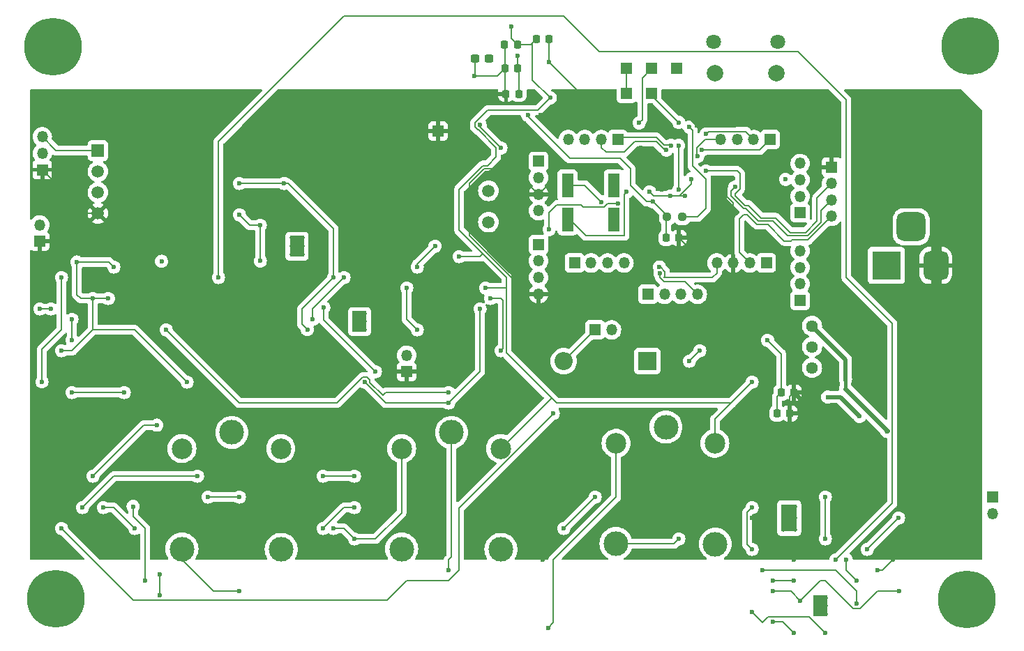
<source format=gbr>
%TF.GenerationSoftware,KiCad,Pcbnew,8.0.4*%
%TF.CreationDate,2024-09-29T16:10:45+07:00*%
%TF.ProjectId,Schematic_editted,53636865-6d61-4746-9963-5f6564697474,rev?*%
%TF.SameCoordinates,Original*%
%TF.FileFunction,Copper,L2,Bot*%
%TF.FilePolarity,Positive*%
%FSLAX46Y46*%
G04 Gerber Fmt 4.6, Leading zero omitted, Abs format (unit mm)*
G04 Created by KiCad (PCBNEW 8.0.4) date 2024-09-29 16:10:45*
%MOMM*%
%LPD*%
G01*
G04 APERTURE LIST*
G04 Aperture macros list*
%AMRoundRect*
0 Rectangle with rounded corners*
0 $1 Rounding radius*
0 $2 $3 $4 $5 $6 $7 $8 $9 X,Y pos of 4 corners*
0 Add a 4 corners polygon primitive as box body*
4,1,4,$2,$3,$4,$5,$6,$7,$8,$9,$2,$3,0*
0 Add four circle primitives for the rounded corners*
1,1,$1+$1,$2,$3*
1,1,$1+$1,$4,$5*
1,1,$1+$1,$6,$7*
1,1,$1+$1,$8,$9*
0 Add four rect primitives between the rounded corners*
20,1,$1+$1,$2,$3,$4,$5,0*
20,1,$1+$1,$4,$5,$6,$7,0*
20,1,$1+$1,$6,$7,$8,$9,0*
20,1,$1+$1,$8,$9,$2,$3,0*%
G04 Aperture macros list end*
%TA.AperFunction,ComponentPad*%
%ADD10R,1.350000X1.350000*%
%TD*%
%TA.AperFunction,ComponentPad*%
%ADD11O,1.350000X1.350000*%
%TD*%
%TA.AperFunction,HeatsinkPad*%
%ADD12C,0.500000*%
%TD*%
%TA.AperFunction,HeatsinkPad*%
%ADD13R,1.800000X2.500000*%
%TD*%
%TA.AperFunction,ComponentPad*%
%ADD14R,1.500000X1.500000*%
%TD*%
%TA.AperFunction,ComponentPad*%
%ADD15C,1.500000*%
%TD*%
%TA.AperFunction,ComponentPad*%
%ADD16C,1.800000*%
%TD*%
%TA.AperFunction,ComponentPad*%
%ADD17C,2.000000*%
%TD*%
%TA.AperFunction,ComponentPad*%
%ADD18R,2.200000X2.200000*%
%TD*%
%TA.AperFunction,ComponentPad*%
%ADD19O,2.200000X2.200000*%
%TD*%
%TA.AperFunction,ComponentPad*%
%ADD20C,2.500000*%
%TD*%
%TA.AperFunction,ComponentPad*%
%ADD21C,3.000000*%
%TD*%
%TA.AperFunction,SMDPad,CuDef*%
%ADD22RoundRect,0.225000X-0.225000X-0.250000X0.225000X-0.250000X0.225000X0.250000X-0.225000X0.250000X0*%
%TD*%
%TA.AperFunction,ComponentPad*%
%ADD23C,7.000000*%
%TD*%
%TA.AperFunction,ComponentPad*%
%ADD24C,1.440000*%
%TD*%
%TA.AperFunction,SMDPad,CuDef*%
%ADD25RoundRect,0.237500X0.250000X0.237500X-0.250000X0.237500X-0.250000X-0.237500X0.250000X-0.237500X0*%
%TD*%
%TA.AperFunction,HeatsinkPad*%
%ADD26R,1.900000X3.300000*%
%TD*%
%TA.AperFunction,ComponentPad*%
%ADD27RoundRect,0.875000X0.875000X0.875000X-0.875000X0.875000X-0.875000X-0.875000X0.875000X-0.875000X0*%
%TD*%
%TA.AperFunction,ComponentPad*%
%ADD28RoundRect,0.750000X0.750000X1.000000X-0.750000X1.000000X-0.750000X-1.000000X0.750000X-1.000000X0*%
%TD*%
%TA.AperFunction,ComponentPad*%
%ADD29R,3.500000X3.500000*%
%TD*%
%TA.AperFunction,SMDPad,CuDef*%
%ADD30RoundRect,0.225000X0.225000X0.250000X-0.225000X0.250000X-0.225000X-0.250000X0.225000X-0.250000X0*%
%TD*%
%TA.AperFunction,SMDPad,CuDef*%
%ADD31RoundRect,0.237500X0.300000X0.237500X-0.300000X0.237500X-0.300000X-0.237500X0.300000X-0.237500X0*%
%TD*%
%TA.AperFunction,SMDPad,CuDef*%
%ADD32R,1.430000X2.850000*%
%TD*%
%TA.AperFunction,ViaPad*%
%ADD33C,0.600000*%
%TD*%
%TA.AperFunction,ViaPad*%
%ADD34C,1.200000*%
%TD*%
%TA.AperFunction,Conductor*%
%ADD35C,0.200000*%
%TD*%
%TA.AperFunction,Conductor*%
%ADD36C,0.500000*%
%TD*%
%TA.AperFunction,Conductor*%
%ADD37C,0.600000*%
%TD*%
%TA.AperFunction,Conductor*%
%ADD38C,0.400000*%
%TD*%
%TA.AperFunction,Conductor*%
%ADD39C,1.280000*%
%TD*%
G04 APERTURE END LIST*
D10*
%TO.P,J26,1,Pin_1*%
%TO.N,PA7*%
X158812000Y-102366000D03*
D11*
%TO.P,J26,2,Pin_2*%
%TO.N,PB0*%
X160812000Y-102366000D03*
%TO.P,J26,3,Pin_3*%
%TO.N,PB1*%
X162812000Y-102366000D03*
%TO.P,J26,4,Pin_4*%
%TO.N,PB10*%
X164812000Y-102366000D03*
%TD*%
D12*
%TO.P,U6,9*%
%TO.N,N/C*%
X115570000Y-95520000D03*
X115570000Y-96520000D03*
X115570000Y-97520000D03*
D13*
X116220000Y-96520000D03*
D12*
X116870000Y-95520000D03*
X116870000Y-96520000D03*
X116870000Y-97520000D03*
%TD*%
D10*
%TO.P,J24,1,Pin_1*%
%TO.N,PA0*%
X145540000Y-96318000D03*
D11*
%TO.P,J24,2,Pin_2*%
%TO.N,PA1*%
X145540000Y-98318000D03*
%TO.P,J24,3,Pin_3*%
%TO.N,PA2*%
X145540000Y-100318000D03*
%TO.P,J24,4,Pin_4*%
%TO.N,GND*%
X145540000Y-102318000D03*
%TD*%
D14*
%TO.P,U9,1,VDD*%
%TO.N,Vout_3.3V*%
X92051900Y-84897000D03*
D15*
%TO.P,U9,2,DATA*%
%TO.N,Net-(J3-Pin_2)*%
X92051900Y-87437000D03*
%TO.P,U9,3,NC*%
%TO.N,unconnected-(U9-NC-Pad3)*%
X92051900Y-89977000D03*
%TO.P,U9,4,GND*%
%TO.N,GND*%
X92051900Y-92517000D03*
%TD*%
D16*
%TO.P,J13,6,Shield*%
%TO.N,unconnected-(J13-Shield-Pad6)*%
X174566000Y-71710000D03*
D17*
%TO.N,unconnected-(J13-Shield-Pad6)_1*%
X174416000Y-75510000D03*
%TO.N,unconnected-(J13-Shield-Pad6)_3*%
X166966000Y-75510000D03*
D16*
%TO.N,unconnected-(J13-Shield-Pad6)_2*%
X166816000Y-71710000D03*
%TD*%
D10*
%TO.P,J23,1,Pin_1*%
%TO.N,VBAT*%
X145540000Y-86206000D03*
D11*
%TO.P,J23,2,Pin_2*%
%TO.N,PC13*%
X145540000Y-88206000D03*
%TO.P,J23,3,Pin_3*%
%TO.N,GND*%
X145540000Y-90206000D03*
%TO.P,J23,4,Pin_4*%
%TO.N,VCC3.3V*%
X145540000Y-92206000D03*
%TD*%
D10*
%TO.P,J21,1,Pin_1*%
%TO.N,PB3*%
X173638000Y-83570000D03*
D11*
%TO.P,J21,2,Pin_2*%
%TO.N,PB4*%
X171638000Y-83570000D03*
%TO.P,J21,3,Pin_3*%
%TO.N,PB5*%
X169638000Y-83570000D03*
%TO.P,J21,4,Pin_4*%
%TO.N,PA15*%
X167638000Y-83570000D03*
%TD*%
D10*
%TO.P,J31,1,Pin_1*%
%TO.N,GND*%
X133350000Y-82550000D03*
%TD*%
%TO.P,J12,1,Pin_1*%
%TO.N,Net-(J12-Pin_1)*%
X159256000Y-74934000D03*
%TD*%
D11*
%TO.P,J28,4,Pin_4*%
%TO.N,unconnected-(J28-Pin_4-Pad4)*%
X177290000Y-86460000D03*
%TO.P,J28,3,Pin_3*%
%TO.N,PA10*%
X177290000Y-88460000D03*
%TO.P,J28,2,Pin_2*%
%TO.N,PA9*%
X177290000Y-90460000D03*
D10*
%TO.P,J28,1,Pin_1*%
%TO.N,PA8*%
X177290000Y-92460000D03*
%TD*%
%TO.P,J39,1,Pin_1*%
%TO.N,GND*%
X129540000Y-111760000D03*
D11*
%TO.P,J39,2,Pin_2*%
%TO.N,Net-(J39-Pin_2)*%
X129540000Y-109760000D03*
%TD*%
D10*
%TO.P,J14,1,Pin_1*%
%TO.N,VCC3.3*%
X156208000Y-77982000D03*
%TD*%
D18*
%TO.P,D18,1,K*%
%TO.N,Net-(D18-K)*%
X158750000Y-110490000D03*
D19*
%TO.P,D18,2,A*%
%TO.N,Net-(D18-A)*%
X148590000Y-110490000D03*
%TD*%
D10*
%TO.P,J16,1,Pin_1*%
%TO.N,GND*%
X181100000Y-86904000D03*
D11*
%TO.P,J16,2,Pin_2*%
%TO.N,SWCLK*%
X181100000Y-88904000D03*
%TO.P,J16,3,Pin_3*%
%TO.N,SWDIO*%
X181100000Y-90904000D03*
%TO.P,J16,4,Pin_4*%
%TO.N,VCC3.3*%
X181100000Y-92904000D03*
%TD*%
D10*
%TO.P,J15,1,Pin_1*%
%TO.N,VCC3.3*%
X156208000Y-74934000D03*
%TD*%
%TO.P,J17,1,Pin_1*%
%TO.N,Net-(D18-A)*%
X152400000Y-106680000D03*
D11*
%TO.P,J17,2,Pin_2*%
%TO.N,Net-(D18-K)*%
X154400000Y-106680000D03*
%TD*%
D20*
%TO.P,K3,5*%
%TO.N,POS_5V*%
X166940000Y-120450000D03*
D21*
%TO.P,K3,4*%
%TO.N,NC_3*%
X166990000Y-132700000D03*
%TO.P,K3,3*%
%TO.N,NO_3*%
X154940000Y-132650000D03*
D20*
%TO.P,K3,2*%
%TO.N,Net-(D16-K)*%
X154940000Y-120450000D03*
D21*
%TO.P,K3,1*%
%TO.N,COM_3*%
X160990000Y-118500000D03*
%TD*%
D15*
%TO.P,Y1,1,1*%
%TO.N,OSC_IN*%
X139444000Y-89798000D03*
%TO.P,Y1,2,2*%
%TO.N,OSC_OUT*%
X139444000Y-93598000D03*
%TD*%
D10*
%TO.P,J25,1,Pin_1*%
%TO.N,PA3*%
X149906000Y-98556000D03*
D11*
%TO.P,J25,2,Pin_2*%
%TO.N,PA4*%
X151906000Y-98556000D03*
%TO.P,J25,3,Pin_3*%
%TO.N,PA5*%
X153906000Y-98556000D03*
%TO.P,J25,4,Pin_4*%
%TO.N,PA6*%
X155906000Y-98556000D03*
%TD*%
D12*
%TO.P,U7,9*%
%TO.N,N/C*%
X123160000Y-104680000D03*
X123160000Y-105680000D03*
X123160000Y-106680000D03*
D13*
X123810000Y-105680000D03*
D12*
X124460000Y-104680000D03*
X124460000Y-105680000D03*
X124460000Y-106680000D03*
%TD*%
D22*
%TO.P,105\u002C1,2*%
%TO.N,GND*%
X162571000Y-95508000D03*
%TO.P,105\u002C1,1*%
%TO.N,RESET*%
X161021000Y-95508000D03*
%TD*%
D10*
%TO.P,J1,1,Pin_1*%
%TO.N,GND*%
X84990700Y-95930000D03*
D11*
%TO.P,J1,2,Pin_2*%
%TO.N,/AO*%
X84990700Y-93930000D03*
%TD*%
D10*
%TO.P,J22,1,Pin_1*%
%TO.N,PB6*%
X155144000Y-83570000D03*
D11*
%TO.P,J22,2,Pin_2*%
%TO.N,PB7*%
X153144000Y-83570000D03*
%TO.P,J22,3,Pin_3*%
%TO.N,PB8*%
X151144000Y-83570000D03*
%TO.P,J22,4,Pin_4*%
%TO.N,PB9*%
X149144000Y-83570000D03*
%TD*%
D23*
%TO.P,H7,1*%
%TO.N,N/C*%
X86624874Y-72254474D03*
%TD*%
D10*
%TO.P,J3,1,Pin_1*%
%TO.N,GND*%
X85295500Y-87233800D03*
D11*
%TO.P,J3,2,Pin_2*%
%TO.N,Net-(J3-Pin_2)*%
X85295500Y-85233800D03*
%TO.P,J3,3,Pin_3*%
%TO.N,Vout_3.3V*%
X85295500Y-83233800D03*
%TD*%
D10*
%TO.P,J20,1,Pin_1*%
%TO.N,PB12*%
X177290000Y-103096000D03*
D11*
%TO.P,J20,2,Pin_2*%
%TO.N,PB13*%
X177290000Y-101096000D03*
%TO.P,J20,3,Pin_3*%
%TO.N,PB14*%
X177290000Y-99096000D03*
%TO.P,J20,4,Pin_4*%
%TO.N,PB15*%
X177290000Y-97096000D03*
%TD*%
D23*
%TO.P,H6,1*%
%TO.N,N/C*%
X197546674Y-139462874D03*
%TD*%
D10*
%TO.P,J30,1,Pin_1*%
%TO.N,GND*%
X162304000Y-74934000D03*
%TD*%
%TO.P,J11,1,Pin_1*%
%TO.N,GND*%
X200660000Y-127000000D03*
D11*
%TO.P,J11,2,Pin_2*%
%TO.N,Net-(J11-Pin_2)*%
X200660000Y-129000000D03*
%TD*%
D24*
%TO.P,RV4,1,1*%
%TO.N,Net-(U8-FB)*%
X178723063Y-106203763D03*
%TO.P,RV4,2,2*%
%TO.N,unconnected-(RV4-Pad2)*%
X178723063Y-108743763D03*
%TO.P,RV4,3,3*%
%TO.N,POS_5V*%
X178723063Y-111283763D03*
%TD*%
D10*
%TO.P,J27,1,Pin_1*%
%TO.N,PB11*%
X173178000Y-98556000D03*
D11*
%TO.P,J27,2,Pin_2*%
%TO.N,VCC3.3*%
X171178000Y-98556000D03*
%TO.P,J27,3,Pin_3*%
%TO.N,GND*%
X169178000Y-98556000D03*
%TO.P,J27,4,Pin_4*%
%TO.N,BOOT1*%
X167178000Y-98556000D03*
%TD*%
D23*
%TO.P,H8,1*%
%TO.N,N/C*%
X197978474Y-72178274D03*
%TD*%
D25*
%TO.P,R3\u002C2,1*%
%TO.N,Vout_3.3*%
X162962500Y-92968000D03*
%TO.P,R3\u002C2,2*%
%TO.N,RESET*%
X161137500Y-92968000D03*
%TD*%
D12*
%TO.P,U3,9*%
%TO.N,N/C*%
X179120000Y-139220000D03*
X179120000Y-140220000D03*
X179120000Y-141220000D03*
D13*
X179770000Y-140220000D03*
D12*
X180420000Y-139220000D03*
X180420000Y-140220000D03*
X180420000Y-141220000D03*
%TD*%
%TO.P,U5,9*%
%TO.N,N/C*%
X175260000Y-128140000D03*
X175260000Y-129540000D03*
X175260000Y-130940000D03*
D26*
X175960000Y-129540000D03*
D12*
X176660000Y-128140000D03*
X176660000Y-129540000D03*
X176660000Y-130940000D03*
%TD*%
D23*
%TO.P,H5,1*%
%TO.N,N/C*%
X86955074Y-139335874D03*
%TD*%
D27*
%TO.P,J37,3*%
%TO.N,N/C*%
X190758237Y-94161737D03*
D28*
%TO.P,J37,2*%
%TO.N,GND*%
X193758237Y-98861737D03*
D29*
%TO.P,J37,1*%
%TO.N,12V*%
X187758237Y-98861737D03*
%TD*%
D20*
%TO.P,K1,5*%
%TO.N,POS_5V*%
X114250000Y-121100000D03*
D21*
%TO.P,K1,4*%
%TO.N,NC_1*%
X114300000Y-133350000D03*
%TO.P,K1,3*%
%TO.N,NO_1*%
X102250000Y-133300000D03*
D20*
%TO.P,K1,2*%
%TO.N,Net-(D7-K)*%
X102250000Y-121100000D03*
D21*
%TO.P,K1,1*%
%TO.N,COM_1*%
X108300000Y-119150000D03*
%TD*%
D10*
%TO.P,J29,1,Pin_1*%
%TO.N,Net-(J29-Pin_1)*%
X159256000Y-77982000D03*
%TD*%
D21*
%TO.P,K2,1*%
%TO.N,COM_2*%
X134970000Y-119150000D03*
D20*
%TO.P,K2,2*%
%TO.N,Net-(D12-K)*%
X128920000Y-121100000D03*
D21*
%TO.P,K2,3*%
%TO.N,NO_2*%
X128920000Y-133300000D03*
%TO.P,K2,4*%
%TO.N,NC_2*%
X140970000Y-133350000D03*
D20*
%TO.P,K2,5*%
%TO.N,POS_5V*%
X140920000Y-121100000D03*
%TD*%
D22*
%TO.P,C35,2*%
%TO.N,GND*%
X176035000Y-116840000D03*
%TO.P,C35,1*%
%TO.N,Vout_3.3V*%
X174485000Y-116840000D03*
%TD*%
D30*
%TO.P,104\u002C2,1*%
%TO.N,VCC3.3*%
X143140000Y-78007400D03*
%TO.P,104\u002C2,2*%
%TO.N,GND*%
X141590000Y-78007400D03*
%TD*%
%TO.P,C9,1*%
%TO.N,VCC3.3*%
X143013000Y-74934000D03*
%TO.P,C9,2*%
%TO.N,GND*%
X141463000Y-74934000D03*
%TD*%
%TO.P,C2,1*%
%TO.N,POS_5V*%
X142962200Y-72013000D03*
%TO.P,C2,2*%
%TO.N,GND*%
X141412200Y-72013000D03*
%TD*%
D22*
%TO.P,C1,1*%
%TO.N,POS_5V*%
X145273000Y-71378000D03*
%TO.P,C1,2*%
%TO.N,GND*%
X146823000Y-71378000D03*
%TD*%
D31*
%TO.P,104\u002C4,1*%
%TO.N,VCC3.3*%
X139531500Y-73722250D03*
%TO.P,104\u002C4,2*%
%TO.N,GND*%
X137806500Y-73722250D03*
%TD*%
D22*
%TO.P,C34,2*%
%TO.N,GND*%
X176530000Y-114300000D03*
%TO.P,C34,1*%
%TO.N,Vout_3.3V*%
X174980000Y-114300000D03*
%TD*%
D32*
%TO.P,Y2,1,1*%
%TO.N,OSC_IN_PC14*%
X149054000Y-89115000D03*
%TO.P,Y2,2,2*%
%TO.N,unconnected-(Y2-Pad2)*%
X154684000Y-89115000D03*
%TO.P,Y2,3,3*%
%TO.N,unconnected-(Y2-Pad3)*%
X154684000Y-93265000D03*
%TO.P,Y2,4,4*%
%TO.N,OSC_OUT_PC15*%
X149054000Y-93265000D03*
%TD*%
D33*
%TO.N,GND*%
X168910000Y-101600000D03*
X180340000Y-124460000D03*
%TO.N,POS_5V*%
X139100000Y-101600000D03*
X135890000Y-97790000D03*
%TO.N,Net-(U10-(NC)BOOST)*%
X132970000Y-96520000D03*
X130810000Y-99060000D03*
%TO.N,GND*%
X137160000Y-90170000D03*
%TO.N,Net-(U10-CAP-)*%
X130810000Y-106680000D03*
X129540000Y-101600000D03*
%TO.N,pH_INPUT*%
X106680000Y-100330000D03*
%TO.N,NEG_5V*%
X138430000Y-104140000D03*
%TO.N,Net-(D18-A)*%
X140970000Y-109220000D03*
X139700000Y-102870000D03*
%TO.N,POS_5V*%
X142240000Y-69850000D03*
%TO.N,GND*%
X110490000Y-85090000D03*
X107950000Y-91160000D03*
%TO.N,Net-(U7--)*%
X117470000Y-106650760D03*
%TO.N,NEG_5V*%
X125730000Y-111760000D03*
X119460000Y-103983973D03*
X111760000Y-98322200D03*
X111760000Y-93980000D03*
X109220000Y-92710000D03*
%TO.N,Net-(U7--)*%
X120650000Y-100330000D03*
X114657500Y-88900000D03*
X109220000Y-88900000D03*
%TO.N,POS_5V*%
X121920000Y-100330000D03*
X118110000Y-105410000D03*
%TO.N,GND*%
X107950000Y-107950000D03*
X114300000Y-111760000D03*
X113630000Y-114700000D03*
%TO.N,pH_INPUT*%
X181610000Y-134620000D03*
%TO.N,Net-(U5--)*%
X180340000Y-132080000D03*
X180340000Y-127000000D03*
%TO.N,Net-(J11-Pin_2)*%
X189230000Y-129540000D03*
X185420000Y-133350000D03*
%TO.N,INPUT_3*%
X87630000Y-130810000D03*
X147320000Y-116840000D03*
%TO.N,INPUT_2*%
X90170000Y-128270000D03*
X104140000Y-124460000D03*
X105410000Y-127000000D03*
X109220000Y-127000000D03*
%TO.N,GND*%
X93980000Y-105410000D03*
%TO.N,INPUT_1*%
X91440000Y-124460000D03*
X99206765Y-118256765D03*
%TO.N,Net-(J7-Pin_2)*%
X87630000Y-100330000D03*
X85253629Y-113004601D03*
%TO.N,Net-(D1-K)*%
X85000600Y-104140000D03*
X86360000Y-104140000D03*
%TO.N,Net-(J7-Pin_3)*%
X88900000Y-105410000D03*
X88900000Y-107950000D03*
%TO.N,/AO*%
X93310000Y-102870000D03*
X93980000Y-99060000D03*
%TO.N,Net-(D19-A)*%
X99773500Y-98359000D03*
%TO.N,/AO*%
X102870000Y-113030000D03*
X87630000Y-109220000D03*
%TO.N,Vout_3.3V*%
X100330000Y-106680000D03*
X134620000Y-114300000D03*
X163830000Y-110490000D03*
X165100000Y-109220000D03*
%TO.N,Net-(U3--)*%
X189271800Y-138430000D03*
%TO.N,Net-(C12-Pad1)*%
X184150000Y-139942500D03*
X172720000Y-135890000D03*
%TO.N,Net-(U3--)*%
X177295000Y-139585000D03*
X173990000Y-138430000D03*
%TO.N,NEG_5V*%
X124460000Y-113030000D03*
X134620000Y-115570000D03*
%TO.N,Net-(U5--)*%
X171450000Y-133350000D03*
X171450000Y-128270000D03*
%TO.N,GND*%
X176530000Y-134620000D03*
X171451765Y-129538235D03*
%TO.N,Net-(U3-+)*%
X176530000Y-137160000D03*
X173990000Y-137160000D03*
%TO.N,Net-(D5-A)*%
X184150000Y-137160000D03*
X182880000Y-134620000D03*
%TO.N,GND*%
X186690000Y-135890000D03*
X188560000Y-134620000D03*
%TO.N,NEG_5V*%
X180340000Y-143510000D03*
X171450000Y-140970000D03*
%TO.N,Net-(R5-Pad1)*%
X176530000Y-143510000D03*
X173990000Y-142135000D03*
%TO.N,NO_3*%
X162560000Y-132080000D03*
%TO.N,Net-(D16-K)*%
X146685000Y-142875000D03*
%TO.N,GND*%
X147377200Y-128212800D03*
X146050000Y-134620000D03*
%TO.N,POS_5V*%
X148590000Y-130810000D03*
X152400000Y-127000000D03*
%TO.N,GND*%
X101600000Y-128270000D03*
%TO.N,Net-(J7-Pin_2)*%
X95250000Y-114300000D03*
X88900000Y-114300000D03*
%TO.N,/AO*%
X89510350Y-98449650D03*
X91440000Y-102870000D03*
%TO.N,GND*%
X97790000Y-100330000D03*
%TO.N,Net-(D10-A)*%
X123190000Y-128270000D03*
X119380000Y-130810000D03*
%TO.N,GND*%
X116840000Y-124460000D03*
X121920000Y-120650000D03*
%TO.N,Net-(D12-K)*%
X123190000Y-132080000D03*
X120650000Y-130810000D03*
%TO.N,Net-(D12-A)*%
X123190000Y-124460000D03*
X119380000Y-124460000D03*
%TO.N,COM_2*%
X134620000Y-135890000D03*
%TO.N,Net-(D6-A)*%
X97790000Y-137160000D03*
X96330392Y-128128578D03*
%TO.N,Net-(D7-A)*%
X99540000Y-138910000D03*
X99540000Y-136370000D03*
%TO.N,NO_1*%
X109220000Y-138430000D03*
%TO.N,POS_5V*%
X96520000Y-130810000D03*
X92710000Y-128270000D03*
X171450000Y-113030000D03*
%TO.N,Vout_3.3V*%
X173330000Y-107950000D03*
%TO.N,GND*%
X181959237Y-117189237D03*
X176530000Y-114300000D03*
%TO.N,Net-(D11-K)*%
X180635063Y-114839763D03*
X184499237Y-117189237D03*
%TO.N,GND*%
X198027063Y-118773763D03*
X191677063Y-120935763D03*
%TO.N,Net-(U8-FB)*%
X182787063Y-112680763D03*
X187867063Y-119030763D03*
D34*
%TO.N,GND*%
X193156537Y-86220237D03*
D33*
X160526000Y-89666000D03*
X157986000Y-84586000D03*
%TO.N,Net-(J29-Pin_1)*%
X162558000Y-81491000D03*
%TO.N,GND*%
X145792200Y-80598200D03*
X150112000Y-81792000D03*
X137740500Y-75875500D03*
%TO.N,VCC3.3*%
X139431000Y-73722250D03*
X143000000Y-73410000D03*
%TO.N,POS_5V*%
X146962000Y-78504000D03*
%TO.N,GND*%
X146810000Y-74172000D03*
%TO.N,VCC3.3*%
X143140000Y-78007400D03*
%TO.N,GND*%
X141590000Y-78007400D03*
X161923000Y-79125000D03*
X169416000Y-80776000D03*
%TO.N,Vout_3.3*%
X163828000Y-82046000D03*
%TO.N,Net-(D3-K)*%
X140968000Y-84586000D03*
X138428000Y-81792000D03*
%TO.N,GND*%
X147572000Y-86364000D03*
%TO.N,RESET*%
X144217200Y-80598200D03*
X159437892Y-91117892D03*
X161288000Y-92968000D03*
%TO.N,VCC3.3*%
X161542000Y-90428000D03*
X164082000Y-88340000D03*
X163320000Y-90428000D03*
X159002000Y-89920000D03*
%TO.N,BOOT1*%
X162558000Y-89666000D03*
X162514735Y-84288735D03*
%TO.N,Net-(J12-Pin_1)*%
X157732000Y-81538000D03*
%TO.N,PA15*%
X164844000Y-85602000D03*
%TO.N,PB3*%
X165352000Y-84840000D03*
%TO.N,PB4*%
X165860000Y-82904500D03*
%TO.N,PB6*%
X161599687Y-84274313D03*
%TO.N,PB7*%
X161034000Y-84840000D03*
%TO.N,GND*%
X167638000Y-88840000D03*
%TO.N,SWCLK*%
X165860000Y-87380000D03*
%TO.N,SWDIO*%
X169372735Y-89340000D03*
%TO.N,PA11*%
X175512000Y-88396000D03*
%TO.N,PB10*%
X160273580Y-99845349D03*
%TO.N,BOOT1*%
X160208466Y-99048000D03*
%TO.N,OSC_IN_PC14*%
X153160000Y-91139998D03*
%TO.N,OSC_OUT*%
X155192000Y-91339998D03*
X146810000Y-94492000D03*
%TO.N,OSC_OUT_PC15*%
X156228000Y-89940000D03*
X149329000Y-93265000D03*
%TD*%
D35*
%TO.N,GND*%
X169178000Y-100062000D02*
X169178000Y-98556000D01*
X168910000Y-100330000D02*
X169178000Y-100062000D01*
X168910000Y-101600000D02*
X168910000Y-100330000D01*
X181959237Y-122840763D02*
X181959237Y-117189237D01*
X180340000Y-124460000D02*
X181959237Y-122840763D01*
%TO.N,POS_5V*%
X141640000Y-101600000D02*
X141640000Y-100295686D01*
X141640000Y-109468529D02*
X141640000Y-101600000D01*
X139100000Y-101600000D02*
X141640000Y-101600000D01*
X135890000Y-97790000D02*
X138430000Y-97790000D01*
X138782157Y-97437843D02*
X135890000Y-94545686D01*
X141640000Y-100295686D02*
X138782157Y-97437843D01*
X138430000Y-97790000D02*
X138782157Y-97437843D01*
%TO.N,Net-(U10-(NC)BOOST)*%
X130810000Y-99060000D02*
X130810000Y-98680000D01*
X130810000Y-98680000D02*
X132970000Y-96520000D01*
%TO.N,GND*%
X137160000Y-88900000D02*
X137160000Y-90170000D01*
X137160000Y-90170000D02*
X137160000Y-95250000D01*
%TO.N,POS_5V*%
X139373271Y-79998200D02*
X145467800Y-79998200D01*
X137828000Y-81543471D02*
X139373271Y-79998200D01*
X145467800Y-79998200D02*
X146962000Y-78504000D01*
X137828000Y-82040529D02*
X137828000Y-81543471D01*
X138179471Y-82392000D02*
X137828000Y-82040529D01*
X139334000Y-86726000D02*
X140368000Y-85692000D01*
X135890000Y-89604314D02*
X138768314Y-86726000D01*
X138768314Y-86726000D02*
X139334000Y-86726000D01*
X135890000Y-94545686D02*
X135890000Y-89604314D01*
X140368000Y-85692000D02*
X140368000Y-84551686D01*
X138208314Y-82392000D02*
X138179471Y-82392000D01*
X140368000Y-84551686D02*
X138208314Y-82392000D01*
%TO.N,Net-(U10-CAP-)*%
X129540000Y-101600000D02*
X129540000Y-105410000D01*
X129540000Y-105410000D02*
X130810000Y-106680000D01*
%TO.N,pH_INPUT*%
X106680000Y-83820000D02*
X106680000Y-100330000D01*
X121920000Y-68580000D02*
X106680000Y-83820000D01*
X148590000Y-68580000D02*
X121920000Y-68580000D01*
X152920000Y-72910000D02*
X148590000Y-68580000D01*
X177050000Y-72910000D02*
X152920000Y-72910000D01*
X182880000Y-100330000D02*
X182880000Y-78740000D01*
X188467063Y-105917063D02*
X182880000Y-100330000D01*
X188467063Y-127762937D02*
X188467063Y-105917063D01*
X182880000Y-78740000D02*
X180340000Y-76200000D01*
X180340000Y-76200000D02*
X177050000Y-72910000D01*
X181610000Y-134620000D02*
X188467063Y-127762937D01*
%TO.N,NEG_5V*%
X138430000Y-111760000D02*
X138430000Y-104140000D01*
X134620000Y-115570000D02*
X138430000Y-111760000D01*
%TO.N,Net-(D18-A)*%
X148590000Y-110490000D02*
X152400000Y-106680000D01*
X141240000Y-108950000D02*
X140970000Y-109220000D01*
X141240000Y-103140000D02*
X141240000Y-108950000D01*
X140970000Y-102870000D02*
X141240000Y-103140000D01*
X139700000Y-102870000D02*
X140970000Y-102870000D01*
%TO.N,POS_5V*%
X142240000Y-71290800D02*
X142962200Y-72013000D01*
X142240000Y-69850000D02*
X142240000Y-71290800D01*
%TO.N,GND*%
X107950000Y-87630000D02*
X110490000Y-85090000D01*
X107950000Y-91160000D02*
X107950000Y-87630000D01*
%TO.N,Net-(U7--)*%
X116840000Y-106020760D02*
X116840000Y-104140000D01*
X117470000Y-106650760D02*
X116840000Y-106020760D01*
X116840000Y-104140000D02*
X120650000Y-100330000D01*
%TO.N,NEG_5V*%
X119460000Y-105490000D02*
X125730000Y-111760000D01*
X119460000Y-103983973D02*
X119460000Y-105490000D01*
X111760000Y-98322200D02*
X111760000Y-93980000D01*
X110490000Y-93980000D02*
X111760000Y-93980000D01*
X109220000Y-92710000D02*
X110490000Y-93980000D01*
%TO.N,Net-(U7--)*%
X120650000Y-94405000D02*
X120650000Y-100330000D01*
X115145000Y-88900000D02*
X120650000Y-94405000D01*
X114657500Y-88900000D02*
X115145000Y-88900000D01*
X109220000Y-88900000D02*
X114657500Y-88900000D01*
%TO.N,POS_5V*%
X118110000Y-104140000D02*
X118110000Y-105410000D01*
X121920000Y-100330000D02*
X118110000Y-104140000D01*
%TO.N,GND*%
X107950000Y-107950000D02*
X110490000Y-107950000D01*
X110490000Y-107950000D02*
X114300000Y-111760000D01*
X114300000Y-114030000D02*
X114300000Y-111760000D01*
X113630000Y-114700000D02*
X114300000Y-114030000D01*
%TO.N,Vout_3.3V*%
X109220000Y-115570000D02*
X100330000Y-106680000D01*
X121071471Y-115570000D02*
X109220000Y-115570000D01*
X125060000Y-112781471D02*
X124708529Y-112430000D01*
X125060000Y-113064314D02*
X125060000Y-112781471D01*
X126647843Y-114652157D02*
X125060000Y-113064314D01*
X127000000Y-114300000D02*
X126647843Y-114652157D01*
X124708529Y-112430000D02*
X124211471Y-112430000D01*
X124211471Y-112430000D02*
X121071471Y-115570000D01*
X134620000Y-114300000D02*
X127000000Y-114300000D01*
%TO.N,GND*%
X138934000Y-87126000D02*
X137160000Y-88900000D01*
X137160000Y-95250000D02*
X144228000Y-102318000D01*
X142460000Y-87126000D02*
X138934000Y-87126000D01*
X145540000Y-90206000D02*
X142460000Y-87126000D01*
X144228000Y-102318000D02*
X145540000Y-102318000D01*
%TO.N,POS_5V*%
X147741471Y-115570000D02*
X168910000Y-115570000D01*
X168910000Y-115570000D02*
X171450000Y-113030000D01*
X141640000Y-109468529D02*
X147741471Y-115570000D01*
X140920000Y-121100000D02*
X147095735Y-114924264D01*
X147095735Y-114924264D02*
X141640000Y-109468529D01*
%TO.N,Vout_3.3V*%
X163830000Y-110490000D02*
X165100000Y-109220000D01*
%TO.N,Net-(U5--)*%
X180340000Y-127000000D02*
X180340000Y-132080000D01*
%TO.N,Net-(J11-Pin_2)*%
X189230000Y-129540000D02*
X185420000Y-133350000D01*
%TO.N,INPUT_3*%
X96330000Y-139510000D02*
X87630000Y-130810000D01*
X127190000Y-139510000D02*
X96330000Y-139510000D01*
X129540000Y-137160000D02*
X127190000Y-139510000D01*
X134620000Y-137160000D02*
X129540000Y-137160000D01*
X135890000Y-135890000D02*
X134620000Y-137160000D01*
X135890000Y-128322032D02*
X135890000Y-135890000D01*
X147320000Y-116892032D02*
X135890000Y-128322032D01*
X147320000Y-116840000D02*
X147320000Y-116892032D01*
%TO.N,INPUT_2*%
X93980000Y-124460000D02*
X90170000Y-128270000D01*
X104140000Y-124460000D02*
X93980000Y-124460000D01*
X109220000Y-127000000D02*
X105410000Y-127000000D01*
%TO.N,GND*%
X105410000Y-115570000D02*
X105410000Y-124460000D01*
X104140000Y-114300000D02*
X105410000Y-115570000D01*
X104140000Y-113030000D02*
X104140000Y-114300000D01*
X93980000Y-105410000D02*
X96520000Y-105410000D01*
X96520000Y-105410000D02*
X104140000Y-113030000D01*
%TO.N,INPUT_1*%
X97643235Y-118256765D02*
X91440000Y-124460000D01*
X99206765Y-118256765D02*
X97643235Y-118256765D01*
%TO.N,Net-(J7-Pin_2)*%
X85253629Y-109056371D02*
X87630000Y-106680000D01*
X85253629Y-113004601D02*
X85253629Y-109056371D01*
X87630000Y-106680000D02*
X87630000Y-100330000D01*
%TO.N,Net-(D1-K)*%
X86360000Y-104140000D02*
X85000600Y-104140000D01*
%TO.N,Net-(J7-Pin_3)*%
X88900000Y-107950000D02*
X88900000Y-105410000D01*
%TO.N,/AO*%
X93310000Y-102870000D02*
X91440000Y-102870000D01*
X93369650Y-98449650D02*
X93980000Y-99060000D01*
X89510350Y-98449650D02*
X93369650Y-98449650D01*
X96520000Y-106680000D02*
X102870000Y-113030000D01*
X91440000Y-106680000D02*
X96520000Y-106680000D01*
X88900000Y-109220000D02*
X87630000Y-109220000D01*
X91440000Y-106680000D02*
X88900000Y-109220000D01*
X91440000Y-102870000D02*
X91440000Y-106680000D01*
%TO.N,Net-(U3--)*%
X184577500Y-140542500D02*
X183722500Y-140542500D01*
X186690000Y-138430000D02*
X184577500Y-140542500D01*
X183722500Y-140542500D02*
X180340000Y-137160000D01*
X179720000Y-137160000D02*
X177295000Y-139585000D01*
X189271800Y-138430000D02*
X186690000Y-138430000D01*
X180340000Y-137160000D02*
X179720000Y-137160000D01*
%TO.N,Net-(C12-Pad1)*%
X181610000Y-135890000D02*
X184150000Y-138430000D01*
X172720000Y-135890000D02*
X181610000Y-135890000D01*
X184150000Y-138430000D02*
X184150000Y-139942500D01*
%TO.N,Net-(U3--)*%
X176140000Y-138430000D02*
X177295000Y-139585000D01*
X173990000Y-138430000D02*
X176140000Y-138430000D01*
%TO.N,NEG_5V*%
X127000000Y-115570000D02*
X124460000Y-113030000D01*
X134620000Y-115570000D02*
X127000000Y-115570000D01*
%TO.N,Net-(U5--)*%
X170851765Y-132751765D02*
X171450000Y-133350000D01*
X170851765Y-128868235D02*
X170851765Y-132751765D01*
X171450000Y-128270000D02*
X170851765Y-128868235D01*
%TO.N,GND*%
X171451765Y-129538235D02*
X176530000Y-134616470D01*
X176530000Y-134616470D02*
X176530000Y-134620000D01*
%TO.N,Net-(U3-+)*%
X173990000Y-137160000D02*
X176530000Y-137160000D01*
%TO.N,NEG_5V*%
X178365000Y-141535000D02*
X180340000Y-143510000D01*
X172720000Y-142240000D02*
X173425000Y-141535000D01*
X173425000Y-141535000D02*
X178365000Y-141535000D01*
X171450000Y-140970000D02*
X172720000Y-142240000D01*
%TO.N,Net-(D5-A)*%
X182880000Y-135890000D02*
X184150000Y-137160000D01*
X182880000Y-134620000D02*
X182880000Y-135890000D01*
%TO.N,GND*%
X188560000Y-134620000D02*
X187290000Y-135890000D01*
X187290000Y-135890000D02*
X186690000Y-135890000D01*
%TO.N,Net-(R5-Pad1)*%
X175155000Y-142135000D02*
X173990000Y-142135000D01*
X176530000Y-143510000D02*
X175155000Y-142135000D01*
%TO.N,POS_5V*%
X166940000Y-117540000D02*
X171450000Y-113030000D01*
X166940000Y-120450000D02*
X166940000Y-117540000D01*
%TO.N,NO_3*%
X161990000Y-132650000D02*
X154940000Y-132650000D01*
X162560000Y-132080000D02*
X161990000Y-132650000D01*
%TO.N,Net-(D16-K)*%
X147320000Y-134620000D02*
X147320000Y-142240000D01*
X147320000Y-142240000D02*
X146685000Y-142875000D01*
X154940000Y-127000000D02*
X147320000Y-134620000D01*
X154940000Y-120450000D02*
X154940000Y-127000000D01*
%TO.N,GND*%
X146050000Y-134620000D02*
X147320000Y-133350000D01*
X147320000Y-133350000D02*
X147320000Y-128270000D01*
X147320000Y-128270000D02*
X147377200Y-128212800D01*
%TO.N,POS_5V*%
X148590000Y-130810000D02*
X152400000Y-127000000D01*
%TO.N,GND*%
X101600000Y-128270000D02*
X105410000Y-124460000D01*
X105410000Y-124460000D02*
X116840000Y-124460000D01*
%TO.N,Net-(J7-Pin_2)*%
X88900000Y-114300000D02*
X95250000Y-114300000D01*
%TO.N,/AO*%
X89510350Y-102399650D02*
X89980700Y-102870000D01*
X89980700Y-102870000D02*
X91440000Y-102870000D01*
X89510350Y-98449650D02*
X89510350Y-102399650D01*
%TO.N,GND*%
X97790000Y-98255100D02*
X92051900Y-92517000D01*
X97790000Y-100330000D02*
X97790000Y-98255100D01*
X90578700Y-92517000D02*
X85295500Y-87233800D01*
X92051900Y-92517000D02*
X90578700Y-92517000D01*
X88638900Y-95930000D02*
X84990700Y-95930000D01*
X92051900Y-92517000D02*
X88638900Y-95930000D01*
%TO.N,Vout_3.3V*%
X86958700Y-84897000D02*
X92051900Y-84897000D01*
X85295500Y-83233800D02*
X86958700Y-84897000D01*
%TO.N,Net-(D10-A)*%
X121920000Y-128270000D02*
X123190000Y-128270000D01*
X119380000Y-130810000D02*
X121920000Y-128270000D01*
%TO.N,GND*%
X120650000Y-120650000D02*
X121920000Y-120650000D01*
X116840000Y-124460000D02*
X120650000Y-120650000D01*
%TO.N,Net-(D12-K)*%
X125730000Y-132080000D02*
X123190000Y-132080000D01*
X128920000Y-121100000D02*
X128920000Y-128890000D01*
X128920000Y-128890000D02*
X125730000Y-132080000D01*
X120650000Y-130810000D02*
X121920000Y-130810000D01*
X121920000Y-130810000D02*
X123190000Y-132080000D01*
%TO.N,Net-(D12-A)*%
X119380000Y-124460000D02*
X123190000Y-124460000D01*
%TO.N,COM_2*%
X134620000Y-134620000D02*
X134970000Y-134270000D01*
X134620000Y-135890000D02*
X134620000Y-134620000D01*
X134970000Y-134270000D02*
X134970000Y-119150000D01*
%TO.N,Net-(D6-A)*%
X96330392Y-129350392D02*
X97790000Y-130810000D01*
X96330392Y-128128578D02*
X96330392Y-129350392D01*
X97790000Y-130810000D02*
X97790000Y-137160000D01*
%TO.N,Net-(D7-A)*%
X99540000Y-138910000D02*
X99540000Y-136370000D01*
%TO.N,NO_1*%
X106110000Y-138430000D02*
X109220000Y-138430000D01*
X102250000Y-134570000D02*
X106110000Y-138430000D01*
%TO.N,POS_5V*%
X92710000Y-128270000D02*
X93980000Y-128270000D01*
X93980000Y-128270000D02*
X96520000Y-130810000D01*
%TO.N,Vout_3.3V*%
X174980000Y-114300000D02*
X174980000Y-109600000D01*
X174980000Y-109600000D02*
X173330000Y-107950000D01*
X174485000Y-114795000D02*
X174980000Y-114300000D01*
X174485000Y-116840000D02*
X174485000Y-114795000D01*
%TO.N,GND*%
X176035000Y-114795000D02*
X176530000Y-114300000D01*
X176035000Y-116840000D02*
X176035000Y-114795000D01*
D36*
X179419237Y-117189237D02*
X181959237Y-117189237D01*
X176530000Y-114300000D02*
X179419237Y-117189237D01*
D35*
X150112000Y-77474000D02*
X150112000Y-81792000D01*
X146810000Y-74172000D02*
X150112000Y-77474000D01*
%TO.N,Net-(U8-FB)*%
X187867063Y-118901411D02*
X187867063Y-119030763D01*
D37*
X182787063Y-113821411D02*
X187867063Y-118901411D01*
D38*
X182787063Y-112680763D02*
X182787063Y-113821411D01*
D35*
X187867063Y-119030763D02*
X187610763Y-119030763D01*
D36*
%TO.N,Net-(D11-K)*%
X182149763Y-114839763D02*
X180635063Y-114839763D01*
X184499237Y-117189237D02*
X182149763Y-114839763D01*
D37*
%TO.N,GND*%
X193839063Y-118773763D02*
X198027063Y-118773763D01*
D36*
X191677063Y-120935763D02*
X193839063Y-118773763D01*
%TO.N,Net-(U8-FB)*%
X182787063Y-110267763D02*
X182787063Y-112680763D01*
X178723063Y-106203763D02*
X182787063Y-110267763D01*
D39*
%TO.N,GND*%
X193758237Y-86821937D02*
X193758237Y-98861737D01*
X193156537Y-86220237D02*
X193758237Y-86821937D01*
X193758237Y-106154589D02*
X192312063Y-107600763D01*
X193758237Y-98861737D02*
X193758237Y-106154589D01*
D35*
X176274000Y-80776000D02*
X169416000Y-80776000D01*
X181100000Y-86904000D02*
X181100000Y-85602000D01*
X181100000Y-85602000D02*
X176274000Y-80776000D01*
%TO.N,SWCLK*%
X179322000Y-90682000D02*
X181100000Y-88904000D01*
X177944000Y-94854000D02*
X179322000Y-93476000D01*
X174350000Y-93076000D02*
X176128000Y-94854000D01*
X172572000Y-93076000D02*
X174350000Y-93076000D01*
X170597686Y-91552000D02*
X171048000Y-91552000D01*
X169444843Y-90399157D02*
X170597686Y-91552000D01*
X169444843Y-90116421D02*
X169444843Y-90399157D01*
X176128000Y-94854000D02*
X177944000Y-94854000D01*
X169972735Y-89588529D02*
X169444843Y-90116421D01*
X169972735Y-87682735D02*
X169972735Y-89588529D01*
X171048000Y-91552000D02*
X172572000Y-93076000D01*
X179322000Y-93476000D02*
X179322000Y-90682000D01*
X169670000Y-87380000D02*
X169972735Y-87682735D01*
X165860000Y-87380000D02*
X169670000Y-87380000D01*
%TO.N,SWDIO*%
X179830000Y-92174000D02*
X181100000Y-90904000D01*
X179830000Y-93608314D02*
X179830000Y-92174000D01*
X175766000Y-95254000D02*
X178184314Y-95254000D01*
X170686000Y-91952000D02*
X172210000Y-93476000D01*
X173988000Y-93476000D02*
X175766000Y-95254000D01*
X170432000Y-91952000D02*
X170686000Y-91952000D01*
X168908000Y-89804735D02*
X168908000Y-90428000D01*
X168908000Y-90428000D02*
X170432000Y-91952000D01*
X169372735Y-89340000D02*
X168908000Y-89804735D01*
X172210000Y-93476000D02*
X173988000Y-93476000D01*
X178184314Y-95254000D02*
X179830000Y-93608314D01*
%TO.N,VCC3.3*%
X178242000Y-95762000D02*
X181100000Y-92904000D01*
X176153686Y-95876000D02*
X176267686Y-95762000D01*
X176267686Y-95762000D02*
X178242000Y-95762000D01*
X175372000Y-95876000D02*
X176153686Y-95876000D01*
X172044314Y-93876000D02*
X173372000Y-93876000D01*
X169924000Y-93222000D02*
X170432000Y-92714000D01*
X170882314Y-92714000D02*
X172044314Y-93876000D01*
X169924000Y-97302000D02*
X169924000Y-93222000D01*
X170432000Y-92714000D02*
X170882314Y-92714000D01*
X171178000Y-98556000D02*
X169924000Y-97302000D01*
X173372000Y-93876000D02*
X175372000Y-95876000D01*
%TO.N,GND*%
X140521500Y-75875500D02*
X141463000Y-74934000D01*
X137740500Y-75875500D02*
X140521500Y-75875500D01*
X159510000Y-88650000D02*
X160526000Y-89666000D01*
X159510000Y-86110000D02*
X159510000Y-88650000D01*
X157986000Y-84586000D02*
X159510000Y-86110000D01*
%TO.N,PB7*%
X159803785Y-83824000D02*
X160819785Y-84840000D01*
X157224000Y-83824000D02*
X159803785Y-83824000D01*
X153709000Y-85094000D02*
X155954000Y-85094000D01*
X155954000Y-85094000D02*
X157224000Y-83824000D01*
X160819785Y-84840000D02*
X161034000Y-84840000D01*
X153144000Y-84529000D02*
X153709000Y-85094000D01*
X153144000Y-83570000D02*
X153144000Y-84529000D01*
%TO.N,PB6*%
X155398000Y-83316000D02*
X155144000Y-83570000D01*
X159861471Y-83316000D02*
X155398000Y-83316000D01*
X161565374Y-84240000D02*
X160785471Y-84240000D01*
X161599687Y-84274313D02*
X161565374Y-84240000D01*
X160785471Y-84240000D02*
X159861471Y-83316000D01*
%TO.N,Net-(J29-Pin_1)*%
X159256000Y-78189000D02*
X162558000Y-81491000D01*
X159256000Y-77982000D02*
X159256000Y-78189000D01*
%TO.N,GND*%
X168400000Y-89602000D02*
X167638000Y-88840000D01*
X168400000Y-90485686D02*
X168400000Y-89602000D01*
X169178000Y-91263686D02*
X168400000Y-90485686D01*
X169178000Y-98556000D02*
X169178000Y-91263686D01*
X146810000Y-82300000D02*
X145792200Y-81282200D01*
X149604000Y-82300000D02*
X146810000Y-82300000D01*
X145792200Y-81282200D02*
X145792200Y-80598200D01*
X150112000Y-81792000D02*
X149604000Y-82300000D01*
X137666000Y-75950000D02*
X137740500Y-75875500D01*
%TO.N,VCC3.3*%
X139531500Y-73722250D02*
X139431000Y-73722250D01*
X143013000Y-73423000D02*
X143000000Y-73410000D01*
X143013000Y-74934000D02*
X143013000Y-73423000D01*
%TO.N,POS_5V*%
X144771500Y-76313500D02*
X146962000Y-78504000D01*
X144771500Y-71879500D02*
X144771500Y-76313500D01*
X144771500Y-71879500D02*
X145273000Y-71378000D01*
X144638000Y-72013000D02*
X144771500Y-71879500D01*
%TO.N,GND*%
X146823000Y-74159000D02*
X146810000Y-74172000D01*
X146823000Y-71378000D02*
X146823000Y-74159000D01*
X141375500Y-71976300D02*
X141412200Y-72013000D01*
X137806500Y-73722250D02*
X137806500Y-75844550D01*
%TO.N,POS_5V*%
X142962200Y-72013000D02*
X144638000Y-72013000D01*
%TO.N,VCC3.3*%
X143140000Y-75061000D02*
X143013000Y-74934000D01*
X143140000Y-78007400D02*
X143140000Y-75061000D01*
%TO.N,GND*%
X141463000Y-72063800D02*
X141412200Y-72013000D01*
X141463000Y-74934000D02*
X141463000Y-72063800D01*
X141463000Y-77880400D02*
X141590000Y-78007400D01*
X141463000Y-74934000D02*
X141463000Y-77880400D01*
X164590000Y-81792000D02*
X161923000Y-79125000D01*
X164590000Y-82046000D02*
X164590000Y-81792000D01*
X169416000Y-82046000D02*
X164590000Y-82046000D01*
X169416000Y-80776000D02*
X169416000Y-82046000D01*
%TO.N,Vout_3.3*%
X165860000Y-88396000D02*
X164244000Y-86780000D01*
X164244000Y-86780000D02*
X164244000Y-82462000D01*
X165860000Y-91952000D02*
X165860000Y-88396000D01*
X164844000Y-92968000D02*
X165860000Y-91952000D01*
X162962500Y-92968000D02*
X164844000Y-92968000D01*
X164244000Y-82462000D02*
X163828000Y-82046000D01*
%TO.N,Net-(D3-K)*%
X138428000Y-82046000D02*
X138428000Y-81792000D01*
X140968000Y-84586000D02*
X138428000Y-82046000D01*
%TO.N,GND*%
X147572000Y-88174000D02*
X145540000Y-90206000D01*
X147572000Y-86364000D02*
X147572000Y-88174000D01*
%TO.N,RESET*%
X144270000Y-80651000D02*
X144217200Y-80598200D01*
X149350000Y-85856000D02*
X144270000Y-80776000D01*
X155446000Y-85856000D02*
X149350000Y-85856000D01*
X156716000Y-87126000D02*
X155446000Y-85856000D01*
X156716000Y-89158000D02*
X156716000Y-87126000D01*
X144270000Y-80776000D02*
X144270000Y-80651000D01*
X158675892Y-91117892D02*
X156716000Y-89158000D01*
X159437892Y-91117892D02*
X158675892Y-91117892D01*
%TO.N,GND*%
X169178000Y-97048000D02*
X169178000Y-98556000D01*
X168908000Y-96778000D02*
X169178000Y-97048000D01*
X163841000Y-96778000D02*
X168908000Y-96778000D01*
X162571000Y-95508000D02*
X163841000Y-96778000D01*
%TO.N,RESET*%
X161021000Y-93084500D02*
X161137500Y-92968000D01*
X161021000Y-95508000D02*
X161021000Y-93084500D01*
X159764000Y-91444000D02*
X159437892Y-91117892D01*
X161137500Y-92817500D02*
X159764000Y-91444000D01*
X161137500Y-92968000D02*
X161137500Y-92817500D01*
X161137500Y-92968000D02*
X161288000Y-92968000D01*
%TO.N,VCC3.3*%
X161542000Y-90428000D02*
X162558000Y-90428000D01*
X159510000Y-90428000D02*
X161542000Y-90428000D01*
X164082000Y-88990529D02*
X164082000Y-88340000D01*
X162644529Y-90428000D02*
X164082000Y-88990529D01*
X162558000Y-90428000D02*
X162644529Y-90428000D01*
X162558000Y-90428000D02*
X163320000Y-90428000D01*
X159002000Y-89920000D02*
X159510000Y-90428000D01*
%TO.N,BOOT1*%
X162558000Y-84332000D02*
X162514735Y-84288735D01*
X162558000Y-89666000D02*
X162558000Y-84332000D01*
%TO.N,Net-(J12-Pin_1)*%
X158110265Y-81159735D02*
X157732000Y-81538000D01*
X158110265Y-76079735D02*
X158110265Y-81159735D01*
X159256000Y-74934000D02*
X158110265Y-76079735D01*
%TO.N,VCC3.3*%
X156208000Y-74934000D02*
X156208000Y-77982000D01*
%TO.N,PA15*%
X164752000Y-85510000D02*
X164844000Y-85602000D01*
X164752000Y-84591471D02*
X164752000Y-85510000D01*
X165773471Y-83570000D02*
X164752000Y-84591471D01*
X167638000Y-83570000D02*
X165773471Y-83570000D01*
%TO.N,PB3*%
X172368000Y-84840000D02*
X173638000Y-83570000D01*
X165352000Y-84840000D02*
X172368000Y-84840000D01*
%TO.N,PB4*%
X170663000Y-82595000D02*
X171638000Y-83570000D01*
X166169500Y-82595000D02*
X170663000Y-82595000D01*
X165860000Y-82904500D02*
X166169500Y-82595000D01*
%TO.N,BOOT1*%
X167178000Y-99778000D02*
X167178000Y-98556000D01*
X166622000Y-100334000D02*
X167178000Y-99778000D01*
X163787000Y-100334000D02*
X166622000Y-100334000D01*
X160808843Y-100305157D02*
X163758157Y-100305157D01*
X163758157Y-100305157D02*
X163787000Y-100334000D01*
X160873580Y-99596820D02*
X160873580Y-100240420D01*
X160873580Y-100240420D02*
X160808843Y-100305157D01*
X160324760Y-99048000D02*
X160873580Y-99596820D01*
X160208466Y-99048000D02*
X160324760Y-99048000D01*
%TO.N,PB10*%
X160780000Y-100842000D02*
X163288000Y-100842000D01*
X160273580Y-100335580D02*
X160780000Y-100842000D01*
X160273580Y-99845349D02*
X160273580Y-100335580D01*
X163288000Y-100842000D02*
X164812000Y-102366000D01*
%TO.N,OSC_IN_PC14*%
X151135002Y-89115000D02*
X149054000Y-89115000D01*
X153160000Y-91139998D02*
X151135002Y-89115000D01*
%TO.N,OSC_OUT*%
X153869002Y-91339998D02*
X155192000Y-91339998D01*
X153469002Y-91739998D02*
X153869002Y-91339998D01*
X150915998Y-91739998D02*
X153469002Y-91739998D01*
X150716000Y-91540000D02*
X150915998Y-91739998D01*
X147730000Y-91540000D02*
X150716000Y-91540000D01*
X146810000Y-92460000D02*
X147572000Y-91698000D01*
X146810000Y-94492000D02*
X146810000Y-92460000D01*
X147572000Y-91698000D02*
X147730000Y-91540000D01*
%TO.N,OSC_OUT_PC15*%
X155954000Y-95254000D02*
X151318000Y-95254000D01*
X155954000Y-90214000D02*
X155954000Y-95254000D01*
X156228000Y-89940000D02*
X155954000Y-90214000D01*
X151318000Y-95254000D02*
X149329000Y-93265000D01*
%TD*%
%TA.AperFunction,Conductor*%
%TO.N,GND*%
G36*
X111948441Y-77489685D02*
G01*
X111994196Y-77542489D01*
X112004140Y-77611647D01*
X111975115Y-77675203D01*
X111969083Y-77681681D01*
X106199481Y-83451282D01*
X106199479Y-83451284D01*
X106189397Y-83468748D01*
X106168467Y-83505001D01*
X106143339Y-83548524D01*
X106123902Y-83582190D01*
X106120423Y-83588215D01*
X106079499Y-83740943D01*
X106079499Y-83740945D01*
X106079499Y-83909046D01*
X106079500Y-83909059D01*
X106079500Y-99747587D01*
X106059815Y-99814626D01*
X106052450Y-99824896D01*
X106050186Y-99827734D01*
X105954211Y-99980476D01*
X105894631Y-100150745D01*
X105894630Y-100150750D01*
X105874435Y-100329996D01*
X105874435Y-100330003D01*
X105894630Y-100509249D01*
X105894631Y-100509254D01*
X105954211Y-100679523D01*
X106036523Y-100810521D01*
X106050184Y-100832262D01*
X106177738Y-100959816D01*
X106240895Y-100999500D01*
X106330070Y-101055533D01*
X106330478Y-101055789D01*
X106490365Y-101111736D01*
X106500745Y-101115368D01*
X106500750Y-101115369D01*
X106679996Y-101135565D01*
X106680000Y-101135565D01*
X106680004Y-101135565D01*
X106859249Y-101115369D01*
X106859252Y-101115368D01*
X106859255Y-101115368D01*
X107029522Y-101055789D01*
X107182262Y-100959816D01*
X107309816Y-100832262D01*
X107405789Y-100679522D01*
X107465368Y-100509255D01*
X107465498Y-100508102D01*
X107485565Y-100330003D01*
X107485565Y-100329996D01*
X107465369Y-100150750D01*
X107465368Y-100150745D01*
X107441056Y-100081265D01*
X107405789Y-99980478D01*
X107309816Y-99827738D01*
X107309814Y-99827736D01*
X107309813Y-99827734D01*
X107307550Y-99824896D01*
X107306659Y-99822715D01*
X107306111Y-99821842D01*
X107306264Y-99821745D01*
X107281144Y-99760209D01*
X107280500Y-99747587D01*
X107280500Y-92709996D01*
X108414435Y-92709996D01*
X108414435Y-92710003D01*
X108434630Y-92889249D01*
X108434631Y-92889254D01*
X108494211Y-93059523D01*
X108572365Y-93183903D01*
X108590184Y-93212262D01*
X108717738Y-93339816D01*
X108870478Y-93435789D01*
X109040745Y-93495368D01*
X109127669Y-93505161D01*
X109192080Y-93532226D01*
X109201465Y-93540700D01*
X110005139Y-94344374D01*
X110005149Y-94344385D01*
X110009479Y-94348715D01*
X110009480Y-94348716D01*
X110121284Y-94460520D01*
X110187068Y-94498500D01*
X110258215Y-94539577D01*
X110410942Y-94580500D01*
X110410943Y-94580500D01*
X111035500Y-94580500D01*
X111102539Y-94600185D01*
X111148294Y-94652989D01*
X111159500Y-94704500D01*
X111159500Y-97739787D01*
X111139815Y-97806826D01*
X111132450Y-97817096D01*
X111130186Y-97819934D01*
X111034211Y-97972676D01*
X110974631Y-98142945D01*
X110974630Y-98142950D01*
X110954435Y-98322196D01*
X110954435Y-98322203D01*
X110974630Y-98501449D01*
X110974631Y-98501454D01*
X111034211Y-98671723D01*
X111097797Y-98772918D01*
X111130184Y-98824462D01*
X111257738Y-98952016D01*
X111410478Y-99047989D01*
X111547683Y-99095999D01*
X111580745Y-99107568D01*
X111580750Y-99107569D01*
X111759996Y-99127765D01*
X111760000Y-99127765D01*
X111760004Y-99127765D01*
X111939249Y-99107569D01*
X111939252Y-99107568D01*
X111939255Y-99107568D01*
X112109522Y-99047989D01*
X112262262Y-98952016D01*
X112389816Y-98824462D01*
X112485789Y-98671722D01*
X112545368Y-98501455D01*
X112548402Y-98474527D01*
X112565565Y-98322203D01*
X112565565Y-98322196D01*
X112545369Y-98142950D01*
X112545368Y-98142945D01*
X112508677Y-98038088D01*
X112485789Y-97972678D01*
X112483634Y-97969249D01*
X112434671Y-97891324D01*
X112389816Y-97819938D01*
X112389814Y-97819936D01*
X112389813Y-97819934D01*
X112387550Y-97817096D01*
X112386659Y-97814915D01*
X112386111Y-97814042D01*
X112386264Y-97813945D01*
X112361144Y-97752409D01*
X112360500Y-97739787D01*
X112360500Y-95519997D01*
X114814751Y-95519997D01*
X114814751Y-95520001D01*
X114818720Y-95555224D01*
X114819500Y-95569109D01*
X114819500Y-96470887D01*
X114818720Y-96484768D01*
X114814751Y-96520000D01*
X114817339Y-96542975D01*
X114818720Y-96555227D01*
X114819500Y-96569111D01*
X114819500Y-97470878D01*
X114818721Y-97484758D01*
X114817040Y-97499677D01*
X114814751Y-97520000D01*
X114818719Y-97555226D01*
X114818721Y-97555239D01*
X114819500Y-97569120D01*
X114819500Y-97817869D01*
X114819501Y-97817876D01*
X114825908Y-97877483D01*
X114876202Y-98012328D01*
X114876206Y-98012335D01*
X114962452Y-98127544D01*
X114962455Y-98127547D01*
X115077664Y-98213793D01*
X115077671Y-98213797D01*
X115119232Y-98229298D01*
X115212517Y-98264091D01*
X115272127Y-98270500D01*
X115520885Y-98270499D01*
X115534771Y-98271279D01*
X115569999Y-98275249D01*
X115569999Y-98275248D01*
X115570000Y-98275249D01*
X115605228Y-98271279D01*
X115619114Y-98270499D01*
X116820882Y-98270499D01*
X116834765Y-98271278D01*
X116847136Y-98272672D01*
X116869999Y-98275249D01*
X116870000Y-98275249D01*
X116870001Y-98275249D01*
X116890661Y-98272920D01*
X116905233Y-98271278D01*
X116919117Y-98270499D01*
X117167871Y-98270499D01*
X117167872Y-98270499D01*
X117227483Y-98264091D01*
X117362331Y-98213796D01*
X117477546Y-98127546D01*
X117563796Y-98012331D01*
X117614091Y-97877483D01*
X117620500Y-97817873D01*
X117620499Y-97569112D01*
X117621279Y-97555226D01*
X117624947Y-97522678D01*
X117625249Y-97520000D01*
X117621279Y-97484771D01*
X117620499Y-97470885D01*
X117620499Y-96569115D01*
X117621279Y-96555229D01*
X117625249Y-96520000D01*
X117625249Y-96519999D01*
X117621279Y-96484768D01*
X117620499Y-96470883D01*
X117620499Y-95569117D01*
X117621279Y-95555232D01*
X117625249Y-95520000D01*
X117625249Y-95519998D01*
X117621394Y-95485784D01*
X117621278Y-95484765D01*
X117620499Y-95470882D01*
X117620499Y-95222129D01*
X117620498Y-95222123D01*
X117620497Y-95222116D01*
X117614091Y-95162517D01*
X117609015Y-95148908D01*
X117563797Y-95027671D01*
X117563793Y-95027664D01*
X117477547Y-94912455D01*
X117477544Y-94912452D01*
X117362335Y-94826206D01*
X117362328Y-94826202D01*
X117227482Y-94775908D01*
X117227483Y-94775908D01*
X117167883Y-94769501D01*
X117167881Y-94769500D01*
X117167873Y-94769500D01*
X117167865Y-94769500D01*
X116919110Y-94769500D01*
X116905226Y-94768720D01*
X116870002Y-94764751D01*
X116869999Y-94764751D01*
X116852972Y-94766669D01*
X116834771Y-94768720D01*
X116820890Y-94769500D01*
X115619121Y-94769500D01*
X115605240Y-94768721D01*
X115605231Y-94768720D01*
X115570000Y-94764751D01*
X115569999Y-94764751D01*
X115534758Y-94768721D01*
X115520878Y-94769500D01*
X115272130Y-94769500D01*
X115272123Y-94769501D01*
X115212516Y-94775908D01*
X115077671Y-94826202D01*
X115077664Y-94826206D01*
X114962455Y-94912452D01*
X114962452Y-94912455D01*
X114876206Y-95027664D01*
X114876202Y-95027671D01*
X114825908Y-95162517D01*
X114819966Y-95217789D01*
X114819501Y-95222123D01*
X114819500Y-95222135D01*
X114819500Y-95470890D01*
X114818720Y-95484773D01*
X114818433Y-95487313D01*
X114814751Y-95519997D01*
X112360500Y-95519997D01*
X112360500Y-94562412D01*
X112380185Y-94495373D01*
X112387555Y-94485097D01*
X112389810Y-94482267D01*
X112389816Y-94482262D01*
X112485789Y-94329522D01*
X112545368Y-94159255D01*
X112545369Y-94159249D01*
X112565565Y-93980003D01*
X112565565Y-93979996D01*
X112545369Y-93800750D01*
X112545368Y-93800745D01*
X112535231Y-93771775D01*
X112485789Y-93630478D01*
X112484917Y-93629091D01*
X112419809Y-93525472D01*
X112389816Y-93477738D01*
X112262262Y-93350184D01*
X112248392Y-93341469D01*
X112109523Y-93254211D01*
X111939254Y-93194631D01*
X111939249Y-93194630D01*
X111760004Y-93174435D01*
X111759996Y-93174435D01*
X111580750Y-93194630D01*
X111580745Y-93194631D01*
X111410476Y-93254211D01*
X111257736Y-93350185D01*
X111254903Y-93352445D01*
X111252724Y-93353334D01*
X111251842Y-93353889D01*
X111251744Y-93353734D01*
X111190217Y-93378855D01*
X111177588Y-93379500D01*
X110790097Y-93379500D01*
X110723058Y-93359815D01*
X110702416Y-93343181D01*
X110050700Y-92691465D01*
X110017215Y-92630142D01*
X110015163Y-92617686D01*
X110005368Y-92530745D01*
X109945789Y-92360478D01*
X109849816Y-92207738D01*
X109722262Y-92080184D01*
X109685513Y-92057093D01*
X109569523Y-91984211D01*
X109399254Y-91924631D01*
X109399249Y-91924630D01*
X109220004Y-91904435D01*
X109219996Y-91904435D01*
X109040750Y-91924630D01*
X109040745Y-91924631D01*
X108870476Y-91984211D01*
X108717737Y-92080184D01*
X108590184Y-92207737D01*
X108494211Y-92360476D01*
X108434631Y-92530745D01*
X108434630Y-92530750D01*
X108414435Y-92709996D01*
X107280500Y-92709996D01*
X107280500Y-84120097D01*
X107300185Y-84053058D01*
X107316819Y-84032416D01*
X109522080Y-81827155D01*
X132175000Y-81827155D01*
X132175000Y-82300000D01*
X133034314Y-82300000D01*
X133029920Y-82304394D01*
X132977259Y-82395606D01*
X132950000Y-82497339D01*
X132950000Y-82602661D01*
X132977259Y-82704394D01*
X133029920Y-82795606D01*
X133034314Y-82800000D01*
X132175000Y-82800000D01*
X132175000Y-83272844D01*
X132181401Y-83332372D01*
X132181403Y-83332379D01*
X132231645Y-83467086D01*
X132231649Y-83467093D01*
X132317809Y-83582187D01*
X132317812Y-83582190D01*
X132432906Y-83668350D01*
X132432913Y-83668354D01*
X132567620Y-83718596D01*
X132567627Y-83718598D01*
X132627155Y-83724999D01*
X132627172Y-83725000D01*
X133100000Y-83725000D01*
X133100000Y-82865686D01*
X133104394Y-82870080D01*
X133195606Y-82922741D01*
X133297339Y-82950000D01*
X133402661Y-82950000D01*
X133504394Y-82922741D01*
X133595606Y-82870080D01*
X133600000Y-82865686D01*
X133600000Y-83725000D01*
X134072828Y-83725000D01*
X134072844Y-83724999D01*
X134132372Y-83718598D01*
X134132379Y-83718596D01*
X134267086Y-83668354D01*
X134267093Y-83668350D01*
X134382187Y-83582190D01*
X134382190Y-83582187D01*
X134468350Y-83467093D01*
X134468354Y-83467086D01*
X134518596Y-83332379D01*
X134518598Y-83332372D01*
X134524999Y-83272844D01*
X134525000Y-83272827D01*
X134525000Y-82800000D01*
X133665686Y-82800000D01*
X133670080Y-82795606D01*
X133722741Y-82704394D01*
X133750000Y-82602661D01*
X133750000Y-82497339D01*
X133722741Y-82395606D01*
X133670080Y-82304394D01*
X133665686Y-82300000D01*
X134525000Y-82300000D01*
X134525000Y-81827172D01*
X134524999Y-81827155D01*
X134518598Y-81767627D01*
X134518596Y-81767620D01*
X134468354Y-81632913D01*
X134468350Y-81632906D01*
X134382190Y-81517812D01*
X134382187Y-81517809D01*
X134267093Y-81431649D01*
X134267086Y-81431645D01*
X134132379Y-81381403D01*
X134132372Y-81381401D01*
X134072844Y-81375000D01*
X133600000Y-81375000D01*
X133600000Y-82234314D01*
X133595606Y-82229920D01*
X133504394Y-82177259D01*
X133402661Y-82150000D01*
X133297339Y-82150000D01*
X133195606Y-82177259D01*
X133104394Y-82229920D01*
X133100000Y-82234314D01*
X133100000Y-81375000D01*
X132627155Y-81375000D01*
X132567627Y-81381401D01*
X132567620Y-81381403D01*
X132432913Y-81431645D01*
X132432906Y-81431649D01*
X132317812Y-81517809D01*
X132317809Y-81517812D01*
X132231649Y-81632906D01*
X132231645Y-81632913D01*
X132181403Y-81767620D01*
X132181401Y-81767627D01*
X132175000Y-81827155D01*
X109522080Y-81827155D01*
X113043513Y-78305722D01*
X140640001Y-78305722D01*
X140650144Y-78405007D01*
X140703452Y-78565881D01*
X140703457Y-78565892D01*
X140792424Y-78710128D01*
X140792427Y-78710132D01*
X140912267Y-78829972D01*
X140912271Y-78829975D01*
X141056507Y-78918942D01*
X141056518Y-78918947D01*
X141217393Y-78972255D01*
X141316683Y-78982399D01*
X141340000Y-78982398D01*
X141340000Y-78257400D01*
X140640001Y-78257400D01*
X140640001Y-78305722D01*
X113043513Y-78305722D01*
X113842916Y-77506319D01*
X113904239Y-77472834D01*
X113930597Y-77470000D01*
X140527112Y-77470000D01*
X140594151Y-77489685D01*
X140639906Y-77542489D01*
X140650470Y-77606603D01*
X140640000Y-77709077D01*
X140640000Y-77757400D01*
X141716000Y-77757400D01*
X141783039Y-77777085D01*
X141828794Y-77829889D01*
X141840000Y-77881400D01*
X141840000Y-78982399D01*
X141863308Y-78982399D01*
X141863322Y-78982398D01*
X141962607Y-78972255D01*
X142123481Y-78918947D01*
X142123492Y-78918942D01*
X142267731Y-78829973D01*
X142276959Y-78820745D01*
X142338279Y-78787256D01*
X142407971Y-78792235D01*
X142452327Y-78820739D01*
X142461955Y-78830367D01*
X142461959Y-78830370D01*
X142606294Y-78919398D01*
X142606297Y-78919399D01*
X142606303Y-78919403D01*
X142767292Y-78972749D01*
X142866655Y-78982900D01*
X143413344Y-78982899D01*
X143413352Y-78982898D01*
X143413355Y-78982898D01*
X143467760Y-78977340D01*
X143512708Y-78972749D01*
X143673697Y-78919403D01*
X143818044Y-78830368D01*
X143937968Y-78710444D01*
X144027003Y-78566097D01*
X144080349Y-78405108D01*
X144090500Y-78305745D01*
X144090499Y-77709056D01*
X144080349Y-77609692D01*
X144080348Y-77609690D01*
X144080033Y-77606602D01*
X144092803Y-77537909D01*
X144140683Y-77487024D01*
X144203391Y-77470000D01*
X145027403Y-77470000D01*
X145094442Y-77489685D01*
X145115084Y-77506319D01*
X146025084Y-78416319D01*
X146058569Y-78477642D01*
X146053585Y-78547334D01*
X146025084Y-78591681D01*
X145255384Y-79361381D01*
X145194061Y-79394866D01*
X145167703Y-79397700D01*
X139452328Y-79397700D01*
X139294213Y-79397700D01*
X139141486Y-79438623D01*
X139141485Y-79438623D01*
X139141483Y-79438624D01*
X139141480Y-79438625D01*
X139091367Y-79467559D01*
X139091366Y-79467560D01*
X139047960Y-79492620D01*
X139004556Y-79517679D01*
X139004553Y-79517681D01*
X137347481Y-81174753D01*
X137347480Y-81174755D01*
X137316730Y-81228016D01*
X137268423Y-81311686D01*
X137227499Y-81464414D01*
X137227499Y-81464416D01*
X137227499Y-81632517D01*
X137227500Y-81632530D01*
X137227500Y-81953859D01*
X137227499Y-81953877D01*
X137227499Y-82119583D01*
X137227498Y-82119583D01*
X137238385Y-82160214D01*
X137268423Y-82272314D01*
X137270762Y-82276366D01*
X137297358Y-82322429D01*
X137297359Y-82322433D01*
X137297360Y-82322433D01*
X137347479Y-82409243D01*
X137347481Y-82409246D01*
X137466349Y-82528114D01*
X137466355Y-82528119D01*
X137694610Y-82756374D01*
X137694620Y-82756385D01*
X137698950Y-82760715D01*
X137698951Y-82760716D01*
X137810755Y-82872520D01*
X137810757Y-82872521D01*
X137864862Y-82903758D01*
X137890544Y-82923465D01*
X139731181Y-84764102D01*
X139764666Y-84825425D01*
X139767500Y-84851783D01*
X139767500Y-85391903D01*
X139747815Y-85458942D01*
X139731181Y-85479584D01*
X139121584Y-86089181D01*
X139060261Y-86122666D01*
X139033903Y-86125500D01*
X138854984Y-86125500D01*
X138854968Y-86125499D01*
X138847372Y-86125499D01*
X138689257Y-86125499D01*
X138612893Y-86145961D01*
X138536528Y-86166423D01*
X138536523Y-86166426D01*
X138399604Y-86245475D01*
X138399596Y-86245481D01*
X135409479Y-89235598D01*
X135398091Y-89255324D01*
X135381247Y-89284500D01*
X135330423Y-89372529D01*
X135289499Y-89525257D01*
X135289499Y-89525259D01*
X135289499Y-89693360D01*
X135289500Y-89693373D01*
X135289500Y-94459016D01*
X135289499Y-94459034D01*
X135289499Y-94624740D01*
X135289498Y-94624740D01*
X135330423Y-94777471D01*
X135341060Y-94795894D01*
X135341061Y-94795897D01*
X135409475Y-94914395D01*
X135409481Y-94914403D01*
X135528349Y-95033271D01*
X135528355Y-95033276D01*
X137472897Y-96977819D01*
X137506382Y-97039142D01*
X137501398Y-97108834D01*
X137459526Y-97164767D01*
X137394062Y-97189184D01*
X137385216Y-97189500D01*
X136472412Y-97189500D01*
X136405373Y-97169815D01*
X136395097Y-97162445D01*
X136392263Y-97160185D01*
X136392262Y-97160184D01*
X136310539Y-97108834D01*
X136239523Y-97064211D01*
X136069254Y-97004631D01*
X136069249Y-97004630D01*
X135890004Y-96984435D01*
X135889996Y-96984435D01*
X135710750Y-97004630D01*
X135710745Y-97004631D01*
X135540476Y-97064211D01*
X135387737Y-97160184D01*
X135260184Y-97287737D01*
X135164211Y-97440476D01*
X135104631Y-97610745D01*
X135104630Y-97610750D01*
X135084435Y-97789996D01*
X135084435Y-97790003D01*
X135104630Y-97969249D01*
X135104631Y-97969254D01*
X135164211Y-98139523D01*
X135241566Y-98262632D01*
X135260184Y-98292262D01*
X135387738Y-98419816D01*
X135467265Y-98469786D01*
X135517665Y-98501455D01*
X135540478Y-98515789D01*
X135710745Y-98575368D01*
X135710750Y-98575369D01*
X135889996Y-98595565D01*
X135890000Y-98595565D01*
X135890004Y-98595565D01*
X136069249Y-98575369D01*
X136069252Y-98575368D01*
X136069255Y-98575368D01*
X136239522Y-98515789D01*
X136392262Y-98419816D01*
X136392267Y-98419810D01*
X136395097Y-98417555D01*
X136397275Y-98416665D01*
X136398158Y-98416111D01*
X136398255Y-98416265D01*
X136459783Y-98391145D01*
X136472412Y-98390500D01*
X138343331Y-98390500D01*
X138343347Y-98390501D01*
X138350943Y-98390501D01*
X138509054Y-98390501D01*
X138509057Y-98390501D01*
X138661785Y-98349577D01*
X138679965Y-98339081D01*
X138695320Y-98330216D01*
X138763220Y-98313743D01*
X138829247Y-98336595D01*
X138845001Y-98349922D01*
X141003181Y-100508102D01*
X141036666Y-100569425D01*
X141039500Y-100595783D01*
X141039500Y-100875500D01*
X141019815Y-100942539D01*
X140967011Y-100988294D01*
X140915500Y-100999500D01*
X139682412Y-100999500D01*
X139615373Y-100979815D01*
X139605097Y-100972445D01*
X139602263Y-100970185D01*
X139602262Y-100970184D01*
X139545471Y-100934500D01*
X139449523Y-100874211D01*
X139279254Y-100814631D01*
X139279249Y-100814630D01*
X139100004Y-100794435D01*
X139099996Y-100794435D01*
X138920750Y-100814630D01*
X138920745Y-100814631D01*
X138750476Y-100874211D01*
X138597737Y-100970184D01*
X138470184Y-101097737D01*
X138374211Y-101250476D01*
X138314631Y-101420745D01*
X138314630Y-101420750D01*
X138294435Y-101599996D01*
X138294435Y-101600003D01*
X138314630Y-101779249D01*
X138314631Y-101779254D01*
X138374211Y-101949523D01*
X138445798Y-102063452D01*
X138470184Y-102102262D01*
X138597738Y-102229816D01*
X138660893Y-102269499D01*
X138750478Y-102325789D01*
X138893455Y-102375819D01*
X138950232Y-102416541D01*
X138975979Y-102481494D01*
X138969543Y-102533815D01*
X138914632Y-102690742D01*
X138914630Y-102690750D01*
X138894435Y-102869996D01*
X138894435Y-102870003D01*
X138914630Y-103049249D01*
X138914631Y-103049254D01*
X138974211Y-103219523D01*
X139014318Y-103283352D01*
X139033318Y-103350588D01*
X139012950Y-103417424D01*
X138959683Y-103462638D01*
X138890426Y-103471876D01*
X138843352Y-103454318D01*
X138779523Y-103414211D01*
X138609254Y-103354631D01*
X138609249Y-103354630D01*
X138430004Y-103334435D01*
X138429996Y-103334435D01*
X138250750Y-103354630D01*
X138250745Y-103354631D01*
X138080476Y-103414211D01*
X137927737Y-103510184D01*
X137800184Y-103637737D01*
X137704211Y-103790476D01*
X137644631Y-103960745D01*
X137644630Y-103960750D01*
X137624435Y-104139996D01*
X137624435Y-104140003D01*
X137644630Y-104319249D01*
X137644631Y-104319254D01*
X137704211Y-104489523D01*
X137720566Y-104515551D01*
X137797412Y-104637851D01*
X137800185Y-104642263D01*
X137802445Y-104645097D01*
X137803334Y-104647275D01*
X137803889Y-104648158D01*
X137803734Y-104648255D01*
X137828855Y-104709783D01*
X137829500Y-104722412D01*
X137829500Y-111459902D01*
X137809815Y-111526941D01*
X137793181Y-111547583D01*
X135472908Y-113867855D01*
X135411585Y-113901340D01*
X135341893Y-113896356D01*
X135285960Y-113854484D01*
X135280234Y-113846147D01*
X135249817Y-113797739D01*
X135122262Y-113670184D01*
X134969523Y-113574211D01*
X134799254Y-113514631D01*
X134799249Y-113514630D01*
X134620004Y-113494435D01*
X134619996Y-113494435D01*
X134440750Y-113514630D01*
X134440745Y-113514631D01*
X134270476Y-113574211D01*
X134117736Y-113670185D01*
X134114903Y-113672445D01*
X134112724Y-113673334D01*
X134111842Y-113673889D01*
X134111744Y-113673734D01*
X134050217Y-113698855D01*
X134037588Y-113699500D01*
X127079057Y-113699500D01*
X126920942Y-113699500D01*
X126768215Y-113740423D01*
X126745737Y-113753401D01*
X126741601Y-113755789D01*
X126741597Y-113755791D01*
X126734675Y-113759787D01*
X126666774Y-113776256D01*
X126600748Y-113753401D01*
X126584999Y-113740078D01*
X125696819Y-112851898D01*
X125663334Y-112790575D01*
X125660500Y-112764217D01*
X125660500Y-112702415D01*
X125660254Y-112700548D01*
X125660500Y-112698969D01*
X125660500Y-112694287D01*
X125661230Y-112694287D01*
X125671016Y-112631512D01*
X125717393Y-112579254D01*
X125769309Y-112561136D01*
X125909249Y-112545369D01*
X125909252Y-112545368D01*
X125909255Y-112545368D01*
X126079522Y-112485789D01*
X126232262Y-112389816D01*
X126359816Y-112262262D01*
X126455789Y-112109522D01*
X126515368Y-111939255D01*
X126520203Y-111896344D01*
X126535565Y-111760003D01*
X126535565Y-111759996D01*
X126515369Y-111580750D01*
X126515368Y-111580745D01*
X126492151Y-111514394D01*
X126455789Y-111410478D01*
X126359816Y-111257738D01*
X126232262Y-111130184D01*
X126079521Y-111034210D01*
X125909249Y-110974630D01*
X125822330Y-110964837D01*
X125757916Y-110937770D01*
X125748533Y-110929298D01*
X124579234Y-109759999D01*
X128359464Y-109759999D01*
X128359464Y-109760000D01*
X128379564Y-109976918D01*
X128379564Y-109976920D01*
X128379565Y-109976923D01*
X128439183Y-110186459D01*
X128439184Y-110186462D01*
X128536288Y-110381472D01*
X128618049Y-110489741D01*
X128642741Y-110555102D01*
X128628176Y-110623437D01*
X128593406Y-110663735D01*
X128507809Y-110727813D01*
X128421649Y-110842906D01*
X128421645Y-110842913D01*
X128371403Y-110977620D01*
X128371401Y-110977627D01*
X128365000Y-111037155D01*
X128365000Y-111510000D01*
X129224314Y-111510000D01*
X129219920Y-111514394D01*
X129167259Y-111605606D01*
X129140000Y-111707339D01*
X129140000Y-111812661D01*
X129167259Y-111914394D01*
X129219920Y-112005606D01*
X129224314Y-112010000D01*
X128365000Y-112010000D01*
X128365000Y-112482844D01*
X128371401Y-112542372D01*
X128371403Y-112542379D01*
X128421645Y-112677086D01*
X128421649Y-112677093D01*
X128507809Y-112792187D01*
X128507812Y-112792190D01*
X128622906Y-112878350D01*
X128622913Y-112878354D01*
X128757620Y-112928596D01*
X128757627Y-112928598D01*
X128817155Y-112934999D01*
X128817172Y-112935000D01*
X129290000Y-112935000D01*
X129290000Y-112075686D01*
X129294394Y-112080080D01*
X129385606Y-112132741D01*
X129487339Y-112160000D01*
X129592661Y-112160000D01*
X129694394Y-112132741D01*
X129785606Y-112080080D01*
X129790000Y-112075686D01*
X129790000Y-112935000D01*
X130262828Y-112935000D01*
X130262844Y-112934999D01*
X130322372Y-112928598D01*
X130322379Y-112928596D01*
X130457086Y-112878354D01*
X130457093Y-112878350D01*
X130572187Y-112792190D01*
X130572190Y-112792187D01*
X130658350Y-112677093D01*
X130658354Y-112677086D01*
X130708596Y-112542379D01*
X130708598Y-112542372D01*
X130714999Y-112482844D01*
X130715000Y-112482827D01*
X130715000Y-112010000D01*
X129855686Y-112010000D01*
X129860080Y-112005606D01*
X129912741Y-111914394D01*
X129940000Y-111812661D01*
X129940000Y-111707339D01*
X129912741Y-111605606D01*
X129860080Y-111514394D01*
X129855686Y-111510000D01*
X130715000Y-111510000D01*
X130715000Y-111037172D01*
X130714999Y-111037155D01*
X130708598Y-110977627D01*
X130708596Y-110977620D01*
X130658354Y-110842913D01*
X130658350Y-110842906D01*
X130572190Y-110727812D01*
X130486593Y-110663733D01*
X130444723Y-110607799D01*
X130439739Y-110538107D01*
X130461951Y-110489741D01*
X130543712Y-110381472D01*
X130640817Y-110186459D01*
X130700435Y-109976923D01*
X130720536Y-109760000D01*
X130700435Y-109543077D01*
X130640817Y-109333541D01*
X130543712Y-109138528D01*
X130412427Y-108964678D01*
X130329960Y-108889500D01*
X130251433Y-108817913D01*
X130251423Y-108817906D01*
X130066213Y-108703229D01*
X130066207Y-108703226D01*
X129979260Y-108669543D01*
X129863069Y-108624530D01*
X129648926Y-108584500D01*
X129431074Y-108584500D01*
X129216931Y-108624530D01*
X129168130Y-108643435D01*
X129013792Y-108703226D01*
X129013786Y-108703229D01*
X128828576Y-108817906D01*
X128828566Y-108817913D01*
X128667574Y-108964676D01*
X128536288Y-109138527D01*
X128439184Y-109333537D01*
X128420486Y-109399254D01*
X128382921Y-109531284D01*
X128379564Y-109543081D01*
X128359464Y-109759999D01*
X124579234Y-109759999D01*
X120096819Y-105277584D01*
X120063334Y-105216261D01*
X120060500Y-105189903D01*
X120060500Y-104680000D01*
X122404751Y-104680000D01*
X122408273Y-104711263D01*
X122408720Y-104715224D01*
X122409500Y-104729109D01*
X122409500Y-105630887D01*
X122408720Y-105644770D01*
X122408418Y-105647455D01*
X122404751Y-105680000D01*
X122405345Y-105685276D01*
X122408720Y-105715227D01*
X122409500Y-105729111D01*
X122409500Y-106630878D01*
X122408721Y-106644758D01*
X122404751Y-106680000D01*
X122408719Y-106715226D01*
X122408721Y-106715239D01*
X122409500Y-106729120D01*
X122409500Y-106977869D01*
X122409501Y-106977876D01*
X122415908Y-107037483D01*
X122466202Y-107172328D01*
X122466206Y-107172335D01*
X122552452Y-107287544D01*
X122552455Y-107287547D01*
X122667664Y-107373793D01*
X122667671Y-107373797D01*
X122675050Y-107376549D01*
X122802517Y-107424091D01*
X122862127Y-107430500D01*
X123110885Y-107430499D01*
X123124771Y-107431279D01*
X123159999Y-107435249D01*
X123159999Y-107435248D01*
X123160000Y-107435249D01*
X123195228Y-107431279D01*
X123209114Y-107430499D01*
X124410882Y-107430499D01*
X124424765Y-107431278D01*
X124437136Y-107432672D01*
X124459999Y-107435249D01*
X124460000Y-107435249D01*
X124460001Y-107435249D01*
X124480661Y-107432920D01*
X124495233Y-107431278D01*
X124509117Y-107430499D01*
X124757871Y-107430499D01*
X124757872Y-107430499D01*
X124817483Y-107424091D01*
X124952331Y-107373796D01*
X125067546Y-107287546D01*
X125153796Y-107172331D01*
X125204091Y-107037483D01*
X125210500Y-106977873D01*
X125210499Y-106729112D01*
X125211279Y-106715226D01*
X125215249Y-106679999D01*
X125211279Y-106644771D01*
X125210499Y-106630885D01*
X125210499Y-105729115D01*
X125211279Y-105715229D01*
X125215249Y-105679999D01*
X125211279Y-105644768D01*
X125210499Y-105630883D01*
X125210499Y-104729117D01*
X125211279Y-104715232D01*
X125214775Y-104684211D01*
X125215249Y-104680000D01*
X125213097Y-104660905D01*
X125211279Y-104644767D01*
X125210499Y-104630882D01*
X125210499Y-104382129D01*
X125210498Y-104382123D01*
X125210497Y-104382116D01*
X125204091Y-104322517D01*
X125203053Y-104319735D01*
X125153797Y-104187671D01*
X125153793Y-104187664D01*
X125067547Y-104072455D01*
X125067544Y-104072452D01*
X124952335Y-103986206D01*
X124952328Y-103986202D01*
X124817482Y-103935908D01*
X124817483Y-103935908D01*
X124757883Y-103929501D01*
X124757881Y-103929500D01*
X124757873Y-103929500D01*
X124757865Y-103929500D01*
X124509110Y-103929500D01*
X124495226Y-103928720D01*
X124460002Y-103924751D01*
X124459999Y-103924751D01*
X124442972Y-103926669D01*
X124424771Y-103928720D01*
X124410890Y-103929500D01*
X123209121Y-103929500D01*
X123195240Y-103928721D01*
X123195231Y-103928720D01*
X123160000Y-103924751D01*
X123159999Y-103924751D01*
X123124758Y-103928721D01*
X123110878Y-103929500D01*
X122862130Y-103929500D01*
X122862123Y-103929501D01*
X122802516Y-103935908D01*
X122667671Y-103986202D01*
X122667664Y-103986206D01*
X122552455Y-104072452D01*
X122552452Y-104072455D01*
X122466206Y-104187664D01*
X122466202Y-104187671D01*
X122415908Y-104322517D01*
X122409501Y-104382116D01*
X122409501Y-104382123D01*
X122409500Y-104382135D01*
X122409500Y-104630890D01*
X122408720Y-104644773D01*
X122404751Y-104680000D01*
X120060500Y-104680000D01*
X120060500Y-104566385D01*
X120080185Y-104499346D01*
X120087555Y-104489070D01*
X120089810Y-104486240D01*
X120089816Y-104486235D01*
X120185789Y-104333495D01*
X120245368Y-104163228D01*
X120255596Y-104072452D01*
X120265565Y-103983976D01*
X120265565Y-103983969D01*
X120245369Y-103804723D01*
X120245368Y-103804718D01*
X120240385Y-103790478D01*
X120185789Y-103634451D01*
X120161495Y-103595788D01*
X120131067Y-103547361D01*
X120089816Y-103481711D01*
X119962262Y-103354157D01*
X119962259Y-103354154D01*
X119960542Y-103353076D01*
X119959669Y-103352089D01*
X119956816Y-103349814D01*
X119957214Y-103349314D01*
X119914250Y-103300742D01*
X119903601Y-103231689D01*
X119931976Y-103167840D01*
X119938819Y-103160414D01*
X121499238Y-101599996D01*
X128734435Y-101599996D01*
X128734435Y-101600003D01*
X128754630Y-101779249D01*
X128754631Y-101779254D01*
X128814211Y-101949523D01*
X128874515Y-102045496D01*
X128899106Y-102084632D01*
X128910185Y-102102263D01*
X128912445Y-102105097D01*
X128913334Y-102107275D01*
X128913889Y-102108158D01*
X128913734Y-102108255D01*
X128938855Y-102169783D01*
X128939500Y-102182412D01*
X128939500Y-105323330D01*
X128939499Y-105323348D01*
X128939499Y-105489054D01*
X128939498Y-105489054D01*
X128975450Y-105623226D01*
X128980423Y-105641785D01*
X129002487Y-105680000D01*
X129026823Y-105722152D01*
X129059479Y-105778715D01*
X129178349Y-105897585D01*
X129178355Y-105897590D01*
X129979298Y-106698533D01*
X130012783Y-106759856D01*
X130014837Y-106772330D01*
X130024630Y-106859249D01*
X130084210Y-107029521D01*
X130155068Y-107142290D01*
X130180184Y-107182262D01*
X130307738Y-107309816D01*
X130460478Y-107405789D01*
X130595985Y-107453205D01*
X130630745Y-107465368D01*
X130630750Y-107465369D01*
X130809996Y-107485565D01*
X130810000Y-107485565D01*
X130810004Y-107485565D01*
X130989249Y-107465369D01*
X130989252Y-107465368D01*
X130989255Y-107465368D01*
X131159522Y-107405789D01*
X131312262Y-107309816D01*
X131439816Y-107182262D01*
X131535789Y-107029522D01*
X131595368Y-106859255D01*
X131598663Y-106830014D01*
X131615565Y-106680003D01*
X131615565Y-106679996D01*
X131595369Y-106500750D01*
X131595368Y-106500745D01*
X131571056Y-106431265D01*
X131535789Y-106330478D01*
X131507701Y-106285777D01*
X131486819Y-106252543D01*
X131439816Y-106177738D01*
X131312262Y-106050184D01*
X131159521Y-105954210D01*
X130989249Y-105894630D01*
X130902330Y-105884837D01*
X130837916Y-105857770D01*
X130828533Y-105849298D01*
X130176819Y-105197584D01*
X130143334Y-105136261D01*
X130140500Y-105109903D01*
X130140500Y-102182412D01*
X130160185Y-102115373D01*
X130167555Y-102105097D01*
X130169810Y-102102267D01*
X130169816Y-102102262D01*
X130265789Y-101949522D01*
X130325368Y-101779255D01*
X130329835Y-101739612D01*
X130345565Y-101600003D01*
X130345565Y-101599996D01*
X130325369Y-101420750D01*
X130325368Y-101420745D01*
X130265789Y-101250478D01*
X130169816Y-101097738D01*
X130042262Y-100970184D01*
X130040825Y-100969281D01*
X129889523Y-100874211D01*
X129719254Y-100814631D01*
X129719249Y-100814630D01*
X129540004Y-100794435D01*
X129539996Y-100794435D01*
X129360750Y-100814630D01*
X129360745Y-100814631D01*
X129190476Y-100874211D01*
X129037737Y-100970184D01*
X128910184Y-101097737D01*
X128814211Y-101250476D01*
X128754631Y-101420745D01*
X128754630Y-101420750D01*
X128734435Y-101599996D01*
X121499238Y-101599996D01*
X121938536Y-101160698D01*
X121999857Y-101127215D01*
X122012310Y-101125163D01*
X122099255Y-101115368D01*
X122269522Y-101055789D01*
X122422262Y-100959816D01*
X122549816Y-100832262D01*
X122645789Y-100679522D01*
X122705368Y-100509255D01*
X122705498Y-100508102D01*
X122725565Y-100330003D01*
X122725565Y-100329996D01*
X122705369Y-100150750D01*
X122705368Y-100150745D01*
X122681056Y-100081265D01*
X122645789Y-99980478D01*
X122549816Y-99827738D01*
X122422262Y-99700184D01*
X122407620Y-99690984D01*
X122269523Y-99604211D01*
X122099254Y-99544631D01*
X122099249Y-99544630D01*
X121920004Y-99524435D01*
X121919996Y-99524435D01*
X121740750Y-99544630D01*
X121740745Y-99544631D01*
X121570476Y-99604211D01*
X121440472Y-99685899D01*
X121373235Y-99704899D01*
X121306400Y-99684531D01*
X121261186Y-99631263D01*
X121250500Y-99580905D01*
X121250500Y-99059996D01*
X130004435Y-99059996D01*
X130004435Y-99060003D01*
X130024630Y-99239249D01*
X130024631Y-99239254D01*
X130084211Y-99409523D01*
X130169105Y-99544630D01*
X130180184Y-99562262D01*
X130307738Y-99689816D01*
X130460478Y-99785789D01*
X130603939Y-99835988D01*
X130630745Y-99845368D01*
X130630750Y-99845369D01*
X130809996Y-99865565D01*
X130810000Y-99865565D01*
X130810004Y-99865565D01*
X130989249Y-99845369D01*
X130989252Y-99845368D01*
X130989255Y-99845368D01*
X131159522Y-99785789D01*
X131312262Y-99689816D01*
X131439816Y-99562262D01*
X131535789Y-99409522D01*
X131595368Y-99239255D01*
X131596624Y-99228110D01*
X131615565Y-99060003D01*
X131615565Y-99059996D01*
X131595369Y-98880753D01*
X131595368Y-98880752D01*
X131595368Y-98880745D01*
X131585619Y-98852886D01*
X131582057Y-98783112D01*
X131614978Y-98724255D01*
X132988535Y-97350698D01*
X133049856Y-97317215D01*
X133062311Y-97315163D01*
X133149255Y-97305368D01*
X133319522Y-97245789D01*
X133472262Y-97149816D01*
X133599816Y-97022262D01*
X133695789Y-96869522D01*
X133755368Y-96699255D01*
X133758716Y-96669541D01*
X133775565Y-96520003D01*
X133775565Y-96519996D01*
X133755369Y-96340750D01*
X133755368Y-96340745D01*
X133742070Y-96302741D01*
X133695789Y-96170478D01*
X133691597Y-96163807D01*
X133599815Y-96017737D01*
X133472262Y-95890184D01*
X133319523Y-95794211D01*
X133149254Y-95734631D01*
X133149249Y-95734630D01*
X132970004Y-95714435D01*
X132969996Y-95714435D01*
X132790750Y-95734630D01*
X132790745Y-95734631D01*
X132620476Y-95794211D01*
X132467737Y-95890184D01*
X132340184Y-96017737D01*
X132244210Y-96170478D01*
X132184630Y-96340750D01*
X132174837Y-96427668D01*
X132147770Y-96492082D01*
X132139298Y-96501465D01*
X130441286Y-98199478D01*
X130329481Y-98311282D01*
X130329475Y-98311290D01*
X130280260Y-98396535D01*
X130280260Y-98396536D01*
X130267762Y-98418184D01*
X130250422Y-98448217D01*
X130250421Y-98448218D01*
X130244642Y-98469786D01*
X130212550Y-98525370D01*
X130180186Y-98557734D01*
X130084211Y-98710476D01*
X130024631Y-98880745D01*
X130024630Y-98880750D01*
X130004435Y-99059996D01*
X121250500Y-99059996D01*
X121250500Y-94494060D01*
X121250501Y-94494047D01*
X121250501Y-94325944D01*
X121246966Y-94312750D01*
X121209577Y-94173216D01*
X121191831Y-94142478D01*
X121130524Y-94036290D01*
X121130518Y-94036282D01*
X115632590Y-88538355D01*
X115632588Y-88538352D01*
X115513717Y-88419481D01*
X115513709Y-88419475D01*
X115411936Y-88360717D01*
X115411934Y-88360716D01*
X115376790Y-88340425D01*
X115376789Y-88340424D01*
X115361901Y-88336434D01*
X115224057Y-88299499D01*
X115224055Y-88299499D01*
X115216206Y-88297396D01*
X115216586Y-88295974D01*
X115164123Y-88273662D01*
X115159763Y-88270185D01*
X115159762Y-88270184D01*
X115102996Y-88234515D01*
X115007023Y-88174211D01*
X114836754Y-88114631D01*
X114836749Y-88114630D01*
X114657504Y-88094435D01*
X114657496Y-88094435D01*
X114478250Y-88114630D01*
X114478245Y-88114631D01*
X114307976Y-88174211D01*
X114155236Y-88270185D01*
X114152403Y-88272445D01*
X114150224Y-88273334D01*
X114149342Y-88273889D01*
X114149244Y-88273734D01*
X114087717Y-88298855D01*
X114075088Y-88299500D01*
X109802412Y-88299500D01*
X109735373Y-88279815D01*
X109725097Y-88272445D01*
X109722263Y-88270185D01*
X109722262Y-88270184D01*
X109665496Y-88234515D01*
X109569523Y-88174211D01*
X109399254Y-88114631D01*
X109399249Y-88114630D01*
X109220004Y-88094435D01*
X109219996Y-88094435D01*
X109040750Y-88114630D01*
X109040745Y-88114631D01*
X108870476Y-88174211D01*
X108717737Y-88270184D01*
X108590184Y-88397737D01*
X108494211Y-88550476D01*
X108434631Y-88720745D01*
X108434630Y-88720750D01*
X108414435Y-88899996D01*
X108414435Y-88900003D01*
X108434630Y-89079249D01*
X108434631Y-89079254D01*
X108494211Y-89249523D01*
X108563155Y-89359246D01*
X108590184Y-89402262D01*
X108717738Y-89529816D01*
X108870478Y-89625789D01*
X109040739Y-89685366D01*
X109040745Y-89685368D01*
X109040750Y-89685369D01*
X109219996Y-89705565D01*
X109220000Y-89705565D01*
X109220004Y-89705565D01*
X109399249Y-89685369D01*
X109399252Y-89685368D01*
X109399255Y-89685368D01*
X109569522Y-89625789D01*
X109722262Y-89529816D01*
X109722267Y-89529810D01*
X109725097Y-89527555D01*
X109727275Y-89526665D01*
X109728158Y-89526111D01*
X109728255Y-89526265D01*
X109789783Y-89501145D01*
X109802412Y-89500500D01*
X114075088Y-89500500D01*
X114142127Y-89520185D01*
X114152403Y-89527555D01*
X114155236Y-89529814D01*
X114155238Y-89529816D01*
X114307978Y-89625789D01*
X114478239Y-89685366D01*
X114478245Y-89685368D01*
X114478250Y-89685369D01*
X114657496Y-89705565D01*
X114657500Y-89705565D01*
X114657504Y-89705565D01*
X114836749Y-89685369D01*
X114836751Y-89685368D01*
X114836755Y-89685368D01*
X114836758Y-89685366D01*
X114836762Y-89685366D01*
X114944245Y-89647756D01*
X115014024Y-89644194D01*
X115072881Y-89677116D01*
X120013181Y-94617416D01*
X120046666Y-94678739D01*
X120049500Y-94705097D01*
X120049500Y-99747587D01*
X120029815Y-99814626D01*
X120022450Y-99824896D01*
X120020186Y-99827734D01*
X119924210Y-99980478D01*
X119864630Y-100150750D01*
X119854837Y-100237667D01*
X119827770Y-100302081D01*
X119819298Y-100311464D01*
X116471286Y-103659478D01*
X116359481Y-103771282D01*
X116359479Y-103771285D01*
X116309361Y-103858094D01*
X116309359Y-103858096D01*
X116280425Y-103908209D01*
X116280424Y-103908210D01*
X116273002Y-103935909D01*
X116239499Y-104060943D01*
X116239499Y-104060945D01*
X116239499Y-104229046D01*
X116239500Y-104229059D01*
X116239500Y-105934090D01*
X116239499Y-105934108D01*
X116239499Y-106099814D01*
X116239498Y-106099814D01*
X116267351Y-106203763D01*
X116280423Y-106252545D01*
X116299611Y-106285779D01*
X116359479Y-106389474D01*
X116359481Y-106389477D01*
X116478349Y-106508345D01*
X116478355Y-106508350D01*
X116639298Y-106669293D01*
X116672783Y-106730616D01*
X116674837Y-106743090D01*
X116684630Y-106830009D01*
X116744210Y-107000281D01*
X116774644Y-107048716D01*
X116840184Y-107153022D01*
X116967738Y-107280576D01*
X117030774Y-107320184D01*
X117116096Y-107373796D01*
X117120478Y-107376549D01*
X117240144Y-107418422D01*
X117290745Y-107436128D01*
X117290750Y-107436129D01*
X117469996Y-107456325D01*
X117470000Y-107456325D01*
X117470004Y-107456325D01*
X117649249Y-107436129D01*
X117649252Y-107436128D01*
X117649255Y-107436128D01*
X117819522Y-107376549D01*
X117972262Y-107280576D01*
X118099816Y-107153022D01*
X118195789Y-107000282D01*
X118255368Y-106830015D01*
X118255369Y-106830009D01*
X118275565Y-106650763D01*
X118275565Y-106650756D01*
X118255369Y-106471510D01*
X118255368Y-106471505D01*
X118213935Y-106353096D01*
X118210374Y-106283317D01*
X118245103Y-106222689D01*
X118290021Y-106195099D01*
X118459522Y-106135789D01*
X118612262Y-106039816D01*
X118739816Y-105912262D01*
X118771367Y-105862047D01*
X118823699Y-105815758D01*
X118892752Y-105805108D01*
X118956601Y-105833482D01*
X118974733Y-105852530D01*
X118979480Y-105858716D01*
X119098349Y-105977585D01*
X119098355Y-105977590D01*
X124738583Y-111617818D01*
X124772068Y-111679141D01*
X124767084Y-111748833D01*
X124725212Y-111804766D01*
X124659748Y-111829183D01*
X124650902Y-111829499D01*
X124621876Y-111829499D01*
X124621860Y-111829500D01*
X124298141Y-111829500D01*
X124298125Y-111829499D01*
X124290529Y-111829499D01*
X124132414Y-111829499D01*
X124056050Y-111849961D01*
X123979685Y-111870423D01*
X123979680Y-111870426D01*
X123842761Y-111949475D01*
X123842753Y-111949481D01*
X120859055Y-114933181D01*
X120797732Y-114966666D01*
X120771374Y-114969500D01*
X109520098Y-114969500D01*
X109453059Y-114949815D01*
X109432417Y-114933181D01*
X101160700Y-106661465D01*
X101127215Y-106600142D01*
X101125163Y-106587686D01*
X101115368Y-106500745D01*
X101055789Y-106330478D01*
X100959816Y-106177738D01*
X100832262Y-106050184D01*
X100679523Y-105954211D01*
X100509254Y-105894631D01*
X100509249Y-105894630D01*
X100330004Y-105874435D01*
X100329996Y-105874435D01*
X100150750Y-105894630D01*
X100150745Y-105894631D01*
X99980476Y-105954211D01*
X99827737Y-106050184D01*
X99700184Y-106177737D01*
X99604211Y-106330476D01*
X99544631Y-106500745D01*
X99544630Y-106500750D01*
X99524435Y-106679996D01*
X99524435Y-106680003D01*
X99544630Y-106859249D01*
X99544631Y-106859254D01*
X99604211Y-107029523D01*
X99686523Y-107160521D01*
X99700184Y-107182262D01*
X99827738Y-107309816D01*
X99980478Y-107405789D01*
X100150745Y-107465368D01*
X100237669Y-107475161D01*
X100302080Y-107502226D01*
X100311464Y-107510699D01*
X108851284Y-116050520D01*
X108851286Y-116050521D01*
X108851290Y-116050524D01*
X108961601Y-116114211D01*
X108988216Y-116129577D01*
X109140943Y-116170501D01*
X109140945Y-116170501D01*
X109306654Y-116170501D01*
X109306670Y-116170500D01*
X120984802Y-116170500D01*
X120984818Y-116170501D01*
X120992414Y-116170501D01*
X121150525Y-116170501D01*
X121150528Y-116170501D01*
X121303256Y-116129577D01*
X121353375Y-116100639D01*
X121440187Y-116050520D01*
X121551991Y-115938716D01*
X121551991Y-115938714D01*
X121562199Y-115928507D01*
X121562200Y-115928504D01*
X123809916Y-113680789D01*
X123871237Y-113647306D01*
X123940929Y-113652290D01*
X123963567Y-113663479D01*
X124110474Y-113755788D01*
X124168969Y-113776256D01*
X124280745Y-113815368D01*
X124367669Y-113825161D01*
X124432080Y-113852226D01*
X124441465Y-113860700D01*
X126515139Y-115934374D01*
X126515149Y-115934385D01*
X126519479Y-115938715D01*
X126519480Y-115938716D01*
X126631284Y-116050520D01*
X126631286Y-116050521D01*
X126631290Y-116050524D01*
X126741601Y-116114211D01*
X126768216Y-116129577D01*
X126880019Y-116159534D01*
X126920942Y-116170500D01*
X126920943Y-116170500D01*
X134037588Y-116170500D01*
X134104627Y-116190185D01*
X134114903Y-116197555D01*
X134117736Y-116199814D01*
X134117738Y-116199816D01*
X134270478Y-116295789D01*
X134440745Y-116355368D01*
X134440750Y-116355369D01*
X134619996Y-116375565D01*
X134620000Y-116375565D01*
X134620004Y-116375565D01*
X134799249Y-116355369D01*
X134799252Y-116355368D01*
X134799255Y-116355368D01*
X134969522Y-116295789D01*
X135122262Y-116199816D01*
X135249816Y-116072262D01*
X135345789Y-115919522D01*
X135405368Y-115749255D01*
X135415161Y-115662329D01*
X135442226Y-115597918D01*
X135450690Y-115588543D01*
X138910520Y-112128716D01*
X138989577Y-111991784D01*
X139030501Y-111839057D01*
X139030501Y-111680942D01*
X139030501Y-111673347D01*
X139030500Y-111673329D01*
X139030500Y-104722412D01*
X139050185Y-104655373D01*
X139057555Y-104645097D01*
X139059810Y-104642267D01*
X139059816Y-104642262D01*
X139155789Y-104489522D01*
X139215368Y-104319255D01*
X139226657Y-104219060D01*
X139235565Y-104140003D01*
X139235565Y-104139996D01*
X139215369Y-103960750D01*
X139215368Y-103960745D01*
X139155788Y-103790475D01*
X139115682Y-103726648D01*
X139096681Y-103659411D01*
X139117048Y-103592576D01*
X139170316Y-103547361D01*
X139239572Y-103538123D01*
X139286648Y-103555682D01*
X139350475Y-103595788D01*
X139520745Y-103655368D01*
X139520750Y-103655369D01*
X139699996Y-103675565D01*
X139700000Y-103675565D01*
X139700004Y-103675565D01*
X139879249Y-103655369D01*
X139879252Y-103655368D01*
X139879255Y-103655368D01*
X140049522Y-103595789D01*
X140202262Y-103499816D01*
X140202267Y-103499810D01*
X140205097Y-103497555D01*
X140207275Y-103496665D01*
X140208158Y-103496111D01*
X140208255Y-103496265D01*
X140269783Y-103471145D01*
X140282412Y-103470500D01*
X140515500Y-103470500D01*
X140582539Y-103490185D01*
X140628294Y-103542989D01*
X140639500Y-103594500D01*
X140639500Y-108413726D01*
X140619815Y-108480765D01*
X140581472Y-108518720D01*
X140467737Y-108590184D01*
X140340184Y-108717737D01*
X140244211Y-108870476D01*
X140184631Y-109040745D01*
X140184630Y-109040750D01*
X140164435Y-109219996D01*
X140164435Y-109220003D01*
X140184630Y-109399249D01*
X140184631Y-109399254D01*
X140244211Y-109569523D01*
X140329105Y-109704630D01*
X140340184Y-109722262D01*
X140467738Y-109849816D01*
X140547760Y-109900097D01*
X140614568Y-109942076D01*
X140620478Y-109945789D01*
X140755985Y-109993205D01*
X140790745Y-110005368D01*
X140790750Y-110005369D01*
X140969996Y-110025565D01*
X140970000Y-110025565D01*
X140970004Y-110025565D01*
X141149248Y-110005369D01*
X141149248Y-110005368D01*
X141149255Y-110005368D01*
X141207834Y-109984869D01*
X141277606Y-109981307D01*
X141336466Y-110014230D01*
X146158819Y-114836583D01*
X146192304Y-114897906D01*
X146187320Y-114967598D01*
X146158819Y-115011945D01*
X141720395Y-119450368D01*
X141659072Y-119483853D01*
X141589380Y-119478869D01*
X141578916Y-119474409D01*
X141561324Y-119465937D01*
X141310623Y-119388606D01*
X141310619Y-119388605D01*
X141310615Y-119388604D01*
X141185823Y-119369794D01*
X141051187Y-119349500D01*
X141051182Y-119349500D01*
X140788818Y-119349500D01*
X140788812Y-119349500D01*
X140627247Y-119373853D01*
X140529385Y-119388604D01*
X140529382Y-119388605D01*
X140529376Y-119388606D01*
X140278673Y-119465938D01*
X140042303Y-119579767D01*
X140042302Y-119579768D01*
X140042296Y-119579771D01*
X140042296Y-119579772D01*
X140035633Y-119584315D01*
X139825520Y-119727567D01*
X139633198Y-119906014D01*
X139469614Y-120111143D01*
X139338432Y-120338356D01*
X139242582Y-120582578D01*
X139242576Y-120582597D01*
X139184197Y-120838374D01*
X139184196Y-120838379D01*
X139164592Y-121099995D01*
X139164592Y-121100004D01*
X139184196Y-121361620D01*
X139184197Y-121361625D01*
X139242576Y-121617402D01*
X139242578Y-121617411D01*
X139242580Y-121617416D01*
X139338432Y-121861643D01*
X139469614Y-122088857D01*
X139601736Y-122254533D01*
X139633198Y-122293985D01*
X139814753Y-122462441D01*
X139825521Y-122472433D01*
X140042296Y-122620228D01*
X140042301Y-122620230D01*
X140042302Y-122620231D01*
X140042303Y-122620232D01*
X140167843Y-122680688D01*
X140278677Y-122734063D01*
X140349564Y-122755928D01*
X140407822Y-122794498D01*
X140435980Y-122858443D01*
X140425097Y-122927459D01*
X140400695Y-122962100D01*
X135782181Y-127580615D01*
X135720858Y-127614100D01*
X135651166Y-127609116D01*
X135595233Y-127567244D01*
X135570816Y-127501780D01*
X135570500Y-127492934D01*
X135570500Y-121147239D01*
X135590185Y-121080200D01*
X135642989Y-121034445D01*
X135651147Y-121031064D01*
X135803161Y-120974367D01*
X136054315Y-120837226D01*
X136283395Y-120665739D01*
X136485739Y-120463395D01*
X136657226Y-120234315D01*
X136794367Y-119983161D01*
X136894369Y-119715046D01*
X136955196Y-119435428D01*
X136975610Y-119150000D01*
X136955196Y-118864572D01*
X136953606Y-118857265D01*
X136894371Y-118584962D01*
X136894370Y-118584960D01*
X136894369Y-118584954D01*
X136794367Y-118316839D01*
X136738521Y-118214566D01*
X136657229Y-118065690D01*
X136657224Y-118065682D01*
X136485745Y-117836612D01*
X136485729Y-117836594D01*
X136283405Y-117634270D01*
X136283387Y-117634254D01*
X136054317Y-117462775D01*
X136054309Y-117462770D01*
X135803166Y-117325635D01*
X135803167Y-117325635D01*
X135695915Y-117285632D01*
X135535046Y-117225631D01*
X135535043Y-117225630D01*
X135535037Y-117225628D01*
X135255433Y-117164804D01*
X134970001Y-117144390D01*
X134969999Y-117144390D01*
X134684566Y-117164804D01*
X134404962Y-117225628D01*
X134136833Y-117325635D01*
X133885690Y-117462770D01*
X133885682Y-117462775D01*
X133656612Y-117634254D01*
X133656594Y-117634270D01*
X133454270Y-117836594D01*
X133454254Y-117836612D01*
X133282775Y-118065682D01*
X133282770Y-118065690D01*
X133145635Y-118316833D01*
X133045628Y-118584962D01*
X132984804Y-118864566D01*
X132964390Y-119149998D01*
X132964390Y-119150001D01*
X132984804Y-119435433D01*
X133045628Y-119715037D01*
X133045630Y-119715043D01*
X133045631Y-119715046D01*
X133126769Y-119932584D01*
X133145635Y-119983166D01*
X133282770Y-120234309D01*
X133282775Y-120234317D01*
X133454254Y-120463387D01*
X133454270Y-120463405D01*
X133656594Y-120665729D01*
X133656612Y-120665745D01*
X133885682Y-120837224D01*
X133885690Y-120837229D01*
X134136833Y-120974364D01*
X134136837Y-120974366D01*
X134136839Y-120974367D01*
X134288835Y-121031058D01*
X134344767Y-121072928D01*
X134369184Y-121138392D01*
X134369500Y-121147239D01*
X134369500Y-133969901D01*
X134349815Y-134036940D01*
X134333181Y-134057582D01*
X134244214Y-134146548D01*
X134244215Y-134146549D01*
X134139478Y-134251286D01*
X134139475Y-134251290D01*
X134091727Y-134333994D01*
X134091727Y-134333995D01*
X134060423Y-134388214D01*
X134060423Y-134388215D01*
X134022941Y-134528095D01*
X133986578Y-134587754D01*
X133923731Y-134618283D01*
X133903168Y-134620000D01*
X130678515Y-134620000D01*
X130611476Y-134600315D01*
X130565721Y-134547511D01*
X130555777Y-134478353D01*
X130579248Y-134421690D01*
X130602938Y-134390043D01*
X130607226Y-134384315D01*
X130744367Y-134133161D01*
X130844369Y-133865046D01*
X130853563Y-133822783D01*
X130905195Y-133585433D01*
X130905195Y-133585432D01*
X130905196Y-133585428D01*
X130925610Y-133300000D01*
X130905196Y-133014572D01*
X130898857Y-132985433D01*
X130844371Y-132734962D01*
X130844370Y-132734960D01*
X130844369Y-132734954D01*
X130744367Y-132466839D01*
X130734469Y-132448713D01*
X130607229Y-132215690D01*
X130607224Y-132215682D01*
X130435745Y-131986612D01*
X130435729Y-131986594D01*
X130233405Y-131784270D01*
X130233387Y-131784254D01*
X130004317Y-131612775D01*
X130004309Y-131612770D01*
X129753166Y-131475635D01*
X129753167Y-131475635D01*
X129637056Y-131432328D01*
X129485046Y-131375631D01*
X129485043Y-131375630D01*
X129485037Y-131375628D01*
X129205433Y-131314804D01*
X128920001Y-131294390D01*
X128919999Y-131294390D01*
X128634566Y-131314804D01*
X128354962Y-131375628D01*
X128086833Y-131475635D01*
X127835690Y-131612770D01*
X127835682Y-131612775D01*
X127606612Y-131784254D01*
X127606594Y-131784270D01*
X127404270Y-131986594D01*
X127404254Y-131986612D01*
X127232775Y-132215682D01*
X127232770Y-132215690D01*
X127095635Y-132466833D01*
X126995628Y-132734962D01*
X126934804Y-133014566D01*
X126914390Y-133299998D01*
X126914390Y-133300001D01*
X126934804Y-133585433D01*
X126995628Y-133865037D01*
X126995630Y-133865043D01*
X126995631Y-133865046D01*
X127074234Y-134075788D01*
X127095635Y-134133166D01*
X127232770Y-134384309D01*
X127232775Y-134384317D01*
X127260752Y-134421690D01*
X127285169Y-134487155D01*
X127270317Y-134555427D01*
X127220911Y-134604833D01*
X127161485Y-134620000D01*
X116094826Y-134620000D01*
X116027787Y-134600315D01*
X115982032Y-134547511D01*
X115972088Y-134478353D01*
X115985994Y-134436573D01*
X116124364Y-134183167D01*
X116124364Y-134183165D01*
X116124367Y-134183161D01*
X116224369Y-133915046D01*
X116271253Y-133699522D01*
X116285195Y-133635433D01*
X116285195Y-133635432D01*
X116285196Y-133635428D01*
X116305610Y-133350000D01*
X116285196Y-133064572D01*
X116275220Y-133018714D01*
X116224371Y-132784962D01*
X116224370Y-132784960D01*
X116224369Y-132784954D01*
X116124367Y-132516839D01*
X116087167Y-132448713D01*
X115987229Y-132265690D01*
X115987224Y-132265682D01*
X115815745Y-132036612D01*
X115815729Y-132036594D01*
X115613405Y-131834270D01*
X115613387Y-131834254D01*
X115384317Y-131662775D01*
X115384309Y-131662770D01*
X115133166Y-131525635D01*
X115133167Y-131525635D01*
X115001876Y-131476666D01*
X114865046Y-131425631D01*
X114865043Y-131425630D01*
X114865037Y-131425628D01*
X114585433Y-131364804D01*
X114300001Y-131344390D01*
X114299999Y-131344390D01*
X114014566Y-131364804D01*
X113734962Y-131425628D01*
X113466833Y-131525635D01*
X113215690Y-131662770D01*
X113215682Y-131662775D01*
X112986612Y-131834254D01*
X112986594Y-131834270D01*
X112784270Y-132036594D01*
X112784254Y-132036612D01*
X112612775Y-132265682D01*
X112612770Y-132265690D01*
X112475635Y-132516833D01*
X112375628Y-132784962D01*
X112314804Y-133064566D01*
X112294390Y-133349998D01*
X112294390Y-133350001D01*
X112314804Y-133635433D01*
X112375628Y-133915037D01*
X112375630Y-133915043D01*
X112375631Y-133915046D01*
X112412317Y-134013405D01*
X112475635Y-134183167D01*
X112614006Y-134436573D01*
X112628858Y-134504846D01*
X112604441Y-134570310D01*
X112548508Y-134612182D01*
X112505174Y-134620000D01*
X104008515Y-134620000D01*
X103941476Y-134600315D01*
X103895721Y-134547511D01*
X103885777Y-134478353D01*
X103909248Y-134421690D01*
X103932938Y-134390043D01*
X103937226Y-134384315D01*
X104074367Y-134133161D01*
X104174369Y-133865046D01*
X104183563Y-133822783D01*
X104235195Y-133585433D01*
X104235195Y-133585432D01*
X104235196Y-133585428D01*
X104255610Y-133300000D01*
X104235196Y-133014572D01*
X104228857Y-132985433D01*
X104174371Y-132734962D01*
X104174370Y-132734960D01*
X104174369Y-132734954D01*
X104074367Y-132466839D01*
X104064469Y-132448713D01*
X103937229Y-132215690D01*
X103937224Y-132215682D01*
X103765745Y-131986612D01*
X103765729Y-131986594D01*
X103563405Y-131784270D01*
X103563387Y-131784254D01*
X103334317Y-131612775D01*
X103334309Y-131612770D01*
X103083166Y-131475635D01*
X103083167Y-131475635D01*
X102967056Y-131432328D01*
X102815046Y-131375631D01*
X102815043Y-131375630D01*
X102815037Y-131375628D01*
X102535433Y-131314804D01*
X102250001Y-131294390D01*
X102249999Y-131294390D01*
X101964566Y-131314804D01*
X101684962Y-131375628D01*
X101416833Y-131475635D01*
X101165690Y-131612770D01*
X101165682Y-131612775D01*
X100936612Y-131784254D01*
X100936594Y-131784270D01*
X100734270Y-131986594D01*
X100734254Y-131986612D01*
X100562775Y-132215682D01*
X100562770Y-132215690D01*
X100425635Y-132466833D01*
X100325628Y-132734962D01*
X100264804Y-133014566D01*
X100244390Y-133299998D01*
X100244390Y-133300001D01*
X100264804Y-133585433D01*
X100325628Y-133865037D01*
X100325630Y-133865043D01*
X100325631Y-133865046D01*
X100404234Y-134075788D01*
X100425635Y-134133166D01*
X100562770Y-134384309D01*
X100562775Y-134384317D01*
X100590752Y-134421690D01*
X100615169Y-134487155D01*
X100600317Y-134555427D01*
X100550911Y-134604833D01*
X100491485Y-134620000D01*
X98514500Y-134620000D01*
X98447461Y-134600315D01*
X98401706Y-134547511D01*
X98390500Y-134496000D01*
X98390500Y-130809996D01*
X118574435Y-130809996D01*
X118574435Y-130810003D01*
X118594630Y-130989249D01*
X118594631Y-130989254D01*
X118654211Y-131159523D01*
X118703442Y-131237873D01*
X118750184Y-131312262D01*
X118877738Y-131439816D01*
X119030478Y-131535789D01*
X119200742Y-131595367D01*
X119200745Y-131595368D01*
X119200750Y-131595369D01*
X119379996Y-131615565D01*
X119380000Y-131615565D01*
X119380004Y-131615565D01*
X119559249Y-131595369D01*
X119559252Y-131595368D01*
X119559255Y-131595368D01*
X119729522Y-131535789D01*
X119882262Y-131439816D01*
X119927319Y-131394759D01*
X119988642Y-131361274D01*
X120058334Y-131366258D01*
X120102681Y-131394759D01*
X120147738Y-131439816D01*
X120300478Y-131535789D01*
X120470742Y-131595367D01*
X120470745Y-131595368D01*
X120470750Y-131595369D01*
X120649996Y-131615565D01*
X120650000Y-131615565D01*
X120650004Y-131615565D01*
X120829249Y-131595369D01*
X120829252Y-131595368D01*
X120829255Y-131595368D01*
X120999522Y-131535789D01*
X121152262Y-131439816D01*
X121152267Y-131439810D01*
X121155097Y-131437555D01*
X121157275Y-131436665D01*
X121158158Y-131436111D01*
X121158255Y-131436265D01*
X121219783Y-131411145D01*
X121232412Y-131410500D01*
X121619903Y-131410500D01*
X121686942Y-131430185D01*
X121707584Y-131446819D01*
X122359298Y-132098533D01*
X122392783Y-132159856D01*
X122394837Y-132172330D01*
X122404630Y-132259249D01*
X122464210Y-132429521D01*
X122476271Y-132448716D01*
X122560184Y-132582262D01*
X122687738Y-132709816D01*
X122840478Y-132805789D01*
X123010742Y-132865367D01*
X123010745Y-132865368D01*
X123010750Y-132865369D01*
X123189996Y-132885565D01*
X123190000Y-132885565D01*
X123190004Y-132885565D01*
X123369249Y-132865369D01*
X123369252Y-132865368D01*
X123369255Y-132865368D01*
X123539522Y-132805789D01*
X123692262Y-132709816D01*
X123692267Y-132709810D01*
X123695097Y-132707555D01*
X123697275Y-132706665D01*
X123698158Y-132706111D01*
X123698255Y-132706265D01*
X123759783Y-132681145D01*
X123772412Y-132680500D01*
X125643331Y-132680500D01*
X125643347Y-132680501D01*
X125650943Y-132680501D01*
X125809054Y-132680501D01*
X125809057Y-132680501D01*
X125961785Y-132639577D01*
X126013959Y-132609454D01*
X126098716Y-132560520D01*
X126210520Y-132448716D01*
X126210520Y-132448714D01*
X126220724Y-132438511D01*
X126220728Y-132438506D01*
X129278506Y-129380728D01*
X129278511Y-129380724D01*
X129288714Y-129370520D01*
X129288716Y-129370520D01*
X129400520Y-129258716D01*
X129450998Y-129171284D01*
X129479577Y-129121785D01*
X129520500Y-128969058D01*
X129520500Y-128810943D01*
X129520500Y-122831636D01*
X129540185Y-122764597D01*
X129590698Y-122719916D01*
X129797704Y-122620228D01*
X130014479Y-122472433D01*
X130206805Y-122293981D01*
X130370386Y-122088857D01*
X130501568Y-121861643D01*
X130597420Y-121617416D01*
X130655802Y-121361630D01*
X130672531Y-121138392D01*
X130675408Y-121100004D01*
X130675408Y-121099995D01*
X130655803Y-120838379D01*
X130655802Y-120838374D01*
X130655802Y-120838370D01*
X130597420Y-120582584D01*
X130501568Y-120338357D01*
X130370386Y-120111143D01*
X130206805Y-119906019D01*
X130206804Y-119906018D01*
X130206801Y-119906014D01*
X130014479Y-119727567D01*
X129996101Y-119715037D01*
X129797704Y-119579772D01*
X129797700Y-119579770D01*
X129797697Y-119579768D01*
X129797696Y-119579767D01*
X129561325Y-119465938D01*
X129561327Y-119465938D01*
X129310623Y-119388606D01*
X129310619Y-119388605D01*
X129310615Y-119388604D01*
X129185823Y-119369794D01*
X129051187Y-119349500D01*
X129051182Y-119349500D01*
X128788818Y-119349500D01*
X128788812Y-119349500D01*
X128627247Y-119373853D01*
X128529385Y-119388604D01*
X128529382Y-119388605D01*
X128529376Y-119388606D01*
X128278673Y-119465938D01*
X128042303Y-119579767D01*
X128042302Y-119579768D01*
X128042296Y-119579771D01*
X128042296Y-119579772D01*
X128035633Y-119584315D01*
X127825520Y-119727567D01*
X127633198Y-119906014D01*
X127469614Y-120111143D01*
X127338432Y-120338356D01*
X127242582Y-120582578D01*
X127242576Y-120582597D01*
X127184197Y-120838374D01*
X127184196Y-120838379D01*
X127164592Y-121099995D01*
X127164592Y-121100004D01*
X127184196Y-121361620D01*
X127184197Y-121361625D01*
X127242576Y-121617402D01*
X127242578Y-121617411D01*
X127242580Y-121617416D01*
X127338432Y-121861643D01*
X127469614Y-122088857D01*
X127601736Y-122254533D01*
X127633198Y-122293985D01*
X127814753Y-122462441D01*
X127825521Y-122472433D01*
X128042296Y-122620228D01*
X128042301Y-122620230D01*
X128042302Y-122620231D01*
X128042303Y-122620232D01*
X128186301Y-122689577D01*
X128249301Y-122719916D01*
X128301161Y-122766738D01*
X128319500Y-122831636D01*
X128319500Y-128589903D01*
X128299815Y-128656942D01*
X128283181Y-128677584D01*
X125517584Y-131443181D01*
X125456261Y-131476666D01*
X125429903Y-131479500D01*
X123772412Y-131479500D01*
X123705373Y-131459815D01*
X123695097Y-131452445D01*
X123692263Y-131450185D01*
X123692262Y-131450184D01*
X123550763Y-131361274D01*
X123539521Y-131354210D01*
X123369249Y-131294630D01*
X123282330Y-131284837D01*
X123217916Y-131257770D01*
X123208533Y-131249298D01*
X122407590Y-130448355D01*
X122407588Y-130448352D01*
X122288717Y-130329481D01*
X122288716Y-130329480D01*
X122178400Y-130265789D01*
X122178398Y-130265788D01*
X122151785Y-130250423D01*
X122151784Y-130250422D01*
X122151783Y-130250422D01*
X122095881Y-130235443D01*
X121999057Y-130209499D01*
X121840943Y-130209499D01*
X121833347Y-130209499D01*
X121833331Y-130209500D01*
X121232412Y-130209500D01*
X121165373Y-130189815D01*
X121155097Y-130182445D01*
X121152263Y-130180185D01*
X121152262Y-130180184D01*
X121103851Y-130149765D01*
X121057561Y-130097431D01*
X121046913Y-130028377D01*
X121075288Y-129964529D01*
X121082143Y-129957091D01*
X121591568Y-129447667D01*
X122132416Y-128906819D01*
X122193739Y-128873334D01*
X122220097Y-128870500D01*
X122607588Y-128870500D01*
X122674627Y-128890185D01*
X122684903Y-128897555D01*
X122687736Y-128899814D01*
X122687738Y-128899816D01*
X122779193Y-128957281D01*
X122821857Y-128984089D01*
X122840478Y-128995789D01*
X122996247Y-129050295D01*
X123010745Y-129055368D01*
X123010750Y-129055369D01*
X123189996Y-129075565D01*
X123190000Y-129075565D01*
X123190004Y-129075565D01*
X123369249Y-129055369D01*
X123369252Y-129055368D01*
X123369255Y-129055368D01*
X123539522Y-128995789D01*
X123692262Y-128899816D01*
X123819816Y-128772262D01*
X123915789Y-128619522D01*
X123975368Y-128449255D01*
X123990020Y-128319215D01*
X123995565Y-128270003D01*
X123995565Y-128269996D01*
X123975369Y-128090750D01*
X123975368Y-128090745D01*
X123915788Y-127920476D01*
X123843584Y-127805565D01*
X123819816Y-127767738D01*
X123692262Y-127640184D01*
X123539523Y-127544211D01*
X123369254Y-127484631D01*
X123369249Y-127484630D01*
X123190004Y-127464435D01*
X123189996Y-127464435D01*
X123010750Y-127484630D01*
X123010745Y-127484631D01*
X122840476Y-127544211D01*
X122687736Y-127640185D01*
X122684903Y-127642445D01*
X122682724Y-127643334D01*
X122681842Y-127643889D01*
X122681744Y-127643734D01*
X122620217Y-127668855D01*
X122607588Y-127669500D01*
X121840940Y-127669500D01*
X121800019Y-127680464D01*
X121800019Y-127680465D01*
X121762751Y-127690451D01*
X121688214Y-127710423D01*
X121688209Y-127710426D01*
X121551290Y-127789475D01*
X121551282Y-127789481D01*
X121439478Y-127901286D01*
X119361465Y-129979298D01*
X119300142Y-130012783D01*
X119287668Y-130014837D01*
X119200750Y-130024630D01*
X119030478Y-130084210D01*
X118877737Y-130180184D01*
X118750184Y-130307737D01*
X118654211Y-130460476D01*
X118594631Y-130630745D01*
X118594630Y-130630750D01*
X118574435Y-130809996D01*
X98390500Y-130809996D01*
X98390500Y-130730945D01*
X98390500Y-130730943D01*
X98349577Y-130578216D01*
X98281602Y-130460478D01*
X98270524Y-130441290D01*
X98270521Y-130441286D01*
X98270520Y-130441284D01*
X98158716Y-130329480D01*
X98158715Y-130329479D01*
X98154385Y-130325149D01*
X98154374Y-130325139D01*
X96967211Y-129137976D01*
X96933726Y-129076653D01*
X96930892Y-129050295D01*
X96930892Y-128710990D01*
X96950577Y-128643951D01*
X96957947Y-128633675D01*
X96960202Y-128630845D01*
X96960208Y-128630840D01*
X97056181Y-128478100D01*
X97115760Y-128307833D01*
X97117935Y-128288533D01*
X97135957Y-128128581D01*
X97135957Y-128128574D01*
X97115761Y-127949328D01*
X97115760Y-127949323D01*
X97098950Y-127901284D01*
X97056181Y-127779056D01*
X97049069Y-127767738D01*
X96970901Y-127643334D01*
X96960208Y-127626316D01*
X96832654Y-127498762D01*
X96749009Y-127446204D01*
X96679915Y-127402789D01*
X96509646Y-127343209D01*
X96509641Y-127343208D01*
X96330396Y-127323013D01*
X96330388Y-127323013D01*
X96151142Y-127343208D01*
X96151137Y-127343209D01*
X95980868Y-127402789D01*
X95828129Y-127498762D01*
X95700576Y-127626315D01*
X95604603Y-127779054D01*
X95545023Y-127949323D01*
X95545022Y-127949328D01*
X95524827Y-128128574D01*
X95524827Y-128128581D01*
X95545022Y-128307827D01*
X95545023Y-128307832D01*
X95604603Y-128478101D01*
X95618060Y-128499517D01*
X95693464Y-128619522D01*
X95700577Y-128630841D01*
X95702837Y-128633675D01*
X95703726Y-128635853D01*
X95704281Y-128636736D01*
X95704126Y-128636833D01*
X95729247Y-128698361D01*
X95729892Y-128710990D01*
X95729892Y-128871295D01*
X95710207Y-128938334D01*
X95657403Y-128984089D01*
X95588245Y-128994033D01*
X95524689Y-128965008D01*
X95518211Y-128958976D01*
X94467590Y-127908355D01*
X94467588Y-127908352D01*
X94348717Y-127789481D01*
X94348712Y-127789477D01*
X94238399Y-127725789D01*
X94231026Y-127721532D01*
X94211785Y-127710423D01*
X94211782Y-127710422D01*
X94181826Y-127702395D01*
X94059057Y-127669499D01*
X93900943Y-127669499D01*
X93893347Y-127669499D01*
X93893331Y-127669500D01*
X93292412Y-127669500D01*
X93225373Y-127649815D01*
X93215097Y-127642445D01*
X93212263Y-127640185D01*
X93212262Y-127640184D01*
X93149105Y-127600500D01*
X93059523Y-127544211D01*
X92889254Y-127484631D01*
X92889249Y-127484630D01*
X92710004Y-127464435D01*
X92709996Y-127464435D01*
X92530750Y-127484630D01*
X92530745Y-127484631D01*
X92360476Y-127544211D01*
X92207737Y-127640184D01*
X92080184Y-127767737D01*
X91984211Y-127920476D01*
X91924631Y-128090745D01*
X91924630Y-128090750D01*
X91904435Y-128269996D01*
X91904435Y-128270003D01*
X91924630Y-128449249D01*
X91924631Y-128449254D01*
X91984211Y-128619523D01*
X92033749Y-128698361D01*
X92080184Y-128772262D01*
X92207738Y-128899816D01*
X92224239Y-128910184D01*
X92341857Y-128984089D01*
X92360478Y-128995789D01*
X92516247Y-129050295D01*
X92530745Y-129055368D01*
X92530750Y-129055369D01*
X92709996Y-129075565D01*
X92710000Y-129075565D01*
X92710004Y-129075565D01*
X92889249Y-129055369D01*
X92889252Y-129055368D01*
X92889255Y-129055368D01*
X93059522Y-128995789D01*
X93212262Y-128899816D01*
X93212267Y-128899810D01*
X93215097Y-128897555D01*
X93217275Y-128896665D01*
X93218158Y-128896111D01*
X93218255Y-128896265D01*
X93279783Y-128871145D01*
X93292412Y-128870500D01*
X93679903Y-128870500D01*
X93746942Y-128890185D01*
X93767584Y-128906819D01*
X95689298Y-130828533D01*
X95722783Y-130889856D01*
X95724837Y-130902330D01*
X95734630Y-130989249D01*
X95794210Y-131159521D01*
X95843442Y-131237873D01*
X95890184Y-131312262D01*
X96017738Y-131439816D01*
X96170478Y-131535789D01*
X96340742Y-131595367D01*
X96340745Y-131595368D01*
X96340750Y-131595369D01*
X96519996Y-131615565D01*
X96520000Y-131615565D01*
X96520004Y-131615565D01*
X96699249Y-131595369D01*
X96699252Y-131595368D01*
X96699255Y-131595368D01*
X96869522Y-131535789D01*
X96999528Y-131454100D01*
X97066764Y-131435100D01*
X97133599Y-131455467D01*
X97178814Y-131508735D01*
X97189500Y-131559094D01*
X97189500Y-134496000D01*
X97169815Y-134563039D01*
X97117011Y-134608794D01*
X97065500Y-134620000D01*
X92340597Y-134620000D01*
X92273558Y-134600315D01*
X92252916Y-134583681D01*
X88460700Y-130791465D01*
X88427215Y-130730142D01*
X88425163Y-130717686D01*
X88415368Y-130630745D01*
X88355789Y-130460478D01*
X88259816Y-130307738D01*
X88132262Y-130180184D01*
X87979523Y-130084211D01*
X87809254Y-130024631D01*
X87809249Y-130024630D01*
X87630004Y-130004435D01*
X87629996Y-130004435D01*
X87450750Y-130024630D01*
X87450745Y-130024631D01*
X87280476Y-130084211D01*
X87127737Y-130180184D01*
X87000184Y-130307737D01*
X86904211Y-130460476D01*
X86844631Y-130630745D01*
X86844630Y-130630750D01*
X86824435Y-130809996D01*
X86824435Y-130810003D01*
X86844630Y-130989249D01*
X86844631Y-130989254D01*
X86904211Y-131159523D01*
X86953442Y-131237873D01*
X87000184Y-131312262D01*
X87127738Y-131439816D01*
X87280478Y-131535789D01*
X87450745Y-131595368D01*
X87537669Y-131605161D01*
X87602080Y-131632226D01*
X87611465Y-131640700D01*
X90379084Y-134408319D01*
X90412569Y-134469642D01*
X90407585Y-134539334D01*
X90365713Y-134595267D01*
X90300249Y-134619684D01*
X90291403Y-134620000D01*
X83944000Y-134620000D01*
X83876961Y-134600315D01*
X83831206Y-134547511D01*
X83820000Y-134496000D01*
X83820000Y-128269996D01*
X89364435Y-128269996D01*
X89364435Y-128270003D01*
X89384630Y-128449249D01*
X89384631Y-128449254D01*
X89444211Y-128619523D01*
X89493749Y-128698361D01*
X89540184Y-128772262D01*
X89667738Y-128899816D01*
X89684239Y-128910184D01*
X89801857Y-128984089D01*
X89820478Y-128995789D01*
X89976247Y-129050295D01*
X89990745Y-129055368D01*
X89990750Y-129055369D01*
X90169996Y-129075565D01*
X90170000Y-129075565D01*
X90170004Y-129075565D01*
X90349249Y-129055369D01*
X90349252Y-129055368D01*
X90349255Y-129055368D01*
X90519522Y-128995789D01*
X90672262Y-128899816D01*
X90799816Y-128772262D01*
X90895789Y-128619522D01*
X90955368Y-128449255D01*
X90965161Y-128362329D01*
X90992226Y-128297918D01*
X91000690Y-128288543D01*
X92289238Y-126999996D01*
X104604435Y-126999996D01*
X104604435Y-127000003D01*
X104624630Y-127179249D01*
X104624631Y-127179254D01*
X104684211Y-127349523D01*
X104766523Y-127480521D01*
X104780184Y-127502262D01*
X104907738Y-127629816D01*
X104969868Y-127668855D01*
X105036021Y-127710422D01*
X105060478Y-127725789D01*
X105212701Y-127779054D01*
X105230745Y-127785368D01*
X105230750Y-127785369D01*
X105409996Y-127805565D01*
X105410000Y-127805565D01*
X105410004Y-127805565D01*
X105589249Y-127785369D01*
X105589252Y-127785368D01*
X105589255Y-127785368D01*
X105759522Y-127725789D01*
X105912262Y-127629816D01*
X105912267Y-127629810D01*
X105915097Y-127627555D01*
X105917275Y-127626665D01*
X105918158Y-127626111D01*
X105918255Y-127626265D01*
X105979783Y-127601145D01*
X105992412Y-127600500D01*
X108637588Y-127600500D01*
X108704627Y-127620185D01*
X108714903Y-127627555D01*
X108717736Y-127629814D01*
X108717738Y-127629816D01*
X108831270Y-127701152D01*
X108846021Y-127710422D01*
X108870478Y-127725789D01*
X109022701Y-127779054D01*
X109040745Y-127785368D01*
X109040750Y-127785369D01*
X109219996Y-127805565D01*
X109220000Y-127805565D01*
X109220004Y-127805565D01*
X109399249Y-127785369D01*
X109399252Y-127785368D01*
X109399255Y-127785368D01*
X109569522Y-127725789D01*
X109722262Y-127629816D01*
X109849816Y-127502262D01*
X109945789Y-127349522D01*
X110005368Y-127179255D01*
X110005369Y-127179249D01*
X110025565Y-127000003D01*
X110025565Y-126999996D01*
X110005369Y-126820750D01*
X110005368Y-126820745D01*
X109945788Y-126650476D01*
X109849815Y-126497737D01*
X109722262Y-126370184D01*
X109569523Y-126274211D01*
X109399254Y-126214631D01*
X109399249Y-126214630D01*
X109220004Y-126194435D01*
X109219996Y-126194435D01*
X109040750Y-126214630D01*
X109040745Y-126214631D01*
X108870476Y-126274211D01*
X108717736Y-126370185D01*
X108714903Y-126372445D01*
X108712724Y-126373334D01*
X108711842Y-126373889D01*
X108711744Y-126373734D01*
X108650217Y-126398855D01*
X108637588Y-126399500D01*
X105992412Y-126399500D01*
X105925373Y-126379815D01*
X105915097Y-126372445D01*
X105912263Y-126370185D01*
X105912262Y-126370184D01*
X105855496Y-126334515D01*
X105759523Y-126274211D01*
X105589254Y-126214631D01*
X105589249Y-126214630D01*
X105410004Y-126194435D01*
X105409996Y-126194435D01*
X105230750Y-126214630D01*
X105230745Y-126214631D01*
X105060476Y-126274211D01*
X104907737Y-126370184D01*
X104780184Y-126497737D01*
X104684211Y-126650476D01*
X104624631Y-126820745D01*
X104624630Y-126820750D01*
X104604435Y-126999996D01*
X92289238Y-126999996D01*
X94192417Y-125096819D01*
X94253740Y-125063334D01*
X94280098Y-125060500D01*
X103557588Y-125060500D01*
X103624627Y-125080185D01*
X103634903Y-125087555D01*
X103637736Y-125089814D01*
X103637738Y-125089816D01*
X103790478Y-125185789D01*
X103960745Y-125245368D01*
X103960750Y-125245369D01*
X104139996Y-125265565D01*
X104140000Y-125265565D01*
X104140004Y-125265565D01*
X104319249Y-125245369D01*
X104319252Y-125245368D01*
X104319255Y-125245368D01*
X104489522Y-125185789D01*
X104642262Y-125089816D01*
X104769816Y-124962262D01*
X104865789Y-124809522D01*
X104925368Y-124639255D01*
X104940020Y-124509215D01*
X104945565Y-124460003D01*
X104945565Y-124459996D01*
X118574435Y-124459996D01*
X118574435Y-124460003D01*
X118594630Y-124639249D01*
X118594631Y-124639254D01*
X118654211Y-124809523D01*
X118750184Y-124962262D01*
X118877738Y-125089816D01*
X119030478Y-125185789D01*
X119200745Y-125245368D01*
X119200750Y-125245369D01*
X119379996Y-125265565D01*
X119380000Y-125265565D01*
X119380004Y-125265565D01*
X119559249Y-125245369D01*
X119559252Y-125245368D01*
X119559255Y-125245368D01*
X119729522Y-125185789D01*
X119882262Y-125089816D01*
X119882267Y-125089810D01*
X119885097Y-125087555D01*
X119887275Y-125086665D01*
X119888158Y-125086111D01*
X119888255Y-125086265D01*
X119949783Y-125061145D01*
X119962412Y-125060500D01*
X122607588Y-125060500D01*
X122674627Y-125080185D01*
X122684903Y-125087555D01*
X122687736Y-125089814D01*
X122687738Y-125089816D01*
X122840478Y-125185789D01*
X123010745Y-125245368D01*
X123010750Y-125245369D01*
X123189996Y-125265565D01*
X123190000Y-125265565D01*
X123190004Y-125265565D01*
X123369249Y-125245369D01*
X123369252Y-125245368D01*
X123369255Y-125245368D01*
X123539522Y-125185789D01*
X123692262Y-125089816D01*
X123819816Y-124962262D01*
X123915789Y-124809522D01*
X123975368Y-124639255D01*
X123990020Y-124509215D01*
X123995565Y-124460003D01*
X123995565Y-124459996D01*
X123975369Y-124280750D01*
X123975368Y-124280745D01*
X123915788Y-124110476D01*
X123819815Y-123957737D01*
X123692262Y-123830184D01*
X123539523Y-123734211D01*
X123369254Y-123674631D01*
X123369249Y-123674630D01*
X123190004Y-123654435D01*
X123189996Y-123654435D01*
X123010750Y-123674630D01*
X123010745Y-123674631D01*
X122840476Y-123734211D01*
X122687736Y-123830185D01*
X122684903Y-123832445D01*
X122682724Y-123833334D01*
X122681842Y-123833889D01*
X122681744Y-123833734D01*
X122620217Y-123858855D01*
X122607588Y-123859500D01*
X119962412Y-123859500D01*
X119895373Y-123839815D01*
X119885097Y-123832445D01*
X119882263Y-123830185D01*
X119882262Y-123830184D01*
X119825496Y-123794515D01*
X119729523Y-123734211D01*
X119559254Y-123674631D01*
X119559249Y-123674630D01*
X119380004Y-123654435D01*
X119379996Y-123654435D01*
X119200750Y-123674630D01*
X119200745Y-123674631D01*
X119030476Y-123734211D01*
X118877737Y-123830184D01*
X118750184Y-123957737D01*
X118654211Y-124110476D01*
X118594631Y-124280745D01*
X118594630Y-124280750D01*
X118574435Y-124459996D01*
X104945565Y-124459996D01*
X104925369Y-124280750D01*
X104925368Y-124280745D01*
X104865788Y-124110476D01*
X104769815Y-123957737D01*
X104642262Y-123830184D01*
X104489523Y-123734211D01*
X104319254Y-123674631D01*
X104319249Y-123674630D01*
X104140004Y-123654435D01*
X104139996Y-123654435D01*
X103960750Y-123674630D01*
X103960745Y-123674631D01*
X103790476Y-123734211D01*
X103637736Y-123830185D01*
X103634903Y-123832445D01*
X103632724Y-123833334D01*
X103631842Y-123833889D01*
X103631744Y-123833734D01*
X103570217Y-123858855D01*
X103557588Y-123859500D01*
X94066670Y-123859500D01*
X94066654Y-123859499D01*
X94059058Y-123859499D01*
X93900943Y-123859499D01*
X93824579Y-123879961D01*
X93748214Y-123900423D01*
X93748209Y-123900426D01*
X93611290Y-123979475D01*
X93611282Y-123979481D01*
X90151465Y-127439298D01*
X90090142Y-127472783D01*
X90077668Y-127474837D01*
X89990750Y-127484630D01*
X89820478Y-127544210D01*
X89667737Y-127640184D01*
X89540184Y-127767737D01*
X89444211Y-127920476D01*
X89384631Y-128090745D01*
X89384630Y-128090750D01*
X89364435Y-128269996D01*
X83820000Y-128269996D01*
X83820000Y-124459996D01*
X90634435Y-124459996D01*
X90634435Y-124460003D01*
X90654630Y-124639249D01*
X90654631Y-124639254D01*
X90714211Y-124809523D01*
X90810184Y-124962262D01*
X90937738Y-125089816D01*
X91090478Y-125185789D01*
X91260745Y-125245368D01*
X91260750Y-125245369D01*
X91439996Y-125265565D01*
X91440000Y-125265565D01*
X91440004Y-125265565D01*
X91619249Y-125245369D01*
X91619252Y-125245368D01*
X91619255Y-125245368D01*
X91789522Y-125185789D01*
X91942262Y-125089816D01*
X92069816Y-124962262D01*
X92165789Y-124809522D01*
X92225368Y-124639255D01*
X92235161Y-124552329D01*
X92262226Y-124487918D01*
X92270690Y-124478543D01*
X95649239Y-121099995D01*
X100494592Y-121099995D01*
X100494592Y-121100004D01*
X100514196Y-121361620D01*
X100514197Y-121361625D01*
X100572576Y-121617402D01*
X100572578Y-121617411D01*
X100572580Y-121617416D01*
X100668432Y-121861643D01*
X100799614Y-122088857D01*
X100931736Y-122254533D01*
X100963198Y-122293985D01*
X101144753Y-122462441D01*
X101155521Y-122472433D01*
X101372296Y-122620228D01*
X101372301Y-122620230D01*
X101372302Y-122620231D01*
X101372303Y-122620232D01*
X101497843Y-122680688D01*
X101608673Y-122734061D01*
X101608674Y-122734061D01*
X101608677Y-122734063D01*
X101859385Y-122811396D01*
X102118818Y-122850500D01*
X102381182Y-122850500D01*
X102640615Y-122811396D01*
X102891323Y-122734063D01*
X103127704Y-122620228D01*
X103344479Y-122472433D01*
X103536805Y-122293981D01*
X103700386Y-122088857D01*
X103831568Y-121861643D01*
X103927420Y-121617416D01*
X103985802Y-121361630D01*
X104002531Y-121138392D01*
X104005408Y-121100004D01*
X104005408Y-121099995D01*
X103985803Y-120838379D01*
X103985802Y-120838374D01*
X103985802Y-120838370D01*
X103927420Y-120582584D01*
X103831568Y-120338357D01*
X103700386Y-120111143D01*
X103536805Y-119906019D01*
X103536804Y-119906018D01*
X103536801Y-119906014D01*
X103344479Y-119727567D01*
X103326101Y-119715037D01*
X103127704Y-119579772D01*
X103127700Y-119579770D01*
X103127697Y-119579768D01*
X103127696Y-119579767D01*
X102891325Y-119465938D01*
X102891327Y-119465938D01*
X102640623Y-119388606D01*
X102640619Y-119388605D01*
X102640615Y-119388604D01*
X102515823Y-119369794D01*
X102381187Y-119349500D01*
X102381182Y-119349500D01*
X102118818Y-119349500D01*
X102118812Y-119349500D01*
X101957247Y-119373853D01*
X101859385Y-119388604D01*
X101859382Y-119388605D01*
X101859376Y-119388606D01*
X101608673Y-119465938D01*
X101372303Y-119579767D01*
X101372302Y-119579768D01*
X101372296Y-119579771D01*
X101372296Y-119579772D01*
X101365633Y-119584315D01*
X101155520Y-119727567D01*
X100963198Y-119906014D01*
X100799614Y-120111143D01*
X100668432Y-120338356D01*
X100572582Y-120582578D01*
X100572576Y-120582597D01*
X100514197Y-120838374D01*
X100514196Y-120838379D01*
X100494592Y-121099995D01*
X95649239Y-121099995D01*
X97599237Y-119149998D01*
X106294390Y-119149998D01*
X106294390Y-119150001D01*
X106314804Y-119435433D01*
X106375628Y-119715037D01*
X106375630Y-119715043D01*
X106375631Y-119715046D01*
X106456769Y-119932584D01*
X106475635Y-119983166D01*
X106612770Y-120234309D01*
X106612775Y-120234317D01*
X106784254Y-120463387D01*
X106784270Y-120463405D01*
X106986594Y-120665729D01*
X106986612Y-120665745D01*
X107215682Y-120837224D01*
X107215690Y-120837229D01*
X107466833Y-120974364D01*
X107466832Y-120974364D01*
X107466836Y-120974365D01*
X107466839Y-120974367D01*
X107734954Y-121074369D01*
X107734960Y-121074370D01*
X107734962Y-121074371D01*
X108014566Y-121135195D01*
X108014568Y-121135195D01*
X108014572Y-121135196D01*
X108268220Y-121153337D01*
X108299999Y-121155610D01*
X108300000Y-121155610D01*
X108300001Y-121155610D01*
X108328595Y-121153564D01*
X108585428Y-121135196D01*
X108747204Y-121100004D01*
X108747245Y-121099995D01*
X112494592Y-121099995D01*
X112494592Y-121100004D01*
X112514196Y-121361620D01*
X112514197Y-121361625D01*
X112572576Y-121617402D01*
X112572578Y-121617411D01*
X112572580Y-121617416D01*
X112668432Y-121861643D01*
X112799614Y-122088857D01*
X112931736Y-122254533D01*
X112963198Y-122293985D01*
X113144753Y-122462441D01*
X113155521Y-122472433D01*
X113372296Y-122620228D01*
X113372301Y-122620230D01*
X113372302Y-122620231D01*
X113372303Y-122620232D01*
X113497843Y-122680688D01*
X113608673Y-122734061D01*
X113608674Y-122734061D01*
X113608677Y-122734063D01*
X113859385Y-122811396D01*
X114118818Y-122850500D01*
X114381182Y-122850500D01*
X114640615Y-122811396D01*
X114891323Y-122734063D01*
X115127704Y-122620228D01*
X115344479Y-122472433D01*
X115536805Y-122293981D01*
X115700386Y-122088857D01*
X115831568Y-121861643D01*
X115927420Y-121617416D01*
X115985802Y-121361630D01*
X116002531Y-121138392D01*
X116005408Y-121100004D01*
X116005408Y-121099995D01*
X115985803Y-120838379D01*
X115985802Y-120838374D01*
X115985802Y-120838370D01*
X115927420Y-120582584D01*
X115831568Y-120338357D01*
X115700386Y-120111143D01*
X115536805Y-119906019D01*
X115536804Y-119906018D01*
X115536801Y-119906014D01*
X115344479Y-119727567D01*
X115326101Y-119715037D01*
X115127704Y-119579772D01*
X115127700Y-119579770D01*
X115127697Y-119579768D01*
X115127696Y-119579767D01*
X114891325Y-119465938D01*
X114891327Y-119465938D01*
X114640623Y-119388606D01*
X114640619Y-119388605D01*
X114640615Y-119388604D01*
X114515823Y-119369794D01*
X114381187Y-119349500D01*
X114381182Y-119349500D01*
X114118818Y-119349500D01*
X114118812Y-119349500D01*
X113957247Y-119373853D01*
X113859385Y-119388604D01*
X113859382Y-119388605D01*
X113859376Y-119388606D01*
X113608673Y-119465938D01*
X113372303Y-119579767D01*
X113372302Y-119579768D01*
X113372296Y-119579771D01*
X113372296Y-119579772D01*
X113365633Y-119584315D01*
X113155520Y-119727567D01*
X112963198Y-119906014D01*
X112799614Y-120111143D01*
X112668432Y-120338356D01*
X112572582Y-120582578D01*
X112572576Y-120582597D01*
X112514197Y-120838374D01*
X112514196Y-120838379D01*
X112494592Y-121099995D01*
X108747245Y-121099995D01*
X108865037Y-121074371D01*
X108865037Y-121074370D01*
X108865046Y-121074369D01*
X109133161Y-120974367D01*
X109384315Y-120837226D01*
X109613395Y-120665739D01*
X109815739Y-120463395D01*
X109987226Y-120234315D01*
X110124367Y-119983161D01*
X110224369Y-119715046D01*
X110285196Y-119435428D01*
X110305610Y-119150000D01*
X110285196Y-118864572D01*
X110283606Y-118857265D01*
X110224371Y-118584962D01*
X110224370Y-118584960D01*
X110224369Y-118584954D01*
X110124367Y-118316839D01*
X110068521Y-118214566D01*
X109987229Y-118065690D01*
X109987224Y-118065682D01*
X109815745Y-117836612D01*
X109815729Y-117836594D01*
X109613405Y-117634270D01*
X109613387Y-117634254D01*
X109384317Y-117462775D01*
X109384309Y-117462770D01*
X109133166Y-117325635D01*
X109133167Y-117325635D01*
X109025915Y-117285632D01*
X108865046Y-117225631D01*
X108865043Y-117225630D01*
X108865037Y-117225628D01*
X108585433Y-117164804D01*
X108300001Y-117144390D01*
X108299999Y-117144390D01*
X108014566Y-117164804D01*
X107734962Y-117225628D01*
X107466833Y-117325635D01*
X107215690Y-117462770D01*
X107215682Y-117462775D01*
X106986612Y-117634254D01*
X106986594Y-117634270D01*
X106784270Y-117836594D01*
X106784254Y-117836612D01*
X106612775Y-118065682D01*
X106612770Y-118065690D01*
X106475635Y-118316833D01*
X106375628Y-118584962D01*
X106314804Y-118864566D01*
X106294390Y-119149998D01*
X97599237Y-119149998D01*
X97855651Y-118893584D01*
X97916974Y-118860099D01*
X97943332Y-118857265D01*
X98624353Y-118857265D01*
X98691392Y-118876950D01*
X98701668Y-118884320D01*
X98704501Y-118886579D01*
X98704503Y-118886581D01*
X98857243Y-118982554D01*
X99027510Y-119042133D01*
X99027515Y-119042134D01*
X99206761Y-119062330D01*
X99206765Y-119062330D01*
X99206769Y-119062330D01*
X99386014Y-119042134D01*
X99386017Y-119042133D01*
X99386020Y-119042133D01*
X99556287Y-118982554D01*
X99709027Y-118886581D01*
X99836581Y-118759027D01*
X99932554Y-118606287D01*
X99992133Y-118436020D01*
X99992134Y-118436014D01*
X100012330Y-118256768D01*
X100012330Y-118256761D01*
X99992134Y-118077515D01*
X99992133Y-118077510D01*
X99932553Y-117907241D01*
X99874593Y-117814999D01*
X99836581Y-117754503D01*
X99709027Y-117626949D01*
X99607546Y-117563184D01*
X99556288Y-117530976D01*
X99386019Y-117471396D01*
X99386014Y-117471395D01*
X99206769Y-117451200D01*
X99206761Y-117451200D01*
X99027515Y-117471395D01*
X99027510Y-117471396D01*
X98857241Y-117530976D01*
X98704501Y-117626950D01*
X98701668Y-117629210D01*
X98699489Y-117630099D01*
X98698607Y-117630654D01*
X98698509Y-117630499D01*
X98636982Y-117655620D01*
X98624353Y-117656265D01*
X97722292Y-117656265D01*
X97564178Y-117656265D01*
X97411450Y-117697188D01*
X97411449Y-117697188D01*
X97411447Y-117697189D01*
X97411444Y-117697190D01*
X97376301Y-117717481D01*
X97376299Y-117717482D01*
X97274525Y-117776240D01*
X97274517Y-117776246D01*
X97162713Y-117888051D01*
X91421465Y-123629298D01*
X91360142Y-123662783D01*
X91347668Y-123664837D01*
X91260750Y-123674630D01*
X91090478Y-123734210D01*
X90937737Y-123830184D01*
X90810184Y-123957737D01*
X90714211Y-124110476D01*
X90654631Y-124280745D01*
X90654630Y-124280750D01*
X90634435Y-124459996D01*
X83820000Y-124459996D01*
X83820000Y-114299996D01*
X88094435Y-114299996D01*
X88094435Y-114300003D01*
X88114630Y-114479249D01*
X88114631Y-114479254D01*
X88174211Y-114649523D01*
X88181117Y-114660513D01*
X88270184Y-114802262D01*
X88397738Y-114929816D01*
X88457868Y-114967598D01*
X88514279Y-115003044D01*
X88550478Y-115025789D01*
X88704993Y-115079856D01*
X88720745Y-115085368D01*
X88720750Y-115085369D01*
X88899996Y-115105565D01*
X88900000Y-115105565D01*
X88900004Y-115105565D01*
X89079249Y-115085369D01*
X89079252Y-115085368D01*
X89079255Y-115085368D01*
X89249522Y-115025789D01*
X89402262Y-114929816D01*
X89402267Y-114929810D01*
X89405097Y-114927555D01*
X89407275Y-114926665D01*
X89408158Y-114926111D01*
X89408255Y-114926265D01*
X89469783Y-114901145D01*
X89482412Y-114900500D01*
X94667588Y-114900500D01*
X94734627Y-114920185D01*
X94744903Y-114927555D01*
X94747736Y-114929814D01*
X94747738Y-114929816D01*
X94900478Y-115025789D01*
X95054993Y-115079856D01*
X95070745Y-115085368D01*
X95070750Y-115085369D01*
X95249996Y-115105565D01*
X95250000Y-115105565D01*
X95250004Y-115105565D01*
X95429249Y-115085369D01*
X95429252Y-115085368D01*
X95429255Y-115085368D01*
X95599522Y-115025789D01*
X95752262Y-114929816D01*
X95879816Y-114802262D01*
X95975789Y-114649522D01*
X96035368Y-114479255D01*
X96035369Y-114479249D01*
X96055565Y-114300003D01*
X96055565Y-114299996D01*
X96035369Y-114120750D01*
X96035368Y-114120745D01*
X96005084Y-114034198D01*
X95975789Y-113950478D01*
X95945510Y-113902290D01*
X95903584Y-113835565D01*
X95879816Y-113797738D01*
X95752262Y-113670184D01*
X95741591Y-113663479D01*
X95599523Y-113574211D01*
X95429254Y-113514631D01*
X95429249Y-113514630D01*
X95250004Y-113494435D01*
X95249996Y-113494435D01*
X95070750Y-113514630D01*
X95070745Y-113514631D01*
X94900476Y-113574211D01*
X94747736Y-113670185D01*
X94744903Y-113672445D01*
X94742724Y-113673334D01*
X94741842Y-113673889D01*
X94741744Y-113673734D01*
X94680217Y-113698855D01*
X94667588Y-113699500D01*
X89482412Y-113699500D01*
X89415373Y-113679815D01*
X89405097Y-113672445D01*
X89402263Y-113670185D01*
X89402262Y-113670184D01*
X89286222Y-113597271D01*
X89249523Y-113574211D01*
X89079254Y-113514631D01*
X89079249Y-113514630D01*
X88900004Y-113494435D01*
X88899996Y-113494435D01*
X88720750Y-113514630D01*
X88720745Y-113514631D01*
X88550476Y-113574211D01*
X88397737Y-113670184D01*
X88270184Y-113797737D01*
X88174211Y-113950476D01*
X88114631Y-114120745D01*
X88114630Y-114120750D01*
X88094435Y-114299996D01*
X83820000Y-114299996D01*
X83820000Y-104139996D01*
X84195035Y-104139996D01*
X84195035Y-104140003D01*
X84215230Y-104319249D01*
X84215231Y-104319254D01*
X84274811Y-104489523D01*
X84291166Y-104515551D01*
X84370784Y-104642262D01*
X84498338Y-104769816D01*
X84651078Y-104865789D01*
X84821345Y-104925368D01*
X84821350Y-104925369D01*
X85000596Y-104945565D01*
X85000600Y-104945565D01*
X85000604Y-104945565D01*
X85179849Y-104925369D01*
X85179852Y-104925368D01*
X85179855Y-104925368D01*
X85350122Y-104865789D01*
X85502862Y-104769816D01*
X85502867Y-104769810D01*
X85505697Y-104767555D01*
X85507875Y-104766665D01*
X85508758Y-104766111D01*
X85508855Y-104766265D01*
X85570383Y-104741145D01*
X85583012Y-104740500D01*
X85777588Y-104740500D01*
X85844627Y-104760185D01*
X85854903Y-104767555D01*
X85857736Y-104769814D01*
X85857738Y-104769816D01*
X86010478Y-104865789D01*
X86180745Y-104925368D01*
X86180750Y-104925369D01*
X86359996Y-104945565D01*
X86360000Y-104945565D01*
X86360004Y-104945565D01*
X86539249Y-104925369D01*
X86539252Y-104925368D01*
X86539255Y-104925368D01*
X86709522Y-104865789D01*
X86839528Y-104784100D01*
X86906764Y-104765100D01*
X86973599Y-104785467D01*
X87018814Y-104838735D01*
X87029500Y-104889094D01*
X87029500Y-106379902D01*
X87009815Y-106446941D01*
X86993181Y-106467583D01*
X84773110Y-108687653D01*
X84773108Y-108687656D01*
X84733903Y-108755563D01*
X84733902Y-108755564D01*
X84719390Y-108780700D01*
X84694052Y-108824586D01*
X84653128Y-108977314D01*
X84653128Y-108977316D01*
X84653128Y-109145417D01*
X84653129Y-109145430D01*
X84653129Y-112422188D01*
X84633444Y-112489227D01*
X84626079Y-112499497D01*
X84623815Y-112502335D01*
X84527840Y-112655077D01*
X84468260Y-112825346D01*
X84468259Y-112825351D01*
X84448064Y-113004597D01*
X84448064Y-113004604D01*
X84468259Y-113183850D01*
X84468260Y-113183855D01*
X84527840Y-113354124D01*
X84605070Y-113477034D01*
X84623813Y-113506863D01*
X84751367Y-113634417D01*
X84904107Y-113730390D01*
X85074374Y-113789969D01*
X85074379Y-113789970D01*
X85253625Y-113810166D01*
X85253629Y-113810166D01*
X85253633Y-113810166D01*
X85432878Y-113789970D01*
X85432881Y-113789969D01*
X85432884Y-113789969D01*
X85603151Y-113730390D01*
X85755891Y-113634417D01*
X85883445Y-113506863D01*
X85979418Y-113354123D01*
X86038997Y-113183856D01*
X86038998Y-113183850D01*
X86059194Y-113004604D01*
X86059194Y-113004597D01*
X86038998Y-112825351D01*
X86038997Y-112825346D01*
X86017607Y-112764217D01*
X85979418Y-112655079D01*
X85883445Y-112502339D01*
X85883443Y-112502337D01*
X85883442Y-112502335D01*
X85881179Y-112499497D01*
X85880288Y-112497316D01*
X85879740Y-112496443D01*
X85879893Y-112496346D01*
X85854773Y-112434810D01*
X85854129Y-112422188D01*
X85854129Y-109356467D01*
X85873814Y-109289428D01*
X85890443Y-109268791D01*
X87988506Y-107170727D01*
X87988511Y-107170724D01*
X87998714Y-107160520D01*
X87998716Y-107160520D01*
X88087819Y-107071417D01*
X88149142Y-107037932D01*
X88218834Y-107042916D01*
X88274767Y-107084788D01*
X88299184Y-107150252D01*
X88299500Y-107159098D01*
X88299500Y-107367587D01*
X88279815Y-107434626D01*
X88272450Y-107444896D01*
X88270186Y-107447734D01*
X88174211Y-107600476D01*
X88114631Y-107770745D01*
X88114630Y-107770750D01*
X88094435Y-107949996D01*
X88094435Y-107950003D01*
X88114630Y-108129249D01*
X88114631Y-108129254D01*
X88174211Y-108299523D01*
X88214318Y-108363352D01*
X88233318Y-108430588D01*
X88212950Y-108497424D01*
X88159683Y-108542638D01*
X88090426Y-108551876D01*
X88043352Y-108534318D01*
X87979523Y-108494211D01*
X87809254Y-108434631D01*
X87809249Y-108434630D01*
X87630004Y-108414435D01*
X87629996Y-108414435D01*
X87450750Y-108434630D01*
X87450745Y-108434631D01*
X87280476Y-108494211D01*
X87127737Y-108590184D01*
X87000184Y-108717737D01*
X86904211Y-108870476D01*
X86844631Y-109040745D01*
X86844630Y-109040750D01*
X86824435Y-109219996D01*
X86824435Y-109220003D01*
X86844630Y-109399249D01*
X86844631Y-109399254D01*
X86904211Y-109569523D01*
X86989105Y-109704630D01*
X87000184Y-109722262D01*
X87127738Y-109849816D01*
X87207760Y-109900097D01*
X87274568Y-109942076D01*
X87280478Y-109945789D01*
X87415985Y-109993205D01*
X87450745Y-110005368D01*
X87450750Y-110005369D01*
X87629996Y-110025565D01*
X87630000Y-110025565D01*
X87630004Y-110025565D01*
X87809249Y-110005369D01*
X87809252Y-110005368D01*
X87809255Y-110005368D01*
X87979522Y-109945789D01*
X88132262Y-109849816D01*
X88132267Y-109849810D01*
X88135097Y-109847555D01*
X88137275Y-109846665D01*
X88138158Y-109846111D01*
X88138255Y-109846265D01*
X88199783Y-109821145D01*
X88212412Y-109820500D01*
X88813331Y-109820500D01*
X88813347Y-109820501D01*
X88820943Y-109820501D01*
X88979054Y-109820501D01*
X88979057Y-109820501D01*
X89131785Y-109779577D01*
X89181904Y-109750639D01*
X89268716Y-109700520D01*
X89380520Y-109588716D01*
X89380520Y-109588714D01*
X89390728Y-109578507D01*
X89390729Y-109578504D01*
X91652416Y-107316819D01*
X91713739Y-107283334D01*
X91740097Y-107280500D01*
X96219903Y-107280500D01*
X96286942Y-107300185D01*
X96307584Y-107316819D01*
X102039298Y-113048533D01*
X102072783Y-113109856D01*
X102074837Y-113122330D01*
X102084630Y-113209249D01*
X102144210Y-113379521D01*
X102198255Y-113465532D01*
X102240184Y-113532262D01*
X102367738Y-113659816D01*
X102429868Y-113698855D01*
X102516677Y-113753401D01*
X102520478Y-113755789D01*
X102640364Y-113797739D01*
X102690745Y-113815368D01*
X102690750Y-113815369D01*
X102869996Y-113835565D01*
X102870000Y-113835565D01*
X102870004Y-113835565D01*
X103049249Y-113815369D01*
X103049252Y-113815368D01*
X103049255Y-113815368D01*
X103219522Y-113755789D01*
X103372262Y-113659816D01*
X103499816Y-113532262D01*
X103595789Y-113379522D01*
X103655368Y-113209255D01*
X103658230Y-113183855D01*
X103675565Y-113030003D01*
X103675565Y-113029996D01*
X103655369Y-112850750D01*
X103655368Y-112850745D01*
X103646482Y-112825351D01*
X103595789Y-112680478D01*
X103579828Y-112655077D01*
X103520801Y-112561136D01*
X103499816Y-112527738D01*
X103372262Y-112400184D01*
X103219521Y-112304210D01*
X103049249Y-112244630D01*
X102962330Y-112234837D01*
X102897916Y-112207770D01*
X102888533Y-112199298D01*
X97007590Y-106318355D01*
X97007588Y-106318352D01*
X96888717Y-106199481D01*
X96888716Y-106199480D01*
X96778400Y-106135789D01*
X96778398Y-106135788D01*
X96751785Y-106120423D01*
X96751784Y-106120422D01*
X96751783Y-106120422D01*
X96695881Y-106105443D01*
X96599057Y-106079499D01*
X96440943Y-106079499D01*
X96433347Y-106079499D01*
X96433331Y-106079500D01*
X92164500Y-106079500D01*
X92097461Y-106059815D01*
X92051706Y-106007011D01*
X92040500Y-105955500D01*
X92040500Y-103594500D01*
X92060185Y-103527461D01*
X92112989Y-103481706D01*
X92164500Y-103470500D01*
X92727588Y-103470500D01*
X92794627Y-103490185D01*
X92804903Y-103497555D01*
X92807736Y-103499814D01*
X92807738Y-103499816D01*
X92896648Y-103555682D01*
X92958426Y-103594500D01*
X92960478Y-103595789D01*
X93130745Y-103655368D01*
X93130750Y-103655369D01*
X93309996Y-103675565D01*
X93310000Y-103675565D01*
X93310004Y-103675565D01*
X93489249Y-103655369D01*
X93489252Y-103655368D01*
X93489255Y-103655368D01*
X93659522Y-103595789D01*
X93812262Y-103499816D01*
X93939816Y-103372262D01*
X94035789Y-103219522D01*
X94095368Y-103049255D01*
X94095369Y-103049249D01*
X94115565Y-102870003D01*
X94115565Y-102869996D01*
X94095369Y-102690750D01*
X94095368Y-102690745D01*
X94076940Y-102638080D01*
X94035789Y-102520478D01*
X93939816Y-102367738D01*
X93812262Y-102240184D01*
X93801117Y-102233181D01*
X93659523Y-102144211D01*
X93489254Y-102084631D01*
X93489249Y-102084630D01*
X93310004Y-102064435D01*
X93309996Y-102064435D01*
X93130750Y-102084630D01*
X93130745Y-102084631D01*
X92960476Y-102144211D01*
X92807736Y-102240185D01*
X92804903Y-102242445D01*
X92802724Y-102243334D01*
X92801842Y-102243889D01*
X92801744Y-102243734D01*
X92740217Y-102268855D01*
X92727588Y-102269500D01*
X92022412Y-102269500D01*
X91955373Y-102249815D01*
X91945097Y-102242445D01*
X91942263Y-102240185D01*
X91942262Y-102240184D01*
X91857993Y-102187234D01*
X91789523Y-102144211D01*
X91619254Y-102084631D01*
X91619249Y-102084630D01*
X91440004Y-102064435D01*
X91439996Y-102064435D01*
X91260750Y-102084630D01*
X91260745Y-102084631D01*
X91090476Y-102144211D01*
X90937736Y-102240185D01*
X90934903Y-102242445D01*
X90932724Y-102243334D01*
X90931842Y-102243889D01*
X90931744Y-102243734D01*
X90870217Y-102268855D01*
X90857588Y-102269500D01*
X90280797Y-102269500D01*
X90213758Y-102249815D01*
X90193116Y-102233181D01*
X90147169Y-102187234D01*
X90113684Y-102125911D01*
X90110850Y-102099553D01*
X90110850Y-99174150D01*
X90130535Y-99107111D01*
X90183339Y-99061356D01*
X90234850Y-99050150D01*
X93062512Y-99050150D01*
X93129551Y-99069835D01*
X93175306Y-99122639D01*
X93185732Y-99160267D01*
X93194630Y-99239249D01*
X93254210Y-99409521D01*
X93339105Y-99544630D01*
X93350184Y-99562262D01*
X93477738Y-99689816D01*
X93630478Y-99785789D01*
X93773939Y-99835988D01*
X93800745Y-99845368D01*
X93800750Y-99845369D01*
X93979996Y-99865565D01*
X93980000Y-99865565D01*
X93980004Y-99865565D01*
X94159249Y-99845369D01*
X94159252Y-99845368D01*
X94159255Y-99845368D01*
X94329522Y-99785789D01*
X94482262Y-99689816D01*
X94609816Y-99562262D01*
X94705789Y-99409522D01*
X94765368Y-99239255D01*
X94766624Y-99228110D01*
X94785565Y-99060003D01*
X94785565Y-99059996D01*
X94765369Y-98880750D01*
X94765368Y-98880745D01*
X94727638Y-98772918D01*
X94705789Y-98710478D01*
X94609816Y-98557738D01*
X94482262Y-98430184D01*
X94368968Y-98358996D01*
X98967935Y-98358996D01*
X98967935Y-98359003D01*
X98988130Y-98538249D01*
X98988131Y-98538254D01*
X99047711Y-98708523D01*
X99120561Y-98824462D01*
X99143684Y-98861262D01*
X99271238Y-98988816D01*
X99319965Y-99019433D01*
X99386684Y-99061356D01*
X99423978Y-99084789D01*
X99594245Y-99144368D01*
X99594250Y-99144369D01*
X99773496Y-99164565D01*
X99773500Y-99164565D01*
X99773504Y-99164565D01*
X99952749Y-99144369D01*
X99952752Y-99144368D01*
X99952755Y-99144368D01*
X100123022Y-99084789D01*
X100275762Y-98988816D01*
X100403316Y-98861262D01*
X100499289Y-98708522D01*
X100558868Y-98538255D01*
X100558869Y-98538249D01*
X100579065Y-98359003D01*
X100579065Y-98358996D01*
X100558869Y-98179750D01*
X100558868Y-98179745D01*
X100524293Y-98080936D01*
X100499289Y-98009478D01*
X100496074Y-98004362D01*
X100425184Y-97891541D01*
X100403316Y-97856738D01*
X100275762Y-97729184D01*
X100267291Y-97723861D01*
X100123023Y-97633211D01*
X99952754Y-97573631D01*
X99952749Y-97573630D01*
X99773504Y-97553435D01*
X99773496Y-97553435D01*
X99594250Y-97573630D01*
X99594245Y-97573631D01*
X99423976Y-97633211D01*
X99271237Y-97729184D01*
X99143684Y-97856737D01*
X99047711Y-98009476D01*
X98988131Y-98179745D01*
X98988130Y-98179750D01*
X98967935Y-98358996D01*
X94368968Y-98358996D01*
X94329521Y-98334210D01*
X94159249Y-98274630D01*
X94072330Y-98264837D01*
X94007916Y-98237770D01*
X93998533Y-98229298D01*
X93857240Y-98088005D01*
X93857238Y-98088002D01*
X93738367Y-97969131D01*
X93738359Y-97969125D01*
X93636586Y-97910367D01*
X93636584Y-97910366D01*
X93601440Y-97890075D01*
X93601439Y-97890074D01*
X93554460Y-97877486D01*
X93448707Y-97849149D01*
X93290593Y-97849149D01*
X93282997Y-97849149D01*
X93282981Y-97849150D01*
X90092762Y-97849150D01*
X90025723Y-97829465D01*
X90015447Y-97822095D01*
X90012613Y-97819835D01*
X90012612Y-97819834D01*
X89938899Y-97773517D01*
X89859873Y-97723861D01*
X89689604Y-97664281D01*
X89689599Y-97664280D01*
X89510354Y-97644085D01*
X89510346Y-97644085D01*
X89331100Y-97664280D01*
X89331095Y-97664281D01*
X89160826Y-97723861D01*
X89008087Y-97819834D01*
X88880534Y-97947387D01*
X88784561Y-98100126D01*
X88724981Y-98270395D01*
X88724980Y-98270400D01*
X88704785Y-98449646D01*
X88704785Y-98449653D01*
X88724980Y-98628899D01*
X88724981Y-98628904D01*
X88784561Y-98799173D01*
X88834769Y-98879077D01*
X88872717Y-98939472D01*
X88880535Y-98951913D01*
X88882795Y-98954747D01*
X88883684Y-98956925D01*
X88884239Y-98957808D01*
X88884084Y-98957905D01*
X88909205Y-99019433D01*
X88909850Y-99032062D01*
X88909850Y-102312980D01*
X88909849Y-102312998D01*
X88909849Y-102478704D01*
X88909848Y-102478704D01*
X88950773Y-102631435D01*
X88966965Y-102659480D01*
X88966964Y-102659480D01*
X88966965Y-102659481D01*
X89029825Y-102768359D01*
X89029831Y-102768367D01*
X89148699Y-102887235D01*
X89148705Y-102887240D01*
X89495839Y-103234374D01*
X89495849Y-103234385D01*
X89500179Y-103238715D01*
X89500180Y-103238716D01*
X89611984Y-103350520D01*
X89611986Y-103350521D01*
X89611990Y-103350524D01*
X89695168Y-103398546D01*
X89748916Y-103429577D01*
X89860719Y-103459534D01*
X89901642Y-103470500D01*
X89901643Y-103470500D01*
X90715500Y-103470500D01*
X90782539Y-103490185D01*
X90828294Y-103542989D01*
X90839500Y-103594500D01*
X90839500Y-106379902D01*
X90819815Y-106446941D01*
X90803181Y-106467583D01*
X89752908Y-107517855D01*
X89691585Y-107551340D01*
X89621893Y-107546356D01*
X89565960Y-107504484D01*
X89560234Y-107496147D01*
X89540893Y-107465367D01*
X89529816Y-107447738D01*
X89529815Y-107447737D01*
X89527550Y-107444896D01*
X89526659Y-107442713D01*
X89526112Y-107441843D01*
X89526264Y-107441747D01*
X89501144Y-107380209D01*
X89500500Y-107367587D01*
X89500500Y-105992412D01*
X89520185Y-105925373D01*
X89527555Y-105915097D01*
X89529810Y-105912267D01*
X89529816Y-105912262D01*
X89625789Y-105759522D01*
X89685368Y-105589255D01*
X89685369Y-105589249D01*
X89705565Y-105410003D01*
X89705565Y-105409996D01*
X89685369Y-105230750D01*
X89685368Y-105230745D01*
X89654574Y-105142740D01*
X89625789Y-105060478D01*
X89529816Y-104907738D01*
X89402262Y-104780184D01*
X89249523Y-104684211D01*
X89079254Y-104624631D01*
X89079249Y-104624630D01*
X88900004Y-104604435D01*
X88899996Y-104604435D01*
X88720750Y-104624630D01*
X88720745Y-104624631D01*
X88550476Y-104684211D01*
X88420472Y-104765899D01*
X88353235Y-104784899D01*
X88286400Y-104764531D01*
X88241186Y-104711263D01*
X88230500Y-104660905D01*
X88230500Y-100912412D01*
X88250185Y-100845373D01*
X88257555Y-100835097D01*
X88259810Y-100832267D01*
X88259816Y-100832262D01*
X88355789Y-100679522D01*
X88415368Y-100509255D01*
X88415498Y-100508102D01*
X88435565Y-100330003D01*
X88435565Y-100329996D01*
X88415369Y-100150750D01*
X88415368Y-100150745D01*
X88391056Y-100081265D01*
X88355789Y-99980478D01*
X88259816Y-99827738D01*
X88132262Y-99700184D01*
X88117620Y-99690984D01*
X87979523Y-99604211D01*
X87809254Y-99544631D01*
X87809249Y-99544630D01*
X87630004Y-99524435D01*
X87629996Y-99524435D01*
X87450750Y-99544630D01*
X87450745Y-99544631D01*
X87280476Y-99604211D01*
X87127737Y-99700184D01*
X87000184Y-99827737D01*
X86904211Y-99980476D01*
X86844631Y-100150745D01*
X86844630Y-100150750D01*
X86824435Y-100329996D01*
X86824435Y-100330003D01*
X86844630Y-100509249D01*
X86844631Y-100509254D01*
X86904211Y-100679523D01*
X86964515Y-100775496D01*
X86995732Y-100825177D01*
X87000185Y-100832263D01*
X87002445Y-100835097D01*
X87003334Y-100837275D01*
X87003889Y-100838158D01*
X87003734Y-100838255D01*
X87028855Y-100899783D01*
X87029500Y-100912412D01*
X87029500Y-103390905D01*
X87009815Y-103457944D01*
X86957011Y-103503699D01*
X86887853Y-103513643D01*
X86839528Y-103495899D01*
X86709523Y-103414211D01*
X86539254Y-103354631D01*
X86539249Y-103354630D01*
X86360004Y-103334435D01*
X86359996Y-103334435D01*
X86180750Y-103354630D01*
X86180745Y-103354631D01*
X86010476Y-103414211D01*
X85857736Y-103510185D01*
X85854903Y-103512445D01*
X85852724Y-103513334D01*
X85851842Y-103513889D01*
X85851744Y-103513734D01*
X85790217Y-103538855D01*
X85777588Y-103539500D01*
X85583012Y-103539500D01*
X85515973Y-103519815D01*
X85505697Y-103512445D01*
X85502863Y-103510185D01*
X85502862Y-103510184D01*
X85411829Y-103452984D01*
X85350123Y-103414211D01*
X85179854Y-103354631D01*
X85179849Y-103354630D01*
X85000604Y-103334435D01*
X85000596Y-103334435D01*
X84821350Y-103354630D01*
X84821345Y-103354631D01*
X84651076Y-103414211D01*
X84498337Y-103510184D01*
X84370784Y-103637737D01*
X84274811Y-103790476D01*
X84215231Y-103960745D01*
X84215230Y-103960750D01*
X84195035Y-104139996D01*
X83820000Y-104139996D01*
X83820000Y-97106221D01*
X83839685Y-97039182D01*
X83892489Y-96993427D01*
X83961647Y-96983483D01*
X84018312Y-97006955D01*
X84073610Y-97048352D01*
X84073613Y-97048354D01*
X84208320Y-97098596D01*
X84208327Y-97098598D01*
X84267855Y-97104999D01*
X84267872Y-97105000D01*
X84740700Y-97105000D01*
X84740700Y-96245686D01*
X84745094Y-96250080D01*
X84836306Y-96302741D01*
X84938039Y-96330000D01*
X85043361Y-96330000D01*
X85145094Y-96302741D01*
X85236306Y-96250080D01*
X85240700Y-96245686D01*
X85240700Y-97105000D01*
X85713528Y-97105000D01*
X85713544Y-97104999D01*
X85773072Y-97098598D01*
X85773079Y-97098596D01*
X85907786Y-97048354D01*
X85907793Y-97048350D01*
X86022887Y-96962190D01*
X86022890Y-96962187D01*
X86109050Y-96847093D01*
X86109054Y-96847086D01*
X86159296Y-96712379D01*
X86159298Y-96712372D01*
X86165699Y-96652844D01*
X86165700Y-96652827D01*
X86165700Y-96180000D01*
X85306386Y-96180000D01*
X85310780Y-96175606D01*
X85363441Y-96084394D01*
X85390700Y-95982661D01*
X85390700Y-95877339D01*
X85363441Y-95775606D01*
X85310780Y-95684394D01*
X85306386Y-95680000D01*
X86165700Y-95680000D01*
X86165700Y-95207172D01*
X86165699Y-95207155D01*
X86159298Y-95147627D01*
X86159296Y-95147620D01*
X86109054Y-95012913D01*
X86109050Y-95012906D01*
X86022890Y-94897812D01*
X85937293Y-94833733D01*
X85895423Y-94777799D01*
X85890439Y-94708107D01*
X85912649Y-94659743D01*
X85994412Y-94551472D01*
X86091517Y-94356459D01*
X86151135Y-94146923D01*
X86171236Y-93930000D01*
X86168958Y-93905422D01*
X86166502Y-93878908D01*
X86151135Y-93713077D01*
X86091517Y-93503541D01*
X85994412Y-93308528D01*
X85863127Y-93134678D01*
X85848038Y-93120923D01*
X85702133Y-92987913D01*
X85702123Y-92987906D01*
X85516913Y-92873229D01*
X85516907Y-92873226D01*
X85423602Y-92837080D01*
X85313769Y-92794530D01*
X85099626Y-92754500D01*
X84881774Y-92754500D01*
X84667631Y-92794530D01*
X84618830Y-92813435D01*
X84464492Y-92873226D01*
X84464486Y-92873229D01*
X84279276Y-92987906D01*
X84279266Y-92987913D01*
X84118274Y-93134676D01*
X84042954Y-93234416D01*
X83986845Y-93276052D01*
X83917133Y-93280743D01*
X83855951Y-93247001D01*
X83822724Y-93185538D01*
X83820000Y-93159689D01*
X83820000Y-83233799D01*
X84114964Y-83233799D01*
X84114964Y-83233800D01*
X84135064Y-83450718D01*
X84135064Y-83450720D01*
X84135065Y-83450723D01*
X84192592Y-83652909D01*
X84194684Y-83660262D01*
X84291788Y-83855272D01*
X84423074Y-84029124D01*
X84547072Y-84142163D01*
X84583354Y-84201874D01*
X84581593Y-84271722D01*
X84547072Y-84325437D01*
X84423074Y-84438475D01*
X84291788Y-84612327D01*
X84194684Y-84807337D01*
X84135064Y-85016881D01*
X84114964Y-85233799D01*
X84114964Y-85233800D01*
X84135064Y-85450718D01*
X84135064Y-85450720D01*
X84135065Y-85450723D01*
X84181785Y-85614927D01*
X84194684Y-85660262D01*
X84283450Y-85838527D01*
X84291788Y-85855272D01*
X84364472Y-85951522D01*
X84373549Y-85963541D01*
X84398241Y-86028902D01*
X84383676Y-86097237D01*
X84348906Y-86137535D01*
X84263309Y-86201613D01*
X84177149Y-86316706D01*
X84177145Y-86316713D01*
X84126903Y-86451420D01*
X84126901Y-86451427D01*
X84120500Y-86510955D01*
X84120500Y-86983800D01*
X84979814Y-86983800D01*
X84975420Y-86988194D01*
X84922759Y-87079406D01*
X84895500Y-87181139D01*
X84895500Y-87286461D01*
X84922759Y-87388194D01*
X84975420Y-87479406D01*
X84979814Y-87483800D01*
X84120500Y-87483800D01*
X84120500Y-87956644D01*
X84126901Y-88016172D01*
X84126903Y-88016179D01*
X84177145Y-88150886D01*
X84177149Y-88150893D01*
X84263309Y-88265987D01*
X84263312Y-88265990D01*
X84378406Y-88352150D01*
X84378413Y-88352154D01*
X84513120Y-88402396D01*
X84513127Y-88402398D01*
X84572655Y-88408799D01*
X84572672Y-88408800D01*
X85045500Y-88408800D01*
X85045500Y-87549486D01*
X85049894Y-87553880D01*
X85141106Y-87606541D01*
X85242839Y-87633800D01*
X85348161Y-87633800D01*
X85449894Y-87606541D01*
X85541106Y-87553880D01*
X85545500Y-87549486D01*
X85545500Y-88408800D01*
X86018328Y-88408800D01*
X86018344Y-88408799D01*
X86077872Y-88402398D01*
X86077879Y-88402396D01*
X86212586Y-88352154D01*
X86212593Y-88352150D01*
X86327687Y-88265990D01*
X86327690Y-88265987D01*
X86413850Y-88150893D01*
X86413854Y-88150886D01*
X86464096Y-88016179D01*
X86464098Y-88016172D01*
X86470499Y-87956644D01*
X86470500Y-87956627D01*
X86470500Y-87483800D01*
X85611186Y-87483800D01*
X85615580Y-87479406D01*
X85668241Y-87388194D01*
X85695500Y-87286461D01*
X85695500Y-87181139D01*
X85668241Y-87079406D01*
X85615580Y-86988194D01*
X85611186Y-86983800D01*
X86470500Y-86983800D01*
X86470500Y-86510972D01*
X86470499Y-86510955D01*
X86464098Y-86451427D01*
X86464096Y-86451420D01*
X86413854Y-86316713D01*
X86413850Y-86316706D01*
X86327690Y-86201612D01*
X86242093Y-86137533D01*
X86200223Y-86081599D01*
X86195239Y-86011907D01*
X86217451Y-85963541D01*
X86299212Y-85855272D01*
X86396317Y-85660259D01*
X86449212Y-85474349D01*
X86486490Y-85415258D01*
X86549800Y-85385700D01*
X86619039Y-85395062D01*
X86630464Y-85400890D01*
X86668317Y-85422745D01*
X86726915Y-85456577D01*
X86879643Y-85497501D01*
X86879646Y-85497501D01*
X87045353Y-85497501D01*
X87045369Y-85497500D01*
X90677401Y-85497500D01*
X90744440Y-85517185D01*
X90790195Y-85569989D01*
X90801401Y-85621500D01*
X90801401Y-85694876D01*
X90807808Y-85754483D01*
X90858102Y-85889328D01*
X90858106Y-85889335D01*
X90944352Y-86004544D01*
X90944355Y-86004547D01*
X91059564Y-86090793D01*
X91059571Y-86090797D01*
X91194417Y-86141091D01*
X91194416Y-86141091D01*
X91201344Y-86141835D01*
X91254027Y-86147500D01*
X91320039Y-86147499D01*
X91387076Y-86167183D01*
X91432832Y-86219986D01*
X91442776Y-86289144D01*
X91413752Y-86352700D01*
X91391162Y-86373074D01*
X91245018Y-86475405D01*
X91090302Y-86630121D01*
X90964800Y-86809357D01*
X90964798Y-86809361D01*
X90872326Y-87007668D01*
X90872322Y-87007677D01*
X90815693Y-87219020D01*
X90815693Y-87219023D01*
X90811444Y-87267590D01*
X90796623Y-87436997D01*
X90796623Y-87437002D01*
X90800333Y-87479406D01*
X90814568Y-87642123D01*
X90815693Y-87654975D01*
X90815693Y-87654979D01*
X90872322Y-87866322D01*
X90872324Y-87866326D01*
X90872325Y-87866330D01*
X90907000Y-87940691D01*
X90964797Y-88064638D01*
X90964798Y-88064639D01*
X91090302Y-88243877D01*
X91245023Y-88398598D01*
X91376581Y-88490716D01*
X91424261Y-88524102D01*
X91575483Y-88594618D01*
X91627922Y-88640790D01*
X91647074Y-88707984D01*
X91626858Y-88774865D01*
X91575483Y-88819382D01*
X91424261Y-88889898D01*
X91424257Y-88889900D01*
X91245021Y-89015402D01*
X91090302Y-89170121D01*
X90964800Y-89349357D01*
X90964798Y-89349361D01*
X90895523Y-89497922D01*
X90880651Y-89529816D01*
X90872326Y-89547668D01*
X90872322Y-89547677D01*
X90815693Y-89759020D01*
X90815693Y-89759024D01*
X90796623Y-89976997D01*
X90796623Y-89977002D01*
X90815693Y-90194975D01*
X90815693Y-90194979D01*
X90872322Y-90406322D01*
X90872324Y-90406326D01*
X90872325Y-90406330D01*
X90897352Y-90460000D01*
X90964797Y-90604638D01*
X90984152Y-90632280D01*
X91090302Y-90783877D01*
X91245023Y-90938598D01*
X91410212Y-91054265D01*
X91424261Y-91064102D01*
X91576075Y-91134894D01*
X91628514Y-91181066D01*
X91647666Y-91248260D01*
X91627450Y-91315141D01*
X91576075Y-91359658D01*
X91424513Y-91430333D01*
X91362328Y-91473874D01*
X92005454Y-92117000D01*
X91999239Y-92117000D01*
X91897506Y-92144259D01*
X91806294Y-92196920D01*
X91731820Y-92271394D01*
X91679159Y-92362606D01*
X91651900Y-92464339D01*
X91651900Y-92470554D01*
X91008774Y-91827428D01*
X90965233Y-91889613D01*
X90872798Y-92087840D01*
X90872794Y-92087849D01*
X90816189Y-92299105D01*
X90816187Y-92299115D01*
X90797125Y-92516999D01*
X90797125Y-92517000D01*
X90816187Y-92734884D01*
X90816189Y-92734894D01*
X90872794Y-92946150D01*
X90872798Y-92946159D01*
X90965233Y-93144387D01*
X91008774Y-93206571D01*
X91651900Y-92563445D01*
X91651900Y-92569661D01*
X91679159Y-92671394D01*
X91731820Y-92762606D01*
X91806294Y-92837080D01*
X91897506Y-92889741D01*
X91999239Y-92917000D01*
X92005453Y-92917000D01*
X91362327Y-93560124D01*
X91424512Y-93603666D01*
X91622740Y-93696101D01*
X91622749Y-93696105D01*
X91834005Y-93752710D01*
X91834015Y-93752712D01*
X92051899Y-93771775D01*
X92051901Y-93771775D01*
X92269784Y-93752712D01*
X92269794Y-93752710D01*
X92481050Y-93696105D01*
X92481064Y-93696100D01*
X92679283Y-93603669D01*
X92679285Y-93603668D01*
X92741471Y-93560124D01*
X92098348Y-92917000D01*
X92104561Y-92917000D01*
X92206294Y-92889741D01*
X92297506Y-92837080D01*
X92371980Y-92762606D01*
X92424641Y-92671394D01*
X92451900Y-92569661D01*
X92451900Y-92563446D01*
X93095024Y-93206570D01*
X93138568Y-93144385D01*
X93138569Y-93144383D01*
X93231000Y-92946164D01*
X93231005Y-92946150D01*
X93287610Y-92734894D01*
X93287612Y-92734884D01*
X93306675Y-92517000D01*
X93306675Y-92516999D01*
X93287612Y-92299115D01*
X93287610Y-92299105D01*
X93231005Y-92087849D01*
X93231001Y-92087840D01*
X93138567Y-91889614D01*
X93138566Y-91889612D01*
X93095024Y-91827428D01*
X93095024Y-91827427D01*
X92451900Y-92470551D01*
X92451900Y-92464339D01*
X92424641Y-92362606D01*
X92371980Y-92271394D01*
X92297506Y-92196920D01*
X92206294Y-92144259D01*
X92104561Y-92117000D01*
X92098347Y-92117000D01*
X92741471Y-91473874D01*
X92679287Y-91430333D01*
X92527724Y-91359658D01*
X92475285Y-91313486D01*
X92456133Y-91246292D01*
X92476349Y-91179411D01*
X92527722Y-91134895D01*
X92679539Y-91064102D01*
X92858777Y-90938598D01*
X93013498Y-90783877D01*
X93139002Y-90604639D01*
X93231475Y-90406330D01*
X93288107Y-90194977D01*
X93307177Y-89977000D01*
X93288107Y-89759023D01*
X93231475Y-89547670D01*
X93139002Y-89349362D01*
X93139000Y-89349359D01*
X93138999Y-89349357D01*
X93013499Y-89170124D01*
X92957810Y-89114435D01*
X92858777Y-89015402D01*
X92679539Y-88889898D01*
X92528314Y-88819381D01*
X92475877Y-88773210D01*
X92456725Y-88706016D01*
X92476941Y-88639135D01*
X92528314Y-88594618D01*
X92679539Y-88524102D01*
X92858777Y-88398598D01*
X93013498Y-88243877D01*
X93139002Y-88064639D01*
X93231475Y-87866330D01*
X93288107Y-87654977D01*
X93305957Y-87450948D01*
X93307177Y-87437002D01*
X93307177Y-87436997D01*
X93300318Y-87358597D01*
X93288107Y-87219023D01*
X93250697Y-87079406D01*
X93231477Y-87007677D01*
X93231476Y-87007676D01*
X93231475Y-87007670D01*
X93139002Y-86809362D01*
X93139000Y-86809359D01*
X93138999Y-86809357D01*
X93013499Y-86630124D01*
X92957810Y-86574435D01*
X92858777Y-86475402D01*
X92712633Y-86373071D01*
X92669012Y-86318497D01*
X92661819Y-86248998D01*
X92693341Y-86186644D01*
X92753571Y-86151230D01*
X92783759Y-86147499D01*
X92849772Y-86147499D01*
X92909383Y-86141091D01*
X93044231Y-86090796D01*
X93159446Y-86004546D01*
X93245696Y-85889331D01*
X93295991Y-85754483D01*
X93302400Y-85694873D01*
X93302399Y-84099128D01*
X93295991Y-84039517D01*
X93258579Y-83939211D01*
X93245697Y-83904671D01*
X93245693Y-83904664D01*
X93159447Y-83789455D01*
X93159444Y-83789452D01*
X93044235Y-83703206D01*
X93044228Y-83703202D01*
X92909382Y-83652908D01*
X92909383Y-83652908D01*
X92849783Y-83646501D01*
X92849781Y-83646500D01*
X92849773Y-83646500D01*
X92849764Y-83646500D01*
X91254029Y-83646500D01*
X91254023Y-83646501D01*
X91194416Y-83652908D01*
X91059571Y-83703202D01*
X91059564Y-83703206D01*
X90944355Y-83789452D01*
X90944352Y-83789455D01*
X90858106Y-83904664D01*
X90858102Y-83904671D01*
X90807808Y-84039517D01*
X90801401Y-84099116D01*
X90801401Y-84099123D01*
X90801400Y-84099135D01*
X90801400Y-84172500D01*
X90781715Y-84239539D01*
X90728911Y-84285294D01*
X90677400Y-84296500D01*
X87258797Y-84296500D01*
X87191758Y-84276815D01*
X87171116Y-84260181D01*
X86486579Y-83575644D01*
X86453094Y-83514321D01*
X86454921Y-83456365D01*
X86454882Y-83456358D01*
X86454930Y-83456099D01*
X86454995Y-83454023D01*
X86455935Y-83450723D01*
X86476036Y-83233800D01*
X86455935Y-83016877D01*
X86396317Y-82807341D01*
X86299212Y-82612328D01*
X86167927Y-82438478D01*
X86144057Y-82416718D01*
X86040627Y-82322429D01*
X86006932Y-82291712D01*
X86006928Y-82291709D01*
X86006923Y-82291706D01*
X85821713Y-82177029D01*
X85821707Y-82177026D01*
X85721138Y-82138066D01*
X85618569Y-82098330D01*
X85404426Y-82058300D01*
X85186574Y-82058300D01*
X84972431Y-82098330D01*
X84930741Y-82114481D01*
X84769292Y-82177026D01*
X84769286Y-82177029D01*
X84584076Y-82291706D01*
X84584066Y-82291713D01*
X84423074Y-82438476D01*
X84291788Y-82612327D01*
X84194684Y-82807337D01*
X84135064Y-83016881D01*
X84114964Y-83233799D01*
X83820000Y-83233799D01*
X83820000Y-77594000D01*
X83839685Y-77526961D01*
X83892489Y-77481206D01*
X83944000Y-77470000D01*
X111881402Y-77470000D01*
X111948441Y-77489685D01*
G37*
%TD.AperFunction*%
%TA.AperFunction,Conductor*%
G36*
X143367917Y-80618385D02*
G01*
X143413672Y-80671189D01*
X143424098Y-80708817D01*
X143431830Y-80777449D01*
X143491410Y-80947721D01*
X143546715Y-81035738D01*
X143587384Y-81100462D01*
X143714938Y-81228016D01*
X143766846Y-81260632D01*
X143848094Y-81311684D01*
X143867678Y-81323989D01*
X143996446Y-81369046D01*
X144043172Y-81398407D01*
X148865139Y-86220374D01*
X148865149Y-86220385D01*
X148869479Y-86224715D01*
X148869480Y-86224716D01*
X148981284Y-86336520D01*
X149041541Y-86371309D01*
X149118215Y-86415577D01*
X149270943Y-86456501D01*
X149270946Y-86456501D01*
X149436653Y-86456501D01*
X149436669Y-86456500D01*
X155145903Y-86456500D01*
X155212942Y-86476185D01*
X155233584Y-86492819D01*
X155792881Y-87052116D01*
X155826366Y-87113439D01*
X155821382Y-87183131D01*
X155779510Y-87239064D01*
X155714046Y-87263481D01*
X155645773Y-87248629D01*
X155645772Y-87248629D01*
X155641328Y-87246202D01*
X155506482Y-87195908D01*
X155506483Y-87195908D01*
X155446883Y-87189501D01*
X155446881Y-87189500D01*
X155446873Y-87189500D01*
X155446864Y-87189500D01*
X153921129Y-87189500D01*
X153921123Y-87189501D01*
X153861516Y-87195908D01*
X153726671Y-87246202D01*
X153726664Y-87246206D01*
X153611455Y-87332452D01*
X153611452Y-87332455D01*
X153525206Y-87447664D01*
X153525202Y-87447671D01*
X153474908Y-87582517D01*
X153471886Y-87610630D01*
X153468501Y-87642123D01*
X153468500Y-87642135D01*
X153468500Y-90230435D01*
X153448815Y-90297474D01*
X153396011Y-90343229D01*
X153330617Y-90353655D01*
X153252332Y-90344835D01*
X153187918Y-90317769D01*
X153178534Y-90309296D01*
X151622592Y-88753355D01*
X151622590Y-88753352D01*
X151503719Y-88634481D01*
X151503718Y-88634480D01*
X151416906Y-88584360D01*
X151416906Y-88584359D01*
X151416902Y-88584358D01*
X151366787Y-88555423D01*
X151214059Y-88514499D01*
X151055945Y-88514499D01*
X151048349Y-88514499D01*
X151048333Y-88514500D01*
X150393499Y-88514500D01*
X150326460Y-88494815D01*
X150280705Y-88442011D01*
X150269499Y-88390500D01*
X150269499Y-87642129D01*
X150269498Y-87642123D01*
X150269497Y-87642116D01*
X150263091Y-87582517D01*
X150223902Y-87477447D01*
X150212797Y-87447671D01*
X150212793Y-87447664D01*
X150126547Y-87332455D01*
X150126544Y-87332452D01*
X150011335Y-87246206D01*
X150011328Y-87246202D01*
X149876482Y-87195908D01*
X149876483Y-87195908D01*
X149816883Y-87189501D01*
X149816881Y-87189500D01*
X149816873Y-87189500D01*
X149816864Y-87189500D01*
X148291129Y-87189500D01*
X148291123Y-87189501D01*
X148231516Y-87195908D01*
X148096671Y-87246202D01*
X148096664Y-87246206D01*
X147981455Y-87332452D01*
X147981452Y-87332455D01*
X147895206Y-87447664D01*
X147895202Y-87447671D01*
X147844908Y-87582517D01*
X147841886Y-87610630D01*
X147838501Y-87642123D01*
X147838500Y-87642135D01*
X147838500Y-90587870D01*
X147838501Y-90587876D01*
X147844908Y-90647483D01*
X147891412Y-90772166D01*
X147896396Y-90841858D01*
X147862911Y-90903181D01*
X147801587Y-90936665D01*
X147775230Y-90939499D01*
X147650943Y-90939499D01*
X147606156Y-90951500D01*
X147498214Y-90980423D01*
X147498209Y-90980426D01*
X147361290Y-91059475D01*
X147361282Y-91059481D01*
X147203284Y-91217480D01*
X146762814Y-91657949D01*
X146701491Y-91691434D01*
X146631799Y-91686450D01*
X146575866Y-91644578D01*
X146564137Y-91625547D01*
X146543712Y-91584528D01*
X146427270Y-91430333D01*
X146412425Y-91410675D01*
X146288055Y-91297298D01*
X146251773Y-91237587D01*
X146253534Y-91167740D01*
X146288056Y-91114023D01*
X146412054Y-91000985D01*
X146543284Y-90827208D01*
X146640348Y-90632280D01*
X146690505Y-90456000D01*
X145855686Y-90456000D01*
X145860080Y-90451606D01*
X145912741Y-90360394D01*
X145940000Y-90258661D01*
X145940000Y-90153339D01*
X145912741Y-90051606D01*
X145860080Y-89960394D01*
X145855686Y-89956000D01*
X146690505Y-89956000D01*
X146690505Y-89955999D01*
X146640348Y-89779719D01*
X146543284Y-89584791D01*
X146412056Y-89411017D01*
X146288055Y-89297976D01*
X146251774Y-89238265D01*
X146253534Y-89168417D01*
X146288052Y-89114704D01*
X146412427Y-89001322D01*
X146543712Y-88827472D01*
X146640817Y-88632459D01*
X146700435Y-88422923D01*
X146720536Y-88206000D01*
X146700435Y-87989077D01*
X146640817Y-87779541D01*
X146543712Y-87584528D01*
X146462251Y-87476656D01*
X146437560Y-87411297D01*
X146452125Y-87342962D01*
X146486895Y-87302665D01*
X146543191Y-87260521D01*
X146572546Y-87238546D01*
X146658796Y-87123331D01*
X146709091Y-86988483D01*
X146715500Y-86928873D01*
X146715499Y-85483128D01*
X146709091Y-85423517D01*
X146697152Y-85391508D01*
X146658797Y-85288671D01*
X146658793Y-85288664D01*
X146572547Y-85173455D01*
X146572544Y-85173452D01*
X146457335Y-85087206D01*
X146457328Y-85087202D01*
X146322482Y-85036908D01*
X146322483Y-85036908D01*
X146262883Y-85030501D01*
X146262881Y-85030500D01*
X146262873Y-85030500D01*
X146262864Y-85030500D01*
X144817129Y-85030500D01*
X144817123Y-85030501D01*
X144757516Y-85036908D01*
X144622671Y-85087202D01*
X144622664Y-85087206D01*
X144507455Y-85173452D01*
X144507452Y-85173455D01*
X144421206Y-85288664D01*
X144421202Y-85288671D01*
X144370908Y-85423517D01*
X144366694Y-85462716D01*
X144364501Y-85483123D01*
X144364500Y-85483135D01*
X144364500Y-86928870D01*
X144364501Y-86928876D01*
X144370908Y-86988483D01*
X144421202Y-87123328D01*
X144421206Y-87123335D01*
X144483478Y-87206518D01*
X144507454Y-87238546D01*
X144593105Y-87302664D01*
X144634975Y-87358597D01*
X144639959Y-87428289D01*
X144617748Y-87476656D01*
X144536288Y-87584528D01*
X144439184Y-87779537D01*
X144379564Y-87989081D01*
X144359464Y-88205999D01*
X144359464Y-88206000D01*
X144379564Y-88422918D01*
X144379564Y-88422920D01*
X144379565Y-88422923D01*
X144432342Y-88608416D01*
X144439184Y-88632462D01*
X144536288Y-88827472D01*
X144667574Y-89001324D01*
X144791944Y-89114701D01*
X144828226Y-89174412D01*
X144826465Y-89244259D01*
X144791944Y-89297975D01*
X144667945Y-89411013D01*
X144536715Y-89584791D01*
X144439651Y-89779719D01*
X144389494Y-89955999D01*
X144389495Y-89956000D01*
X145224314Y-89956000D01*
X145219920Y-89960394D01*
X145167259Y-90051606D01*
X145140000Y-90153339D01*
X145140000Y-90258661D01*
X145167259Y-90360394D01*
X145219920Y-90451606D01*
X145224314Y-90456000D01*
X144389495Y-90456000D01*
X144439651Y-90632280D01*
X144536715Y-90827208D01*
X144667943Y-91000982D01*
X144791944Y-91114023D01*
X144828225Y-91173734D01*
X144826465Y-91243582D01*
X144791944Y-91297298D01*
X144667574Y-91410675D01*
X144536288Y-91584527D01*
X144439184Y-91779537D01*
X144439183Y-91779541D01*
X144380950Y-91984211D01*
X144379564Y-91989081D01*
X144359464Y-92205999D01*
X144359464Y-92206000D01*
X144379564Y-92422918D01*
X144379564Y-92422920D01*
X144379565Y-92422923D01*
X144428662Y-92595480D01*
X144439184Y-92632462D01*
X144518187Y-92791121D01*
X144536288Y-92827472D01*
X144667573Y-93001322D01*
X144828568Y-93148088D01*
X144828575Y-93148092D01*
X144828576Y-93148093D01*
X145013786Y-93262770D01*
X145013792Y-93262773D01*
X145036552Y-93271590D01*
X145216931Y-93341470D01*
X145431074Y-93381500D01*
X145431076Y-93381500D01*
X145648924Y-93381500D01*
X145648926Y-93381500D01*
X145863069Y-93341470D01*
X146040707Y-93272651D01*
X146110329Y-93266790D01*
X146172070Y-93299500D01*
X146206324Y-93360396D01*
X146209500Y-93388279D01*
X146209500Y-93909587D01*
X146189815Y-93976626D01*
X146182450Y-93986896D01*
X146180186Y-93989734D01*
X146084211Y-94142476D01*
X146024631Y-94312745D01*
X146024630Y-94312750D01*
X146004435Y-94491996D01*
X146004435Y-94492003D01*
X146024630Y-94671249D01*
X146024631Y-94671254D01*
X146084211Y-94841523D01*
X146153960Y-94952528D01*
X146172960Y-95019765D01*
X146152592Y-95086600D01*
X146099324Y-95131814D01*
X146048966Y-95142500D01*
X144817129Y-95142500D01*
X144817123Y-95142501D01*
X144757516Y-95148908D01*
X144622671Y-95199202D01*
X144622664Y-95199206D01*
X144507455Y-95285452D01*
X144507452Y-95285455D01*
X144421206Y-95400664D01*
X144421202Y-95400671D01*
X144370908Y-95535517D01*
X144367297Y-95569109D01*
X144364501Y-95595123D01*
X144364500Y-95595135D01*
X144364500Y-97040870D01*
X144364501Y-97040876D01*
X144370908Y-97100483D01*
X144421202Y-97235328D01*
X144421206Y-97235335D01*
X144479286Y-97312918D01*
X144507454Y-97350546D01*
X144593105Y-97414664D01*
X144634975Y-97470597D01*
X144639959Y-97540289D01*
X144617748Y-97588656D01*
X144536288Y-97696528D01*
X144439184Y-97891537D01*
X144379564Y-98101081D01*
X144359464Y-98317999D01*
X144359464Y-98318000D01*
X144379564Y-98534918D01*
X144379564Y-98534920D01*
X144379565Y-98534923D01*
X144429491Y-98710394D01*
X144439184Y-98744462D01*
X144536288Y-98939472D01*
X144667574Y-99113324D01*
X144791572Y-99226363D01*
X144827854Y-99286074D01*
X144826093Y-99355922D01*
X144791572Y-99409637D01*
X144667574Y-99522675D01*
X144536288Y-99696527D01*
X144439184Y-99891537D01*
X144379564Y-100101081D01*
X144359464Y-100317999D01*
X144359464Y-100318000D01*
X144379564Y-100534918D01*
X144379564Y-100534920D01*
X144379565Y-100534923D01*
X144427306Y-100702714D01*
X144439184Y-100744462D01*
X144536288Y-100939472D01*
X144667574Y-101113324D01*
X144791944Y-101226701D01*
X144828226Y-101286412D01*
X144826465Y-101356259D01*
X144791944Y-101409975D01*
X144667945Y-101523013D01*
X144536715Y-101696791D01*
X144439651Y-101891719D01*
X144389494Y-102067999D01*
X144389495Y-102068000D01*
X145224314Y-102068000D01*
X145219920Y-102072394D01*
X145167259Y-102163606D01*
X145140000Y-102265339D01*
X145140000Y-102370661D01*
X145167259Y-102472394D01*
X145219920Y-102563606D01*
X145224314Y-102568000D01*
X144389495Y-102568000D01*
X144439651Y-102744280D01*
X144536715Y-102939208D01*
X144667945Y-103112985D01*
X144828868Y-103259685D01*
X145014012Y-103374322D01*
X145014023Y-103374327D01*
X145217060Y-103452984D01*
X145290000Y-103466619D01*
X145290000Y-102633686D01*
X145294394Y-102638080D01*
X145385606Y-102690741D01*
X145487339Y-102718000D01*
X145592661Y-102718000D01*
X145694394Y-102690741D01*
X145785606Y-102638080D01*
X145790000Y-102633686D01*
X145790000Y-103466619D01*
X145862939Y-103452984D01*
X146065976Y-103374327D01*
X146065987Y-103374322D01*
X146251130Y-103259685D01*
X146251131Y-103259685D01*
X146412054Y-103112985D01*
X146543284Y-102939208D01*
X146640348Y-102744280D01*
X146690505Y-102568000D01*
X145855686Y-102568000D01*
X145860080Y-102563606D01*
X145912741Y-102472394D01*
X145940000Y-102370661D01*
X145940000Y-102265339D01*
X145912741Y-102163606D01*
X145860080Y-102072394D01*
X145855686Y-102068000D01*
X146690505Y-102068000D01*
X146690505Y-102067999D01*
X146640348Y-101891719D01*
X146543284Y-101696791D01*
X146412056Y-101523017D01*
X146288055Y-101409976D01*
X146251774Y-101350265D01*
X146253534Y-101280417D01*
X146288052Y-101226704D01*
X146412427Y-101113322D01*
X146543712Y-100939472D01*
X146640817Y-100744459D01*
X146700435Y-100534923D01*
X146720536Y-100318000D01*
X146700435Y-100101077D01*
X146640817Y-99891541D01*
X146543712Y-99696528D01*
X146412427Y-99522678D01*
X146288423Y-99409634D01*
X146252145Y-99349927D01*
X146253905Y-99280079D01*
X146288423Y-99226365D01*
X146412427Y-99113322D01*
X146543712Y-98939472D01*
X146640817Y-98744459D01*
X146700435Y-98534923D01*
X146720536Y-98318000D01*
X146719913Y-98311282D01*
X146713534Y-98242435D01*
X146700435Y-98101077D01*
X146640817Y-97891541D01*
X146611734Y-97833135D01*
X148730500Y-97833135D01*
X148730500Y-99278870D01*
X148730501Y-99278876D01*
X148736908Y-99338483D01*
X148787202Y-99473328D01*
X148787206Y-99473335D01*
X148873452Y-99588544D01*
X148873455Y-99588547D01*
X148988664Y-99674793D01*
X148988671Y-99674797D01*
X149123517Y-99725091D01*
X149123516Y-99725091D01*
X149130444Y-99725835D01*
X149183127Y-99731500D01*
X150628872Y-99731499D01*
X150688483Y-99725091D01*
X150823331Y-99674796D01*
X150938546Y-99588546D01*
X151000785Y-99505404D01*
X151056718Y-99463535D01*
X151126410Y-99458551D01*
X151183588Y-99488078D01*
X151194568Y-99498088D01*
X151194570Y-99498089D01*
X151194571Y-99498090D01*
X151379786Y-99612770D01*
X151379792Y-99612773D01*
X151402664Y-99621633D01*
X151582931Y-99691470D01*
X151797074Y-99731500D01*
X151797076Y-99731500D01*
X152014924Y-99731500D01*
X152014926Y-99731500D01*
X152229069Y-99691470D01*
X152432210Y-99612772D01*
X152617432Y-99498088D01*
X152778427Y-99351322D01*
X152807047Y-99313422D01*
X152863153Y-99271787D01*
X152932865Y-99267094D01*
X152994048Y-99300836D01*
X153004946Y-99313414D01*
X153033573Y-99351322D01*
X153033576Y-99351325D01*
X153033578Y-99351327D01*
X153097543Y-99409638D01*
X153194568Y-99498088D01*
X153194575Y-99498092D01*
X153194576Y-99498093D01*
X153379786Y-99612770D01*
X153379792Y-99612773D01*
X153402664Y-99621633D01*
X153582931Y-99691470D01*
X153797074Y-99731500D01*
X153797076Y-99731500D01*
X154014924Y-99731500D01*
X154014926Y-99731500D01*
X154229069Y-99691470D01*
X154432210Y-99612772D01*
X154617432Y-99498088D01*
X154778427Y-99351322D01*
X154807047Y-99313422D01*
X154863153Y-99271787D01*
X154932865Y-99267094D01*
X154994048Y-99300836D01*
X155004946Y-99313414D01*
X155033573Y-99351322D01*
X155033576Y-99351325D01*
X155033578Y-99351327D01*
X155097543Y-99409638D01*
X155194568Y-99498088D01*
X155194575Y-99498092D01*
X155194576Y-99498093D01*
X155379786Y-99612770D01*
X155379792Y-99612773D01*
X155402664Y-99621633D01*
X155582931Y-99691470D01*
X155797074Y-99731500D01*
X155797076Y-99731500D01*
X156014924Y-99731500D01*
X156014926Y-99731500D01*
X156229069Y-99691470D01*
X156432210Y-99612772D01*
X156617432Y-99498088D01*
X156778427Y-99351322D01*
X156909712Y-99177472D01*
X157006817Y-98982459D01*
X157066435Y-98772923D01*
X157086536Y-98556000D01*
X157084582Y-98534918D01*
X157074877Y-98430184D01*
X157066435Y-98339077D01*
X157006817Y-98129541D01*
X156909712Y-97934528D01*
X156778427Y-97760678D01*
X156751016Y-97735690D01*
X156655335Y-97648465D01*
X156617432Y-97613912D01*
X156617428Y-97613909D01*
X156617423Y-97613906D01*
X156432213Y-97499229D01*
X156432207Y-97499226D01*
X156317947Y-97454962D01*
X156229069Y-97420530D01*
X156014926Y-97380500D01*
X155797074Y-97380500D01*
X155582931Y-97420530D01*
X155540944Y-97436796D01*
X155379792Y-97499226D01*
X155379786Y-97499229D01*
X155194576Y-97613906D01*
X155194566Y-97613913D01*
X155033573Y-97760676D01*
X155004953Y-97798576D01*
X154948844Y-97840211D01*
X154879132Y-97844902D01*
X154817950Y-97811159D01*
X154807047Y-97798576D01*
X154778426Y-97760676D01*
X154617433Y-97613913D01*
X154617423Y-97613906D01*
X154432213Y-97499229D01*
X154432207Y-97499226D01*
X154317947Y-97454962D01*
X154229069Y-97420530D01*
X154014926Y-97380500D01*
X153797074Y-97380500D01*
X153582931Y-97420530D01*
X153540944Y-97436796D01*
X153379792Y-97499226D01*
X153379786Y-97499229D01*
X153194576Y-97613906D01*
X153194566Y-97613913D01*
X153033573Y-97760676D01*
X153004953Y-97798576D01*
X152948844Y-97840211D01*
X152879132Y-97844902D01*
X152817950Y-97811159D01*
X152807047Y-97798576D01*
X152778426Y-97760676D01*
X152617433Y-97613913D01*
X152617423Y-97613906D01*
X152432213Y-97499229D01*
X152432207Y-97499226D01*
X152317947Y-97454962D01*
X152229069Y-97420530D01*
X152014926Y-97380500D01*
X151797074Y-97380500D01*
X151582931Y-97420530D01*
X151540944Y-97436796D01*
X151379792Y-97499226D01*
X151379786Y-97499229D01*
X151194565Y-97613913D01*
X151183585Y-97623923D01*
X151120780Y-97654537D01*
X151051393Y-97646336D01*
X151000785Y-97606594D01*
X150972726Y-97569113D01*
X150938546Y-97523454D01*
X150938544Y-97523453D01*
X150938544Y-97523452D01*
X150823335Y-97437206D01*
X150823328Y-97437202D01*
X150688482Y-97386908D01*
X150688483Y-97386908D01*
X150628883Y-97380501D01*
X150628881Y-97380500D01*
X150628873Y-97380500D01*
X150628864Y-97380500D01*
X149183129Y-97380500D01*
X149183123Y-97380501D01*
X149123516Y-97386908D01*
X148988671Y-97437202D01*
X148988664Y-97437206D01*
X148873455Y-97523452D01*
X148873452Y-97523455D01*
X148787206Y-97638664D01*
X148787202Y-97638671D01*
X148736908Y-97773517D01*
X148730501Y-97833116D01*
X148730501Y-97833123D01*
X148730500Y-97833135D01*
X146611734Y-97833135D01*
X146543712Y-97696528D01*
X146462251Y-97588656D01*
X146437560Y-97523297D01*
X146452125Y-97454962D01*
X146486895Y-97414665D01*
X146548549Y-97368510D01*
X146572546Y-97350546D01*
X146658796Y-97235331D01*
X146709091Y-97100483D01*
X146715500Y-97040873D01*
X146715499Y-95595128D01*
X146709091Y-95535517D01*
X146707033Y-95530000D01*
X146682572Y-95464415D01*
X146677588Y-95394723D01*
X146711073Y-95333400D01*
X146772397Y-95299916D01*
X146803036Y-95298353D01*
X146803036Y-95297565D01*
X146810004Y-95297565D01*
X146989249Y-95277369D01*
X146989252Y-95277368D01*
X146989255Y-95277368D01*
X147159522Y-95217789D01*
X147312262Y-95121816D01*
X147439816Y-94994262D01*
X147535789Y-94841522D01*
X147595368Y-94671255D01*
X147595369Y-94671249D01*
X147597458Y-94665280D01*
X147638180Y-94608504D01*
X147703132Y-94582756D01*
X147771694Y-94596212D01*
X147822097Y-94644599D01*
X147838500Y-94706230D01*
X147838500Y-94737868D01*
X147838501Y-94737876D01*
X147844908Y-94797483D01*
X147895202Y-94932328D01*
X147895206Y-94932335D01*
X147981452Y-95047544D01*
X147981455Y-95047547D01*
X148096664Y-95133793D01*
X148096671Y-95133797D01*
X148231517Y-95184091D01*
X148231516Y-95184091D01*
X148238444Y-95184835D01*
X148291127Y-95190500D01*
X149816872Y-95190499D01*
X149876483Y-95184091D01*
X150011331Y-95133796D01*
X150118172Y-95053815D01*
X150183636Y-95029397D01*
X150251909Y-95044248D01*
X150280164Y-95065400D01*
X150949284Y-95734520D01*
X150949286Y-95734521D01*
X150949290Y-95734524D01*
X151052673Y-95794211D01*
X151086216Y-95813577D01*
X151238943Y-95854501D01*
X151238945Y-95854501D01*
X151404654Y-95854501D01*
X151404670Y-95854500D01*
X156033055Y-95854500D01*
X156033057Y-95854500D01*
X156185784Y-95813577D01*
X156322716Y-95734520D01*
X156434520Y-95622716D01*
X156513577Y-95485784D01*
X156554500Y-95333057D01*
X156554500Y-90748786D01*
X156574185Y-90681747D01*
X156612527Y-90643793D01*
X156730262Y-90569816D01*
X156857816Y-90442262D01*
X156888233Y-90393852D01*
X156940567Y-90347561D01*
X157009620Y-90336912D01*
X157073469Y-90365287D01*
X157080908Y-90372143D01*
X158191031Y-91482266D01*
X158191041Y-91482277D01*
X158195371Y-91486607D01*
X158195372Y-91486608D01*
X158307176Y-91598412D01*
X158371415Y-91635500D01*
X158444107Y-91677469D01*
X158596835Y-91718393D01*
X158596838Y-91718393D01*
X158762545Y-91718393D01*
X158762561Y-91718392D01*
X158855480Y-91718392D01*
X158922519Y-91738077D01*
X158932795Y-91745447D01*
X158935628Y-91747706D01*
X158935630Y-91747708D01*
X159088370Y-91843681D01*
X159258637Y-91903260D01*
X159345561Y-91913053D01*
X159409972Y-91940118D01*
X159419357Y-91948592D01*
X160113181Y-92642416D01*
X160146666Y-92703739D01*
X160149500Y-92730097D01*
X160149500Y-93254669D01*
X160149501Y-93254687D01*
X160159825Y-93355752D01*
X160172030Y-93392582D01*
X160208798Y-93503541D01*
X160214092Y-93519515D01*
X160214093Y-93519518D01*
X160227158Y-93540700D01*
X160304659Y-93666349D01*
X160304661Y-93666351D01*
X160384181Y-93745871D01*
X160417666Y-93807194D01*
X160420500Y-93833552D01*
X160420500Y-94567995D01*
X160400815Y-94635034D01*
X160361600Y-94673532D01*
X160342954Y-94685033D01*
X160223029Y-94804959D01*
X160134001Y-94949294D01*
X160133996Y-94949305D01*
X160080651Y-95110290D01*
X160070500Y-95209647D01*
X160070500Y-95806337D01*
X160070501Y-95806355D01*
X160080650Y-95905707D01*
X160080651Y-95905710D01*
X160133996Y-96066694D01*
X160134001Y-96066705D01*
X160223029Y-96211040D01*
X160223032Y-96211044D01*
X160342955Y-96330967D01*
X160342959Y-96330970D01*
X160487294Y-96419998D01*
X160487297Y-96419999D01*
X160487303Y-96420003D01*
X160648292Y-96473349D01*
X160747655Y-96483500D01*
X161294344Y-96483499D01*
X161294352Y-96483498D01*
X161294355Y-96483498D01*
X161362871Y-96476499D01*
X161393708Y-96473349D01*
X161554697Y-96420003D01*
X161699044Y-96330968D01*
X161708668Y-96321343D01*
X161769987Y-96287856D01*
X161839679Y-96292835D01*
X161884034Y-96321339D01*
X161893267Y-96330572D01*
X161893271Y-96330575D01*
X162037507Y-96419542D01*
X162037518Y-96419547D01*
X162198393Y-96472855D01*
X162297683Y-96482999D01*
X162821000Y-96482999D01*
X162844308Y-96482999D01*
X162844322Y-96482998D01*
X162943607Y-96472855D01*
X163104481Y-96419547D01*
X163104492Y-96419542D01*
X163248728Y-96330575D01*
X163248732Y-96330572D01*
X163368572Y-96210732D01*
X163368575Y-96210728D01*
X163457542Y-96066492D01*
X163457547Y-96066481D01*
X163510855Y-95905606D01*
X163520999Y-95806322D01*
X163521000Y-95806309D01*
X163521000Y-95758000D01*
X162821000Y-95758000D01*
X162821000Y-96482999D01*
X162297683Y-96482999D01*
X162321000Y-96482998D01*
X162321000Y-95258000D01*
X162821000Y-95258000D01*
X163520999Y-95258000D01*
X163520999Y-95209692D01*
X163520998Y-95209677D01*
X163510855Y-95110392D01*
X163457547Y-94949518D01*
X163457542Y-94949507D01*
X163368575Y-94805271D01*
X163368572Y-94805267D01*
X163248732Y-94685427D01*
X163248728Y-94685424D01*
X163104492Y-94596457D01*
X163104481Y-94596452D01*
X162943606Y-94543144D01*
X162844322Y-94533000D01*
X162821000Y-94533000D01*
X162821000Y-95258000D01*
X162321000Y-95258000D01*
X162321000Y-94532999D01*
X162297693Y-94533000D01*
X162297674Y-94533001D01*
X162198392Y-94543144D01*
X162037518Y-94596452D01*
X162037507Y-94596457D01*
X161893271Y-94685424D01*
X161893264Y-94685430D01*
X161884028Y-94694665D01*
X161822703Y-94728146D01*
X161753011Y-94723157D01*
X161708672Y-94694659D01*
X161699047Y-94685034D01*
X161680400Y-94673532D01*
X161633677Y-94621582D01*
X161621500Y-94567995D01*
X161621500Y-93994964D01*
X161641185Y-93927925D01*
X161693989Y-93882170D01*
X161697362Y-93880845D01*
X161701509Y-93878911D01*
X161701511Y-93878909D01*
X161701516Y-93878908D01*
X161848350Y-93788340D01*
X161962319Y-93674371D01*
X162023642Y-93640886D01*
X162093334Y-93645870D01*
X162137681Y-93674371D01*
X162251650Y-93788340D01*
X162398484Y-93878908D01*
X162562247Y-93933174D01*
X162663323Y-93943500D01*
X163261676Y-93943499D01*
X163261684Y-93943498D01*
X163261687Y-93943498D01*
X163317030Y-93937844D01*
X163362753Y-93933174D01*
X163526516Y-93878908D01*
X163673350Y-93788340D01*
X163795340Y-93666350D01*
X163819362Y-93627404D01*
X163871310Y-93580679D01*
X163924901Y-93568500D01*
X164757331Y-93568500D01*
X164757347Y-93568501D01*
X164764943Y-93568501D01*
X164923054Y-93568501D01*
X164923057Y-93568501D01*
X165075785Y-93527577D01*
X165136460Y-93492546D01*
X165212716Y-93448520D01*
X165324520Y-93336716D01*
X165324520Y-93336714D01*
X165334724Y-93326511D01*
X165334728Y-93326506D01*
X166218506Y-92442728D01*
X166218511Y-92442724D01*
X166228714Y-92432520D01*
X166228716Y-92432520D01*
X166340520Y-92320716D01*
X166346363Y-92310595D01*
X166398369Y-92220519D01*
X166398370Y-92220517D01*
X166419574Y-92183790D01*
X166419575Y-92183789D01*
X166419575Y-92183787D01*
X166419577Y-92183785D01*
X166460501Y-92031057D01*
X166460501Y-91872943D01*
X166460501Y-91865348D01*
X166460500Y-91865330D01*
X166460500Y-88316945D01*
X166460500Y-88316943D01*
X166428451Y-88197334D01*
X166419577Y-88164215D01*
X166419575Y-88164212D01*
X166419575Y-88164210D01*
X166416465Y-88156701D01*
X166418331Y-88155928D01*
X166404425Y-88098597D01*
X166427278Y-88032571D01*
X166482201Y-87989381D01*
X166528284Y-87980500D01*
X169248235Y-87980500D01*
X169315274Y-88000185D01*
X169361029Y-88052989D01*
X169372235Y-88104500D01*
X169372235Y-88423677D01*
X169352550Y-88490716D01*
X169299746Y-88536471D01*
X169262119Y-88546897D01*
X169193485Y-88554630D01*
X169023213Y-88614210D01*
X168870472Y-88710184D01*
X168742919Y-88837737D01*
X168646945Y-88990478D01*
X168587365Y-89160750D01*
X168577572Y-89247667D01*
X168550505Y-89312081D01*
X168542038Y-89321460D01*
X168532223Y-89331276D01*
X168532218Y-89331280D01*
X168532215Y-89331282D01*
X168532216Y-89331283D01*
X168427478Y-89436021D01*
X168398191Y-89486750D01*
X168379424Y-89519255D01*
X168348423Y-89572950D01*
X168307499Y-89725678D01*
X168307499Y-89725680D01*
X168307499Y-89893781D01*
X168307500Y-89893794D01*
X168307500Y-90341330D01*
X168307499Y-90341348D01*
X168307499Y-90507054D01*
X168307498Y-90507054D01*
X168348423Y-90659786D01*
X168348424Y-90659787D01*
X168364180Y-90687077D01*
X168420067Y-90783877D01*
X168427481Y-90796717D01*
X168546349Y-90915585D01*
X168546355Y-90915590D01*
X169876083Y-92245318D01*
X169909568Y-92306641D01*
X169904584Y-92376333D01*
X169876083Y-92420680D01*
X169555286Y-92741478D01*
X169443481Y-92853282D01*
X169443479Y-92853285D01*
X169410384Y-92910609D01*
X169410383Y-92910611D01*
X169364423Y-92990214D01*
X169350781Y-93041124D01*
X169323499Y-93142943D01*
X169323499Y-93142945D01*
X169323499Y-93311046D01*
X169323500Y-93311059D01*
X169323500Y-97215330D01*
X169323499Y-97215348D01*
X169323499Y-97381054D01*
X169323498Y-97381054D01*
X169355163Y-97499226D01*
X169364423Y-97533785D01*
X169387429Y-97573632D01*
X169411387Y-97615130D01*
X169428000Y-97677128D01*
X169428000Y-98240314D01*
X169423606Y-98235920D01*
X169332394Y-98183259D01*
X169230661Y-98156000D01*
X169125339Y-98156000D01*
X169023606Y-98183259D01*
X168932394Y-98235920D01*
X168928000Y-98240314D01*
X168928000Y-97407379D01*
X168927998Y-97407378D01*
X168855078Y-97421010D01*
X168855068Y-97421013D01*
X168652014Y-97499676D01*
X168652012Y-97499677D01*
X168466869Y-97614314D01*
X168466868Y-97614314D01*
X168305945Y-97761014D01*
X168277267Y-97798990D01*
X168221157Y-97840626D01*
X168151445Y-97845317D01*
X168090264Y-97811575D01*
X168079359Y-97798990D01*
X168066921Y-97782520D01*
X168050427Y-97760678D01*
X168023016Y-97735690D01*
X167927335Y-97648465D01*
X167889432Y-97613912D01*
X167889428Y-97613909D01*
X167889423Y-97613906D01*
X167704213Y-97499229D01*
X167704207Y-97499226D01*
X167589947Y-97454962D01*
X167501069Y-97420530D01*
X167286926Y-97380500D01*
X167069074Y-97380500D01*
X166854931Y-97420530D01*
X166812944Y-97436796D01*
X166651792Y-97499226D01*
X166651786Y-97499229D01*
X166466576Y-97613906D01*
X166466566Y-97613913D01*
X166305574Y-97760676D01*
X166174288Y-97934527D01*
X166077184Y-98129537D01*
X166074343Y-98139522D01*
X166018950Y-98334211D01*
X166017564Y-98339081D01*
X165997464Y-98555999D01*
X165997464Y-98556000D01*
X166017564Y-98772918D01*
X166017564Y-98772920D01*
X166017565Y-98772923D01*
X166048245Y-98880753D01*
X166077184Y-98982462D01*
X166109820Y-99048003D01*
X166174288Y-99177472D01*
X166305573Y-99351322D01*
X166444938Y-99478370D01*
X166481217Y-99538077D01*
X166479457Y-99607925D01*
X166449080Y-99657684D01*
X166409585Y-99697180D01*
X166348263Y-99730666D01*
X166321903Y-99733500D01*
X163961186Y-99733500D01*
X163929093Y-99729275D01*
X163885043Y-99717472D01*
X163837214Y-99704656D01*
X163679100Y-99704656D01*
X163671504Y-99704656D01*
X163671488Y-99704657D01*
X161598081Y-99704657D01*
X161531042Y-99684972D01*
X161485287Y-99632168D01*
X161474081Y-99580657D01*
X161474081Y-99517764D01*
X161470770Y-99505406D01*
X161433157Y-99365036D01*
X161425044Y-99350984D01*
X161354104Y-99228110D01*
X161354098Y-99228102D01*
X161013360Y-98887364D01*
X160983999Y-98840638D01*
X160969489Y-98799172D01*
X160934255Y-98698478D01*
X160838282Y-98545738D01*
X160710728Y-98418184D01*
X160684344Y-98401606D01*
X160557989Y-98322211D01*
X160387720Y-98262631D01*
X160387715Y-98262630D01*
X160208470Y-98242435D01*
X160208462Y-98242435D01*
X160029216Y-98262630D01*
X160029211Y-98262631D01*
X159858942Y-98322211D01*
X159706203Y-98418184D01*
X159578650Y-98545737D01*
X159482677Y-98698476D01*
X159423097Y-98868745D01*
X159423096Y-98868750D01*
X159402901Y-99047996D01*
X159402901Y-99048003D01*
X159423096Y-99227249D01*
X159423099Y-99227262D01*
X159482674Y-99397517D01*
X159482676Y-99397521D01*
X159482677Y-99397522D01*
X159490217Y-99409522D01*
X159514824Y-99448684D01*
X159533823Y-99515921D01*
X159526871Y-99555608D01*
X159488211Y-99666094D01*
X159488211Y-99666095D01*
X159468015Y-99845345D01*
X159468015Y-99845352D01*
X159488210Y-100024598D01*
X159488211Y-100024603D01*
X159547791Y-100194872D01*
X159643764Y-100347611D01*
X159646813Y-100351434D01*
X159670416Y-100406935D01*
X159670976Y-100406786D01*
X159672037Y-100410747D01*
X159672804Y-100412550D01*
X159673078Y-100414631D01*
X159673079Y-100414634D01*
X159673079Y-100414637D01*
X159689127Y-100474527D01*
X159712508Y-100561788D01*
X159714003Y-100567365D01*
X159738120Y-100609136D01*
X159789839Y-100698717D01*
X159793059Y-100704294D01*
X159793061Y-100704297D01*
X159911929Y-100823165D01*
X159911935Y-100823170D01*
X160244390Y-101155625D01*
X160277875Y-101216948D01*
X160272891Y-101286640D01*
X160231019Y-101342573D01*
X160221987Y-101348733D01*
X160100563Y-101423915D01*
X160089585Y-101433923D01*
X160026780Y-101464537D01*
X159957393Y-101456336D01*
X159906785Y-101416594D01*
X159861618Y-101356259D01*
X159844546Y-101333454D01*
X159844544Y-101333453D01*
X159844544Y-101333452D01*
X159729335Y-101247206D01*
X159729328Y-101247202D01*
X159594482Y-101196908D01*
X159594483Y-101196908D01*
X159534883Y-101190501D01*
X159534881Y-101190500D01*
X159534873Y-101190500D01*
X159534864Y-101190500D01*
X158089129Y-101190500D01*
X158089123Y-101190501D01*
X158029516Y-101196908D01*
X157894671Y-101247202D01*
X157894664Y-101247206D01*
X157779455Y-101333452D01*
X157779452Y-101333455D01*
X157693206Y-101448664D01*
X157693202Y-101448671D01*
X157642908Y-101583517D01*
X157636501Y-101643116D01*
X157636500Y-101643135D01*
X157636500Y-103088870D01*
X157636501Y-103088876D01*
X157642908Y-103148483D01*
X157693202Y-103283328D01*
X157693206Y-103283335D01*
X157779452Y-103398544D01*
X157779455Y-103398547D01*
X157894664Y-103484793D01*
X157894671Y-103484797D01*
X158029517Y-103535091D01*
X158029516Y-103535091D01*
X158036444Y-103535835D01*
X158089127Y-103541500D01*
X159534872Y-103541499D01*
X159594483Y-103535091D01*
X159729331Y-103484796D01*
X159844546Y-103398546D01*
X159906785Y-103315404D01*
X159962718Y-103273535D01*
X160032410Y-103268551D01*
X160089588Y-103298078D01*
X160100568Y-103308088D01*
X160100570Y-103308089D01*
X160100571Y-103308090D01*
X160285786Y-103422770D01*
X160285792Y-103422773D01*
X160308664Y-103431633D01*
X160488931Y-103501470D01*
X160703074Y-103541500D01*
X160703076Y-103541500D01*
X160920924Y-103541500D01*
X160920926Y-103541500D01*
X161135069Y-103501470D01*
X161338210Y-103422772D01*
X161523432Y-103308088D01*
X161684427Y-103161322D01*
X161713047Y-103123422D01*
X161769153Y-103081787D01*
X161838865Y-103077094D01*
X161900048Y-103110836D01*
X161910946Y-103123414D01*
X161939573Y-103161322D01*
X161939576Y-103161325D01*
X161939578Y-103161327D01*
X162016762Y-103231689D01*
X162100568Y-103308088D01*
X162100575Y-103308092D01*
X162100576Y-103308093D01*
X162285786Y-103422770D01*
X162285792Y-103422773D01*
X162308664Y-103431633D01*
X162488931Y-103501470D01*
X162703074Y-103541500D01*
X162703076Y-103541500D01*
X162920924Y-103541500D01*
X162920926Y-103541500D01*
X163135069Y-103501470D01*
X163338210Y-103422772D01*
X163523432Y-103308088D01*
X163684427Y-103161322D01*
X163713047Y-103123422D01*
X163769153Y-103081787D01*
X163838865Y-103077094D01*
X163900048Y-103110836D01*
X163910946Y-103123414D01*
X163939573Y-103161322D01*
X163939576Y-103161325D01*
X163939578Y-103161327D01*
X164016762Y-103231689D01*
X164100568Y-103308088D01*
X164100575Y-103308092D01*
X164100576Y-103308093D01*
X164285786Y-103422770D01*
X164285792Y-103422773D01*
X164308664Y-103431633D01*
X164488931Y-103501470D01*
X164703074Y-103541500D01*
X164703076Y-103541500D01*
X164920924Y-103541500D01*
X164920926Y-103541500D01*
X165135069Y-103501470D01*
X165338210Y-103422772D01*
X165523432Y-103308088D01*
X165684427Y-103161322D01*
X165815712Y-102987472D01*
X165912817Y-102792459D01*
X165972435Y-102582923D01*
X165992536Y-102366000D01*
X165972435Y-102149077D01*
X165912817Y-101939541D01*
X165815712Y-101744528D01*
X165684427Y-101570678D01*
X165657016Y-101545690D01*
X165567996Y-101464537D01*
X165523432Y-101423912D01*
X165523428Y-101423909D01*
X165523423Y-101423906D01*
X165338213Y-101309229D01*
X165338207Y-101309226D01*
X165253113Y-101276260D01*
X165135069Y-101230530D01*
X164920926Y-101190500D01*
X164703074Y-101190500D01*
X164703073Y-101190500D01*
X164584209Y-101212718D01*
X164514694Y-101205686D01*
X164473745Y-101178510D01*
X164441416Y-101146181D01*
X164407931Y-101084858D01*
X164412915Y-101015166D01*
X164454787Y-100959233D01*
X164520251Y-100934816D01*
X164529097Y-100934500D01*
X166535331Y-100934500D01*
X166535347Y-100934501D01*
X166542943Y-100934501D01*
X166701054Y-100934501D01*
X166701057Y-100934501D01*
X166853785Y-100893577D01*
X166944989Y-100840920D01*
X166990716Y-100814520D01*
X167102520Y-100702716D01*
X167102521Y-100702714D01*
X167658520Y-100146716D01*
X167737577Y-100009784D01*
X167778501Y-99857057D01*
X167778501Y-99698942D01*
X167778501Y-99691347D01*
X167778500Y-99691329D01*
X167778500Y-99635840D01*
X167798185Y-99568801D01*
X167837220Y-99530415D01*
X167889432Y-99498088D01*
X168050427Y-99351322D01*
X168079359Y-99313009D01*
X168135465Y-99271373D01*
X168205177Y-99266680D01*
X168266360Y-99300421D01*
X168277267Y-99313009D01*
X168305942Y-99350981D01*
X168305949Y-99350989D01*
X168466868Y-99497685D01*
X168652012Y-99612322D01*
X168652023Y-99612327D01*
X168855060Y-99690984D01*
X168928000Y-99704619D01*
X168928000Y-98871686D01*
X168932394Y-98876080D01*
X169023606Y-98928741D01*
X169125339Y-98956000D01*
X169230661Y-98956000D01*
X169332394Y-98928741D01*
X169423606Y-98876080D01*
X169428000Y-98871686D01*
X169428000Y-99704619D01*
X169500939Y-99690984D01*
X169703976Y-99612327D01*
X169703987Y-99612322D01*
X169889130Y-99497685D01*
X169889131Y-99497685D01*
X170050055Y-99350984D01*
X170078730Y-99313012D01*
X170134838Y-99271374D01*
X170204550Y-99266681D01*
X170265733Y-99300422D01*
X170276640Y-99313009D01*
X170280409Y-99318000D01*
X170305573Y-99351322D01*
X170466568Y-99498088D01*
X170466575Y-99498092D01*
X170466576Y-99498093D01*
X170651786Y-99612770D01*
X170651792Y-99612773D01*
X170674664Y-99621633D01*
X170854931Y-99691470D01*
X171069074Y-99731500D01*
X171069076Y-99731500D01*
X171286924Y-99731500D01*
X171286926Y-99731500D01*
X171501069Y-99691470D01*
X171704210Y-99612772D01*
X171889432Y-99498088D01*
X171900407Y-99488082D01*
X171963207Y-99457463D01*
X172032594Y-99465657D01*
X172083214Y-99505405D01*
X172145452Y-99588544D01*
X172145455Y-99588547D01*
X172260664Y-99674793D01*
X172260671Y-99674797D01*
X172395517Y-99725091D01*
X172395516Y-99725091D01*
X172402444Y-99725835D01*
X172455127Y-99731500D01*
X173900872Y-99731499D01*
X173960483Y-99725091D01*
X174095331Y-99674796D01*
X174210546Y-99588546D01*
X174296796Y-99473331D01*
X174347091Y-99338483D01*
X174353500Y-99278873D01*
X174353499Y-97833128D01*
X174347091Y-97773517D01*
X174342302Y-97760678D01*
X174296797Y-97638671D01*
X174296793Y-97638664D01*
X174210547Y-97523455D01*
X174210544Y-97523452D01*
X174095335Y-97437206D01*
X174095328Y-97437202D01*
X173960482Y-97386908D01*
X173960483Y-97386908D01*
X173900883Y-97380501D01*
X173900881Y-97380500D01*
X173900873Y-97380500D01*
X173900864Y-97380500D01*
X172455129Y-97380500D01*
X172455123Y-97380501D01*
X172395516Y-97386908D01*
X172260671Y-97437202D01*
X172260664Y-97437206D01*
X172145455Y-97523452D01*
X172083214Y-97606594D01*
X172027279Y-97648465D01*
X171957588Y-97653448D01*
X171900411Y-97623920D01*
X171889434Y-97613913D01*
X171889429Y-97613910D01*
X171704213Y-97499229D01*
X171704207Y-97499226D01*
X171589947Y-97454962D01*
X171501069Y-97420530D01*
X171286926Y-97380500D01*
X171069074Y-97380500D01*
X171069073Y-97380500D01*
X170950209Y-97402718D01*
X170880694Y-97395686D01*
X170839745Y-97368510D01*
X170560819Y-97089584D01*
X170527334Y-97028261D01*
X170524500Y-97001903D01*
X170524500Y-93522097D01*
X170544185Y-93455058D01*
X170560819Y-93434416D01*
X170569476Y-93425759D01*
X170630799Y-93392274D01*
X170700491Y-93397258D01*
X170744838Y-93425759D01*
X171559453Y-94240374D01*
X171559463Y-94240385D01*
X171563793Y-94244715D01*
X171563794Y-94244716D01*
X171675598Y-94356520D01*
X171734556Y-94390559D01*
X171744000Y-94396011D01*
X171744002Y-94396013D01*
X171744003Y-94396013D01*
X171812529Y-94435577D01*
X171965257Y-94476500D01*
X172123371Y-94476500D01*
X173071903Y-94476500D01*
X173138942Y-94496185D01*
X173159584Y-94512819D01*
X174887139Y-96240374D01*
X174887149Y-96240385D01*
X174891479Y-96244715D01*
X174891480Y-96244716D01*
X175003284Y-96356520D01*
X175074354Y-96397551D01*
X175090095Y-96406639D01*
X175090097Y-96406641D01*
X175126517Y-96427668D01*
X175140215Y-96435577D01*
X175292943Y-96476500D01*
X175451057Y-96476500D01*
X176067017Y-96476500D01*
X176067033Y-96476501D01*
X176085038Y-96476501D01*
X176152077Y-96496186D01*
X176197832Y-96548990D01*
X176207776Y-96618148D01*
X176196038Y-96655772D01*
X176189185Y-96669534D01*
X176189184Y-96669535D01*
X176129564Y-96879081D01*
X176109464Y-97095999D01*
X176109464Y-97096000D01*
X176129564Y-97312918D01*
X176129564Y-97312920D01*
X176129565Y-97312923D01*
X176189183Y-97522459D01*
X176189184Y-97522462D01*
X176286288Y-97717472D01*
X176417574Y-97891324D01*
X176541572Y-98004363D01*
X176577854Y-98064074D01*
X176576093Y-98133922D01*
X176541572Y-98187637D01*
X176417574Y-98300675D01*
X176286288Y-98474527D01*
X176189184Y-98669537D01*
X176129564Y-98879081D01*
X176109464Y-99095999D01*
X176109464Y-99096000D01*
X176129564Y-99312918D01*
X176129564Y-99312920D01*
X176129565Y-99312923D01*
X176184331Y-99505405D01*
X176189184Y-99522462D01*
X176286288Y-99717472D01*
X176417574Y-99891324D01*
X176541572Y-100004363D01*
X176577854Y-100064074D01*
X176576093Y-100133922D01*
X176541572Y-100187637D01*
X176417574Y-100300675D01*
X176286288Y-100474527D01*
X176189184Y-100669537D01*
X176189183Y-100669541D01*
X176130950Y-100874211D01*
X176129564Y-100879081D01*
X176109464Y-101095999D01*
X176109464Y-101096000D01*
X176129564Y-101312918D01*
X176129564Y-101312920D01*
X176129565Y-101312923D01*
X176188752Y-101520943D01*
X176189184Y-101522462D01*
X176275990Y-101696791D01*
X176286288Y-101717472D01*
X176332943Y-101779254D01*
X176367747Y-101825341D01*
X176392439Y-101890702D01*
X176377874Y-101959037D01*
X176343105Y-101999334D01*
X176257452Y-102063455D01*
X176171206Y-102178664D01*
X176171202Y-102178671D01*
X176120908Y-102313517D01*
X176115079Y-102367738D01*
X176114501Y-102373123D01*
X176114500Y-102373135D01*
X176114500Y-103818870D01*
X176114501Y-103818876D01*
X176120908Y-103878483D01*
X176171202Y-104013328D01*
X176171206Y-104013335D01*
X176257452Y-104128544D01*
X176257455Y-104128547D01*
X176372664Y-104214793D01*
X176372671Y-104214797D01*
X176507517Y-104265091D01*
X176507516Y-104265091D01*
X176514444Y-104265835D01*
X176567127Y-104271500D01*
X178012872Y-104271499D01*
X178072483Y-104265091D01*
X178207331Y-104214796D01*
X178322546Y-104128546D01*
X178408796Y-104013331D01*
X178459091Y-103878483D01*
X178465500Y-103818873D01*
X178465499Y-102373128D01*
X178459091Y-102313517D01*
X178458897Y-102312998D01*
X178408797Y-102178671D01*
X178408793Y-102178664D01*
X178322547Y-102063455D01*
X178322544Y-102063452D01*
X178236895Y-101999335D01*
X178195024Y-101943402D01*
X178190040Y-101873710D01*
X178212251Y-101825344D01*
X178293712Y-101717472D01*
X178390817Y-101522459D01*
X178450435Y-101312923D01*
X178470536Y-101096000D01*
X178450435Y-100879077D01*
X178390817Y-100669541D01*
X178293712Y-100474528D01*
X178162427Y-100300678D01*
X178038423Y-100187634D01*
X178002145Y-100127927D01*
X178003905Y-100058079D01*
X178038423Y-100004365D01*
X178162427Y-99891322D01*
X178293712Y-99717472D01*
X178390817Y-99522459D01*
X178450435Y-99312923D01*
X178470536Y-99096000D01*
X178450435Y-98879077D01*
X178390817Y-98669541D01*
X178293712Y-98474528D01*
X178162427Y-98300678D01*
X178038423Y-98187634D01*
X178002145Y-98127927D01*
X178003905Y-98058079D01*
X178038423Y-98004365D01*
X178162427Y-97891322D01*
X178293712Y-97717472D01*
X178390817Y-97522459D01*
X178450435Y-97312923D01*
X178470536Y-97096000D01*
X178469941Y-97089584D01*
X178462034Y-97004253D01*
X178450435Y-96879077D01*
X178390817Y-96669541D01*
X178315327Y-96517938D01*
X178303067Y-96449154D01*
X178329940Y-96384659D01*
X178387416Y-96344931D01*
X178394202Y-96342901D01*
X178473785Y-96321577D01*
X178554027Y-96275249D01*
X178610716Y-96242520D01*
X178722520Y-96130716D01*
X178722520Y-96130714D01*
X178732724Y-96120511D01*
X178732728Y-96120506D01*
X180761747Y-94091486D01*
X180823068Y-94058003D01*
X180872206Y-94057280D01*
X180991074Y-94079500D01*
X180991076Y-94079500D01*
X181208924Y-94079500D01*
X181208926Y-94079500D01*
X181423069Y-94039470D01*
X181626210Y-93960772D01*
X181811432Y-93846088D01*
X181972427Y-93699322D01*
X182056546Y-93587929D01*
X182112655Y-93546294D01*
X182182367Y-93541603D01*
X182243549Y-93575345D01*
X182276776Y-93636808D01*
X182279500Y-93662657D01*
X182279500Y-100243330D01*
X182279499Y-100243348D01*
X182279499Y-100409054D01*
X182279498Y-100409054D01*
X182320423Y-100561785D01*
X182320424Y-100561788D01*
X182323645Y-100567366D01*
X182323648Y-100567371D01*
X182399477Y-100698712D01*
X182399481Y-100698717D01*
X182518349Y-100817585D01*
X182518355Y-100817590D01*
X187830244Y-106129479D01*
X187863729Y-106190802D01*
X187866563Y-106217160D01*
X187866563Y-117469471D01*
X187846878Y-117536510D01*
X187794074Y-117582265D01*
X187724916Y-117592209D01*
X187661360Y-117563184D01*
X187654882Y-117557152D01*
X183523882Y-113426152D01*
X183490397Y-113364829D01*
X183487563Y-113338471D01*
X183487563Y-113106256D01*
X183506571Y-113040282D01*
X183512850Y-113030288D01*
X183512849Y-113030288D01*
X183512852Y-113030285D01*
X183572431Y-112860018D01*
X183573346Y-112851898D01*
X183592628Y-112680766D01*
X183592628Y-112680759D01*
X183575386Y-112527737D01*
X183572431Y-112501508D01*
X183544521Y-112421745D01*
X183537563Y-112380791D01*
X183537563Y-110193842D01*
X183508722Y-110048855D01*
X183508721Y-110048854D01*
X183508721Y-110048850D01*
X183508719Y-110048845D01*
X183452150Y-109912274D01*
X183452148Y-109912270D01*
X183452147Y-109912268D01*
X183403525Y-109839500D01*
X183385429Y-109812416D01*
X183370017Y-109789349D01*
X179975933Y-106395265D01*
X179942448Y-106333942D01*
X179940086Y-106296781D01*
X179948225Y-106203763D01*
X179947850Y-106199481D01*
X179939131Y-106099817D01*
X179929612Y-105991016D01*
X179882652Y-105815758D01*
X179874341Y-105784740D01*
X179874340Y-105784739D01*
X179874339Y-105784733D01*
X179784084Y-105591182D01*
X179661592Y-105416244D01*
X179661590Y-105416241D01*
X179510584Y-105265235D01*
X179335641Y-105142740D01*
X179335642Y-105142740D01*
X179206610Y-105082572D01*
X179142093Y-105052487D01*
X179142089Y-105052486D01*
X179142085Y-105052484D01*
X178935815Y-104997215D01*
X178935811Y-104997214D01*
X178935810Y-104997214D01*
X178935809Y-104997213D01*
X178935804Y-104997213D01*
X178723065Y-104978601D01*
X178723061Y-104978601D01*
X178510321Y-104997213D01*
X178510310Y-104997215D01*
X178304040Y-105052484D01*
X178304031Y-105052488D01*
X178110484Y-105142740D01*
X177935541Y-105265235D01*
X177784535Y-105416241D01*
X177662040Y-105591184D01*
X177571788Y-105784731D01*
X177571784Y-105784740D01*
X177516515Y-105991010D01*
X177516513Y-105991021D01*
X177497901Y-106203761D01*
X177497901Y-106203764D01*
X177516513Y-106416504D01*
X177516515Y-106416515D01*
X177571784Y-106622785D01*
X177571786Y-106622789D01*
X177571787Y-106622793D01*
X177607778Y-106699975D01*
X177662040Y-106816341D01*
X177662041Y-106816343D01*
X177662042Y-106816344D01*
X177686637Y-106851470D01*
X177784535Y-106991284D01*
X177935541Y-107142290D01*
X177946912Y-107150252D01*
X178110482Y-107264784D01*
X178110484Y-107264785D01*
X178110483Y-107264785D01*
X178159295Y-107287546D01*
X178304033Y-107355039D01*
X178304046Y-107355042D01*
X178309127Y-107356893D01*
X178308355Y-107359013D01*
X178359773Y-107390357D01*
X178390300Y-107453205D01*
X178382002Y-107522580D01*
X178337515Y-107576456D01*
X178308748Y-107589593D01*
X178309127Y-107590633D01*
X178304035Y-107592486D01*
X178304033Y-107592487D01*
X178304031Y-107592488D01*
X178110484Y-107682740D01*
X177935541Y-107805235D01*
X177784535Y-107956241D01*
X177662040Y-108131184D01*
X177571788Y-108324731D01*
X177571784Y-108324740D01*
X177516515Y-108531010D01*
X177516513Y-108531021D01*
X177497901Y-108743761D01*
X177497901Y-108743764D01*
X177516513Y-108956504D01*
X177516515Y-108956515D01*
X177571784Y-109162785D01*
X177571786Y-109162789D01*
X177571787Y-109162793D01*
X177598463Y-109220000D01*
X177662040Y-109356341D01*
X177784535Y-109531284D01*
X177935541Y-109682290D01*
X177935544Y-109682292D01*
X178110482Y-109804784D01*
X178110484Y-109804785D01*
X178110483Y-109804785D01*
X178174999Y-109834869D01*
X178304033Y-109895039D01*
X178304046Y-109895042D01*
X178309127Y-109896893D01*
X178308355Y-109899013D01*
X178359773Y-109930357D01*
X178390300Y-109993205D01*
X178382002Y-110062580D01*
X178337515Y-110116456D01*
X178308748Y-110129593D01*
X178309127Y-110130633D01*
X178304035Y-110132486D01*
X178304033Y-110132487D01*
X178304031Y-110132488D01*
X178110484Y-110222740D01*
X177935541Y-110345235D01*
X177784535Y-110496241D01*
X177662040Y-110671184D01*
X177571788Y-110864731D01*
X177571784Y-110864740D01*
X177516515Y-111071010D01*
X177516513Y-111071021D01*
X177497901Y-111283761D01*
X177497901Y-111283764D01*
X177516513Y-111496504D01*
X177516515Y-111496515D01*
X177571784Y-111702785D01*
X177571786Y-111702789D01*
X177571787Y-111702793D01*
X177598463Y-111760000D01*
X177662040Y-111896341D01*
X177784535Y-112071284D01*
X177935541Y-112222290D01*
X177946524Y-112229980D01*
X178110482Y-112344784D01*
X178110484Y-112344785D01*
X178110483Y-112344785D01*
X178174999Y-112374869D01*
X178304033Y-112435039D01*
X178510316Y-112490312D01*
X178647785Y-112502339D01*
X178723061Y-112508925D01*
X178723063Y-112508925D01*
X178723065Y-112508925D01*
X178776249Y-112504271D01*
X178935810Y-112490312D01*
X179142093Y-112435039D01*
X179335644Y-112344784D01*
X179510582Y-112222292D01*
X179661592Y-112071282D01*
X179784084Y-111896344D01*
X179874339Y-111702793D01*
X179929612Y-111496510D01*
X179945566Y-111314155D01*
X179948225Y-111283764D01*
X179948225Y-111283761D01*
X179942278Y-111215788D01*
X179929612Y-111071016D01*
X179874339Y-110864733D01*
X179784084Y-110671182D01*
X179661592Y-110496244D01*
X179661590Y-110496241D01*
X179510584Y-110345235D01*
X179335641Y-110222740D01*
X179335642Y-110222740D01*
X179206610Y-110162572D01*
X179142093Y-110132487D01*
X179142086Y-110132485D01*
X179136999Y-110130633D01*
X179137772Y-110128509D01*
X179086368Y-110097187D01*
X179055829Y-110034344D01*
X179064113Y-109964967D01*
X179108591Y-109911083D01*
X179137378Y-109897935D01*
X179136999Y-109896893D01*
X179142076Y-109895043D01*
X179142093Y-109895039D01*
X179335644Y-109804784D01*
X179510582Y-109682292D01*
X179661592Y-109531282D01*
X179784084Y-109356344D01*
X179874339Y-109162793D01*
X179929612Y-108956510D01*
X179945440Y-108775589D01*
X179970892Y-108710522D01*
X180027483Y-108669543D01*
X180097245Y-108665665D01*
X180156649Y-108698717D01*
X182000244Y-110542312D01*
X182033729Y-110603635D01*
X182036563Y-110629993D01*
X182036563Y-112380791D01*
X182029605Y-112421745D01*
X182001694Y-112501510D01*
X181981498Y-112680759D01*
X181981498Y-112680766D01*
X182001693Y-112860012D01*
X182001694Y-112860017D01*
X182061275Y-113030288D01*
X182067555Y-113040282D01*
X182086563Y-113106256D01*
X182086563Y-113396095D01*
X182077124Y-113443547D01*
X182017327Y-113587909D01*
X182017324Y-113587921D01*
X181986563Y-113742564D01*
X181986563Y-113742569D01*
X181986563Y-113900253D01*
X181986563Y-113900255D01*
X181986562Y-113900255D01*
X181994682Y-113941071D01*
X181988455Y-114010663D01*
X181945592Y-114065840D01*
X181879703Y-114089085D01*
X181873065Y-114089263D01*
X180935035Y-114089263D01*
X180894080Y-114082305D01*
X180814317Y-114054394D01*
X180814312Y-114054393D01*
X180635067Y-114034198D01*
X180635059Y-114034198D01*
X180455813Y-114054393D01*
X180455808Y-114054394D01*
X180285539Y-114113974D01*
X180132800Y-114209947D01*
X180005247Y-114337500D01*
X179909274Y-114490239D01*
X179849694Y-114660508D01*
X179849693Y-114660513D01*
X179829498Y-114839759D01*
X179829498Y-114839766D01*
X179849693Y-115019012D01*
X179849694Y-115019017D01*
X179909274Y-115189286D01*
X179963445Y-115275498D01*
X180005247Y-115342025D01*
X180132801Y-115469579D01*
X180285541Y-115565552D01*
X180438901Y-115619215D01*
X180455808Y-115625131D01*
X180455813Y-115625132D01*
X180635059Y-115645328D01*
X180635063Y-115645328D01*
X180635067Y-115645328D01*
X180814312Y-115625132D01*
X180814315Y-115625131D01*
X180814318Y-115625131D01*
X180894080Y-115597220D01*
X180935035Y-115590263D01*
X181787533Y-115590263D01*
X181854572Y-115609948D01*
X181875214Y-115626582D01*
X183745929Y-117497297D01*
X183768593Y-117533366D01*
X183770425Y-117532484D01*
X183773444Y-117538753D01*
X183833456Y-117634261D01*
X183869421Y-117691499D01*
X183996975Y-117819053D01*
X184024909Y-117836605D01*
X184106784Y-117888051D01*
X184149715Y-117915026D01*
X184206689Y-117934962D01*
X184319982Y-117974605D01*
X184319987Y-117974606D01*
X184499233Y-117994802D01*
X184499237Y-117994802D01*
X184499241Y-117994802D01*
X184678486Y-117974606D01*
X184678489Y-117974605D01*
X184678492Y-117974605D01*
X184848759Y-117915026D01*
X185001499Y-117819053D01*
X185129053Y-117691499D01*
X185199143Y-117579950D01*
X185251477Y-117533661D01*
X185320530Y-117523012D01*
X185384378Y-117551388D01*
X185391817Y-117558243D01*
X187011243Y-119177669D01*
X187043336Y-119233254D01*
X187051184Y-119262542D01*
X187051189Y-119262553D01*
X187130238Y-119399472D01*
X187130244Y-119399480D01*
X187182492Y-119451728D01*
X187199805Y-119473437D01*
X187224401Y-119512582D01*
X187237247Y-119533025D01*
X187364801Y-119660579D01*
X187517541Y-119756552D01*
X187687808Y-119816131D01*
X187756447Y-119823864D01*
X187820859Y-119850929D01*
X187860415Y-119908523D01*
X187866563Y-119947084D01*
X187866563Y-127462839D01*
X187846878Y-127529878D01*
X187830244Y-127550520D01*
X181591465Y-133789298D01*
X181530142Y-133822783D01*
X181517668Y-133824837D01*
X181430750Y-133834630D01*
X181260478Y-133894210D01*
X181107737Y-133990184D01*
X180980184Y-134117737D01*
X180884211Y-134270476D01*
X180824631Y-134440745D01*
X180824630Y-134440749D01*
X180816842Y-134509883D01*
X180789776Y-134574297D01*
X180732182Y-134613852D01*
X180693622Y-134620000D01*
X168133849Y-134620000D01*
X168066810Y-134600315D01*
X168021055Y-134547511D01*
X168011111Y-134478353D01*
X168040136Y-134414797D01*
X168070853Y-134390043D01*
X168070584Y-134389624D01*
X168074307Y-134387230D01*
X168074315Y-134387226D01*
X168303395Y-134215739D01*
X168505739Y-134013395D01*
X168677226Y-133784315D01*
X168814367Y-133533161D01*
X168914369Y-133265046D01*
X168919959Y-133239350D01*
X168975195Y-132985433D01*
X168975195Y-132985432D01*
X168975196Y-132985428D01*
X168986254Y-132830819D01*
X170251263Y-132830819D01*
X170265933Y-132885565D01*
X170292188Y-132983550D01*
X170301962Y-133000478D01*
X170310098Y-133014570D01*
X170310098Y-133014573D01*
X170310100Y-133014573D01*
X170371244Y-133120479D01*
X170371246Y-133120482D01*
X170490114Y-133239350D01*
X170490120Y-133239355D01*
X170619298Y-133368533D01*
X170652783Y-133429856D01*
X170654837Y-133442330D01*
X170664630Y-133529249D01*
X170724210Y-133699521D01*
X170746069Y-133734309D01*
X170820184Y-133852262D01*
X170947738Y-133979816D01*
X171100478Y-134075789D01*
X171264438Y-134133161D01*
X171270745Y-134135368D01*
X171270750Y-134135369D01*
X171449996Y-134155565D01*
X171450000Y-134155565D01*
X171450004Y-134155565D01*
X171629249Y-134135369D01*
X171629252Y-134135368D01*
X171629255Y-134135368D01*
X171799522Y-134075789D01*
X171952262Y-133979816D01*
X172079816Y-133852262D01*
X172175789Y-133699522D01*
X172235368Y-133529255D01*
X172240561Y-133483166D01*
X172255565Y-133350003D01*
X172255565Y-133349996D01*
X172235369Y-133170750D01*
X172235368Y-133170745D01*
X172198214Y-133064566D01*
X172175789Y-133000478D01*
X172166332Y-132985428D01*
X172103584Y-132885565D01*
X172079816Y-132847738D01*
X171952262Y-132720184D01*
X171799521Y-132624210D01*
X171629249Y-132564630D01*
X171562381Y-132557096D01*
X171497967Y-132530029D01*
X171458412Y-132472434D01*
X171452265Y-132433876D01*
X171452265Y-129186122D01*
X171471950Y-129119083D01*
X171524754Y-129073328D01*
X171562377Y-129062902D01*
X171629255Y-129055368D01*
X171799522Y-128995789D01*
X171952262Y-128899816D01*
X172079816Y-128772262D01*
X172175789Y-128619522D01*
X172235368Y-128449255D01*
X172250020Y-128319215D01*
X172255565Y-128270003D01*
X
... [77066 chars truncated]
</source>
